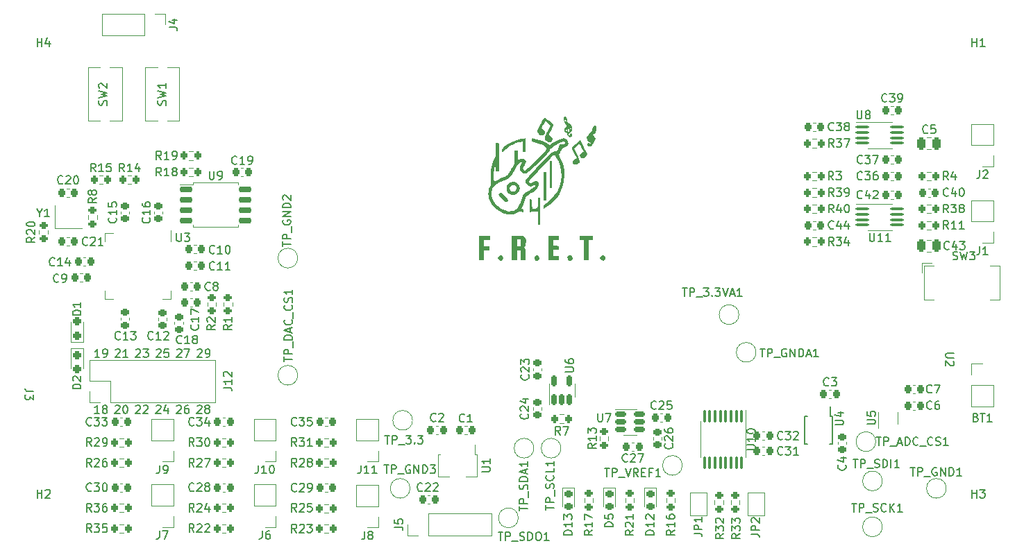
<source format=gto>
G04 #@! TF.GenerationSoftware,KiCad,Pcbnew,(6.0.5)*
G04 #@! TF.CreationDate,2023-10-06T10:58:17-04:00*
G04 #@! TF.ProjectId,v1,76312e6b-6963-4616-945f-706362585858,rev?*
G04 #@! TF.SameCoordinates,Original*
G04 #@! TF.FileFunction,Legend,Top*
G04 #@! TF.FilePolarity,Positive*
%FSLAX46Y46*%
G04 Gerber Fmt 4.6, Leading zero omitted, Abs format (unit mm)*
G04 Created by KiCad (PCBNEW (6.0.5)) date 2023-10-06 10:58:17*
%MOMM*%
%LPD*%
G01*
G04 APERTURE LIST*
G04 Aperture macros list*
%AMRoundRect*
0 Rectangle with rounded corners*
0 $1 Rounding radius*
0 $2 $3 $4 $5 $6 $7 $8 $9 X,Y pos of 4 corners*
0 Add a 4 corners polygon primitive as box body*
4,1,4,$2,$3,$4,$5,$6,$7,$8,$9,$2,$3,0*
0 Add four circle primitives for the rounded corners*
1,1,$1+$1,$2,$3*
1,1,$1+$1,$4,$5*
1,1,$1+$1,$6,$7*
1,1,$1+$1,$8,$9*
0 Add four rect primitives between the rounded corners*
20,1,$1+$1,$2,$3,$4,$5,0*
20,1,$1+$1,$4,$5,$6,$7,0*
20,1,$1+$1,$6,$7,$8,$9,0*
20,1,$1+$1,$8,$9,$2,$3,0*%
%AMFreePoly0*
4,1,6,1.000000,0.000000,0.500000,-0.750000,-0.500000,-0.750000,-0.500000,0.750000,0.500000,0.750000,1.000000,0.000000,1.000000,0.000000,$1*%
%AMFreePoly1*
4,1,6,0.500000,-0.750000,-0.650000,-0.750000,-0.150000,0.000000,-0.650000,0.750000,0.500000,0.750000,0.500000,-0.750000,0.500000,-0.750000,$1*%
%AMFreePoly2*
4,1,9,3.862500,-0.866500,0.737500,-0.866500,0.737500,-0.450000,-0.737500,-0.450000,-0.737500,0.450000,0.737500,0.450000,0.737500,0.866500,3.862500,0.866500,3.862500,-0.866500,3.862500,-0.866500,$1*%
G04 Aperture macros list end*
%ADD10C,0.150000*%
%ADD11C,0.120000*%
%ADD12RoundRect,0.250000X0.250000X0.475000X-0.250000X0.475000X-0.250000X-0.475000X0.250000X-0.475000X0*%
%ADD13RoundRect,0.250000X-0.250000X-0.475000X0.250000X-0.475000X0.250000X0.475000X-0.250000X0.475000X0*%
%ADD14RoundRect,0.200000X-0.200000X-0.275000X0.200000X-0.275000X0.200000X0.275000X-0.200000X0.275000X0*%
%ADD15RoundRect,0.225000X0.225000X0.250000X-0.225000X0.250000X-0.225000X-0.250000X0.225000X-0.250000X0*%
%ADD16RoundRect,0.200000X0.200000X0.275000X-0.200000X0.275000X-0.200000X-0.275000X0.200000X-0.275000X0*%
%ADD17C,2.000000*%
%ADD18R,1.700000X1.700000*%
%ADD19O,1.700000X1.700000*%
%ADD20RoundRect,0.225000X0.250000X-0.225000X0.250000X0.225000X-0.250000X0.225000X-0.250000X-0.225000X0*%
%ADD21RoundRect,0.225000X-0.225000X-0.250000X0.225000X-0.250000X0.225000X0.250000X-0.225000X0.250000X0*%
%ADD22RoundRect,0.200000X0.275000X-0.200000X0.275000X0.200000X-0.275000X0.200000X-0.275000X-0.200000X0*%
%ADD23C,4.400000*%
%ADD24RoundRect,0.218750X-0.256250X0.218750X-0.256250X-0.218750X0.256250X-0.218750X0.256250X0.218750X0*%
%ADD25RoundRect,0.200000X-0.275000X0.200000X-0.275000X-0.200000X0.275000X-0.200000X0.275000X0.200000X0*%
%ADD26RoundRect,0.225000X-0.250000X0.225000X-0.250000X-0.225000X0.250000X-0.225000X0.250000X0.225000X0*%
%ADD27O,0.200000X0.875000*%
%ADD28O,0.875000X0.200000*%
%ADD29R,3.200000X3.200000*%
%ADD30R,0.558800X2.108200*%
%ADD31RoundRect,0.100000X-0.100000X0.637500X-0.100000X-0.637500X0.100000X-0.637500X0.100000X0.637500X0*%
%ADD32RoundRect,0.150000X0.150000X-0.512500X0.150000X0.512500X-0.150000X0.512500X-0.150000X-0.512500X0*%
%ADD33R,1.400000X1.400000*%
%ADD34C,1.400000*%
%ADD35RoundRect,0.100000X-0.712500X-0.100000X0.712500X-0.100000X0.712500X0.100000X-0.712500X0.100000X0*%
%ADD36RoundRect,0.150000X-0.650000X-0.150000X0.650000X-0.150000X0.650000X0.150000X-0.650000X0.150000X0*%
%ADD37R,1.150000X1.000000*%
%ADD38R,0.400000X0.900000*%
%ADD39RoundRect,0.150000X-0.512500X-0.150000X0.512500X-0.150000X0.512500X0.150000X-0.512500X0.150000X0*%
%ADD40FreePoly0,270.000000*%
%ADD41FreePoly1,270.000000*%
%ADD42RoundRect,0.237500X-0.237500X0.287500X-0.237500X-0.287500X0.237500X-0.287500X0.237500X0.287500X0*%
%ADD43R,0.300000X1.400000*%
%ADD44R,1.360000X0.400000*%
%ADD45O,1.700000X1.000000*%
%ADD46R,1.900000X1.950000*%
%ADD47R,1.600000X2.100000*%
%ADD48R,0.900000X1.300000*%
%ADD49FreePoly2,270.000000*%
%ADD50RoundRect,0.237500X0.237500X-0.287500X0.237500X0.287500X-0.237500X0.287500X-0.237500X-0.287500X0*%
%ADD51C,2.600000*%
%ADD52C,3.600000*%
G04 APERTURE END LIST*
D10*
X97309523Y-116452380D02*
X96738095Y-116452380D01*
X97023809Y-116452380D02*
X97023809Y-115452380D01*
X96928571Y-115595238D01*
X96833333Y-115690476D01*
X96738095Y-115738095D01*
X97880952Y-115880952D02*
X97785714Y-115833333D01*
X97738095Y-115785714D01*
X97690476Y-115690476D01*
X97690476Y-115642857D01*
X97738095Y-115547619D01*
X97785714Y-115500000D01*
X97880952Y-115452380D01*
X98071428Y-115452380D01*
X98166666Y-115500000D01*
X98214285Y-115547619D01*
X98261904Y-115642857D01*
X98261904Y-115690476D01*
X98214285Y-115785714D01*
X98166666Y-115833333D01*
X98071428Y-115880952D01*
X97880952Y-115880952D01*
X97785714Y-115928571D01*
X97738095Y-115976190D01*
X97690476Y-116071428D01*
X97690476Y-116261904D01*
X97738095Y-116357142D01*
X97785714Y-116404761D01*
X97880952Y-116452380D01*
X98071428Y-116452380D01*
X98166666Y-116404761D01*
X98214285Y-116357142D01*
X98261904Y-116261904D01*
X98261904Y-116071428D01*
X98214285Y-115976190D01*
X98166666Y-115928571D01*
X98071428Y-115880952D01*
X106738095Y-115547619D02*
X106785714Y-115500000D01*
X106880952Y-115452380D01*
X107119047Y-115452380D01*
X107214285Y-115500000D01*
X107261904Y-115547619D01*
X107309523Y-115642857D01*
X107309523Y-115738095D01*
X107261904Y-115880952D01*
X106690476Y-116452380D01*
X107309523Y-116452380D01*
X108166666Y-115452380D02*
X107976190Y-115452380D01*
X107880952Y-115500000D01*
X107833333Y-115547619D01*
X107738095Y-115690476D01*
X107690476Y-115880952D01*
X107690476Y-116261904D01*
X107738095Y-116357142D01*
X107785714Y-116404761D01*
X107880952Y-116452380D01*
X108071428Y-116452380D01*
X108166666Y-116404761D01*
X108214285Y-116357142D01*
X108261904Y-116261904D01*
X108261904Y-116023809D01*
X108214285Y-115928571D01*
X108166666Y-115880952D01*
X108071428Y-115833333D01*
X107880952Y-115833333D01*
X107785714Y-115880952D01*
X107738095Y-115928571D01*
X107690476Y-116023809D01*
X101768549Y-108698424D02*
X101816168Y-108650805D01*
X101911406Y-108603185D01*
X102149501Y-108603185D01*
X102244739Y-108650805D01*
X102292358Y-108698424D01*
X102339977Y-108793662D01*
X102339977Y-108888900D01*
X102292358Y-109031757D01*
X101720930Y-109603185D01*
X102339977Y-109603185D01*
X102673311Y-108603185D02*
X103292358Y-108603185D01*
X102959025Y-108984138D01*
X103101882Y-108984138D01*
X103197120Y-109031757D01*
X103244739Y-109079376D01*
X103292358Y-109174614D01*
X103292358Y-109412709D01*
X103244739Y-109507947D01*
X103197120Y-109555566D01*
X103101882Y-109603185D01*
X102816168Y-109603185D01*
X102720930Y-109555566D01*
X102673311Y-109507947D01*
X104238095Y-115547619D02*
X104285714Y-115500000D01*
X104380952Y-115452380D01*
X104619047Y-115452380D01*
X104714285Y-115500000D01*
X104761904Y-115547619D01*
X104809523Y-115642857D01*
X104809523Y-115738095D01*
X104761904Y-115880952D01*
X104190476Y-116452380D01*
X104809523Y-116452380D01*
X105666666Y-115785714D02*
X105666666Y-116452380D01*
X105428571Y-115404761D02*
X105190476Y-116119047D01*
X105809523Y-116119047D01*
X109268549Y-108698424D02*
X109316168Y-108650805D01*
X109411406Y-108603185D01*
X109649501Y-108603185D01*
X109744739Y-108650805D01*
X109792358Y-108698424D01*
X109839977Y-108793662D01*
X109839977Y-108888900D01*
X109792358Y-109031757D01*
X109220930Y-109603185D01*
X109839977Y-109603185D01*
X110316168Y-109603185D02*
X110506644Y-109603185D01*
X110601882Y-109555566D01*
X110649501Y-109507947D01*
X110744739Y-109365090D01*
X110792358Y-109174614D01*
X110792358Y-108793662D01*
X110744739Y-108698424D01*
X110697120Y-108650805D01*
X110601882Y-108603185D01*
X110411406Y-108603185D01*
X110316168Y-108650805D01*
X110268549Y-108698424D01*
X110220930Y-108793662D01*
X110220930Y-109031757D01*
X110268549Y-109126995D01*
X110316168Y-109174614D01*
X110411406Y-109222233D01*
X110601882Y-109222233D01*
X110697120Y-109174614D01*
X110744739Y-109126995D01*
X110792358Y-109031757D01*
X109238095Y-115547619D02*
X109285714Y-115500000D01*
X109380952Y-115452380D01*
X109619047Y-115452380D01*
X109714285Y-115500000D01*
X109761904Y-115547619D01*
X109809523Y-115642857D01*
X109809523Y-115738095D01*
X109761904Y-115880952D01*
X109190476Y-116452380D01*
X109809523Y-116452380D01*
X110380952Y-115880952D02*
X110285714Y-115833333D01*
X110238095Y-115785714D01*
X110190476Y-115690476D01*
X110190476Y-115642857D01*
X110238095Y-115547619D01*
X110285714Y-115500000D01*
X110380952Y-115452380D01*
X110571428Y-115452380D01*
X110666666Y-115500000D01*
X110714285Y-115547619D01*
X110761904Y-115642857D01*
X110761904Y-115690476D01*
X110714285Y-115785714D01*
X110666666Y-115833333D01*
X110571428Y-115880952D01*
X110380952Y-115880952D01*
X110285714Y-115928571D01*
X110238095Y-115976190D01*
X110190476Y-116071428D01*
X110190476Y-116261904D01*
X110238095Y-116357142D01*
X110285714Y-116404761D01*
X110380952Y-116452380D01*
X110571428Y-116452380D01*
X110666666Y-116404761D01*
X110714285Y-116357142D01*
X110761904Y-116261904D01*
X110761904Y-116071428D01*
X110714285Y-115976190D01*
X110666666Y-115928571D01*
X110571428Y-115880952D01*
X101738095Y-115547619D02*
X101785714Y-115500000D01*
X101880952Y-115452380D01*
X102119047Y-115452380D01*
X102214285Y-115500000D01*
X102261904Y-115547619D01*
X102309523Y-115642857D01*
X102309523Y-115738095D01*
X102261904Y-115880952D01*
X101690476Y-116452380D01*
X102309523Y-116452380D01*
X102690476Y-115547619D02*
X102738095Y-115500000D01*
X102833333Y-115452380D01*
X103071428Y-115452380D01*
X103166666Y-115500000D01*
X103214285Y-115547619D01*
X103261904Y-115642857D01*
X103261904Y-115738095D01*
X103214285Y-115880952D01*
X102642857Y-116452380D01*
X103261904Y-116452380D01*
X97339977Y-109603185D02*
X96768549Y-109603185D01*
X97054263Y-109603185D02*
X97054263Y-108603185D01*
X96959025Y-108746043D01*
X96863787Y-108841281D01*
X96768549Y-108888900D01*
X97816168Y-109603185D02*
X98006644Y-109603185D01*
X98101882Y-109555566D01*
X98149501Y-109507947D01*
X98244739Y-109365090D01*
X98292358Y-109174614D01*
X98292358Y-108793662D01*
X98244739Y-108698424D01*
X98197120Y-108650805D01*
X98101882Y-108603185D01*
X97911406Y-108603185D01*
X97816168Y-108650805D01*
X97768549Y-108698424D01*
X97720930Y-108793662D01*
X97720930Y-109031757D01*
X97768549Y-109126995D01*
X97816168Y-109174614D01*
X97911406Y-109222233D01*
X98101882Y-109222233D01*
X98197120Y-109174614D01*
X98244739Y-109126995D01*
X98292358Y-109031757D01*
X99268549Y-108698424D02*
X99316168Y-108650805D01*
X99411406Y-108603185D01*
X99649501Y-108603185D01*
X99744739Y-108650805D01*
X99792358Y-108698424D01*
X99839977Y-108793662D01*
X99839977Y-108888900D01*
X99792358Y-109031757D01*
X99220930Y-109603185D01*
X99839977Y-109603185D01*
X100792358Y-109603185D02*
X100220930Y-109603185D01*
X100506644Y-109603185D02*
X100506644Y-108603185D01*
X100411406Y-108746043D01*
X100316168Y-108841281D01*
X100220930Y-108888900D01*
X99238095Y-115547619D02*
X99285714Y-115500000D01*
X99380952Y-115452380D01*
X99619047Y-115452380D01*
X99714285Y-115500000D01*
X99761904Y-115547619D01*
X99809523Y-115642857D01*
X99809523Y-115738095D01*
X99761904Y-115880952D01*
X99190476Y-116452380D01*
X99809523Y-116452380D01*
X100428571Y-115452380D02*
X100523809Y-115452380D01*
X100619047Y-115500000D01*
X100666666Y-115547619D01*
X100714285Y-115642857D01*
X100761904Y-115833333D01*
X100761904Y-116071428D01*
X100714285Y-116261904D01*
X100666666Y-116357142D01*
X100619047Y-116404761D01*
X100523809Y-116452380D01*
X100428571Y-116452380D01*
X100333333Y-116404761D01*
X100285714Y-116357142D01*
X100238095Y-116261904D01*
X100190476Y-116071428D01*
X100190476Y-115833333D01*
X100238095Y-115642857D01*
X100285714Y-115547619D01*
X100333333Y-115500000D01*
X100428571Y-115452380D01*
X106768549Y-108698424D02*
X106816168Y-108650805D01*
X106911406Y-108603185D01*
X107149501Y-108603185D01*
X107244739Y-108650805D01*
X107292358Y-108698424D01*
X107339977Y-108793662D01*
X107339977Y-108888900D01*
X107292358Y-109031757D01*
X106720930Y-109603185D01*
X107339977Y-109603185D01*
X107673311Y-108603185D02*
X108339977Y-108603185D01*
X107911406Y-109603185D01*
X104268549Y-108698424D02*
X104316168Y-108650805D01*
X104411406Y-108603185D01*
X104649501Y-108603185D01*
X104744739Y-108650805D01*
X104792358Y-108698424D01*
X104839977Y-108793662D01*
X104839977Y-108888900D01*
X104792358Y-109031757D01*
X104220930Y-109603185D01*
X104839977Y-109603185D01*
X105744739Y-108603185D02*
X105268549Y-108603185D01*
X105220930Y-109079376D01*
X105268549Y-109031757D01*
X105363787Y-108984138D01*
X105601882Y-108984138D01*
X105697120Y-109031757D01*
X105744739Y-109079376D01*
X105792358Y-109174614D01*
X105792358Y-109412709D01*
X105744739Y-109507947D01*
X105697120Y-109555566D01*
X105601882Y-109603185D01*
X105363787Y-109603185D01*
X105268549Y-109555566D01*
X105220930Y-109507947D01*
X200957142Y-96357142D02*
X200909523Y-96404761D01*
X200766666Y-96452380D01*
X200671428Y-96452380D01*
X200528571Y-96404761D01*
X200433333Y-96309523D01*
X200385714Y-96214285D01*
X200338095Y-96023809D01*
X200338095Y-95880952D01*
X200385714Y-95690476D01*
X200433333Y-95595238D01*
X200528571Y-95500000D01*
X200671428Y-95452380D01*
X200766666Y-95452380D01*
X200909523Y-95500000D01*
X200957142Y-95547619D01*
X201814285Y-95785714D02*
X201814285Y-96452380D01*
X201576190Y-95404761D02*
X201338095Y-96119047D01*
X201957142Y-96119047D01*
X202242857Y-95452380D02*
X202861904Y-95452380D01*
X202528571Y-95833333D01*
X202671428Y-95833333D01*
X202766666Y-95880952D01*
X202814285Y-95928571D01*
X202861904Y-96023809D01*
X202861904Y-96261904D01*
X202814285Y-96357142D01*
X202766666Y-96404761D01*
X202671428Y-96452380D01*
X202385714Y-96452380D01*
X202290476Y-96404761D01*
X202242857Y-96357142D01*
X198333333Y-82177142D02*
X198285714Y-82224761D01*
X198142857Y-82272380D01*
X198047619Y-82272380D01*
X197904761Y-82224761D01*
X197809523Y-82129523D01*
X197761904Y-82034285D01*
X197714285Y-81843809D01*
X197714285Y-81700952D01*
X197761904Y-81510476D01*
X197809523Y-81415238D01*
X197904761Y-81320000D01*
X198047619Y-81272380D01*
X198142857Y-81272380D01*
X198285714Y-81320000D01*
X198333333Y-81367619D01*
X199238095Y-81272380D02*
X198761904Y-81272380D01*
X198714285Y-81748571D01*
X198761904Y-81700952D01*
X198857142Y-81653333D01*
X199095238Y-81653333D01*
X199190476Y-81700952D01*
X199238095Y-81748571D01*
X199285714Y-81843809D01*
X199285714Y-82081904D01*
X199238095Y-82177142D01*
X199190476Y-82224761D01*
X199095238Y-82272380D01*
X198857142Y-82272380D01*
X198761904Y-82224761D01*
X198714285Y-82177142D01*
X121357142Y-120452380D02*
X121023809Y-119976190D01*
X120785714Y-120452380D02*
X120785714Y-119452380D01*
X121166666Y-119452380D01*
X121261904Y-119500000D01*
X121309523Y-119547619D01*
X121357142Y-119642857D01*
X121357142Y-119785714D01*
X121309523Y-119880952D01*
X121261904Y-119928571D01*
X121166666Y-119976190D01*
X120785714Y-119976190D01*
X121690476Y-119452380D02*
X122309523Y-119452380D01*
X121976190Y-119833333D01*
X122119047Y-119833333D01*
X122214285Y-119880952D01*
X122261904Y-119928571D01*
X122309523Y-120023809D01*
X122309523Y-120261904D01*
X122261904Y-120357142D01*
X122214285Y-120404761D01*
X122119047Y-120452380D01*
X121833333Y-120452380D01*
X121738095Y-120404761D01*
X121690476Y-120357142D01*
X123261904Y-120452380D02*
X122690476Y-120452380D01*
X122976190Y-120452380D02*
X122976190Y-119452380D01*
X122880952Y-119595238D01*
X122785714Y-119690476D01*
X122690476Y-119738095D01*
X114082142Y-85957142D02*
X114034523Y-86004761D01*
X113891666Y-86052380D01*
X113796428Y-86052380D01*
X113653571Y-86004761D01*
X113558333Y-85909523D01*
X113510714Y-85814285D01*
X113463095Y-85623809D01*
X113463095Y-85480952D01*
X113510714Y-85290476D01*
X113558333Y-85195238D01*
X113653571Y-85100000D01*
X113796428Y-85052380D01*
X113891666Y-85052380D01*
X114034523Y-85100000D01*
X114082142Y-85147619D01*
X115034523Y-86052380D02*
X114463095Y-86052380D01*
X114748809Y-86052380D02*
X114748809Y-85052380D01*
X114653571Y-85195238D01*
X114558333Y-85290476D01*
X114463095Y-85338095D01*
X115510714Y-86052380D02*
X115701190Y-86052380D01*
X115796428Y-86004761D01*
X115844047Y-85957142D01*
X115939285Y-85814285D01*
X115986904Y-85623809D01*
X115986904Y-85242857D01*
X115939285Y-85147619D01*
X115891666Y-85100000D01*
X115796428Y-85052380D01*
X115605952Y-85052380D01*
X115510714Y-85100000D01*
X115463095Y-85147619D01*
X115415476Y-85242857D01*
X115415476Y-85480952D01*
X115463095Y-85576190D01*
X115510714Y-85623809D01*
X115605952Y-85671428D01*
X115796428Y-85671428D01*
X115891666Y-85623809D01*
X115939285Y-85576190D01*
X115986904Y-85480952D01*
X186857142Y-91952380D02*
X186523809Y-91476190D01*
X186285714Y-91952380D02*
X186285714Y-90952380D01*
X186666666Y-90952380D01*
X186761904Y-91000000D01*
X186809523Y-91047619D01*
X186857142Y-91142857D01*
X186857142Y-91285714D01*
X186809523Y-91380952D01*
X186761904Y-91428571D01*
X186666666Y-91476190D01*
X186285714Y-91476190D01*
X187714285Y-91285714D02*
X187714285Y-91952380D01*
X187476190Y-90904761D02*
X187238095Y-91619047D01*
X187857142Y-91619047D01*
X188428571Y-90952380D02*
X188523809Y-90952380D01*
X188619047Y-91000000D01*
X188666666Y-91047619D01*
X188714285Y-91142857D01*
X188761904Y-91333333D01*
X188761904Y-91571428D01*
X188714285Y-91761904D01*
X188666666Y-91857142D01*
X188619047Y-91904761D01*
X188523809Y-91952380D01*
X188428571Y-91952380D01*
X188333333Y-91904761D01*
X188285714Y-91857142D01*
X188238095Y-91761904D01*
X188190476Y-91571428D01*
X188190476Y-91333333D01*
X188238095Y-91142857D01*
X188285714Y-91047619D01*
X188333333Y-91000000D01*
X188428571Y-90952380D01*
X196233333Y-123054380D02*
X196804761Y-123054380D01*
X196519047Y-124054380D02*
X196519047Y-123054380D01*
X197138095Y-124054380D02*
X197138095Y-123054380D01*
X197519047Y-123054380D01*
X197614285Y-123102000D01*
X197661904Y-123149619D01*
X197709523Y-123244857D01*
X197709523Y-123387714D01*
X197661904Y-123482952D01*
X197614285Y-123530571D01*
X197519047Y-123578190D01*
X197138095Y-123578190D01*
X197900000Y-124149619D02*
X198661904Y-124149619D01*
X199423809Y-123102000D02*
X199328571Y-123054380D01*
X199185714Y-123054380D01*
X199042857Y-123102000D01*
X198947619Y-123197238D01*
X198900000Y-123292476D01*
X198852380Y-123482952D01*
X198852380Y-123625809D01*
X198900000Y-123816285D01*
X198947619Y-123911523D01*
X199042857Y-124006761D01*
X199185714Y-124054380D01*
X199280952Y-124054380D01*
X199423809Y-124006761D01*
X199471428Y-123959142D01*
X199471428Y-123625809D01*
X199280952Y-123625809D01*
X199900000Y-124054380D02*
X199900000Y-123054380D01*
X200471428Y-124054380D01*
X200471428Y-123054380D01*
X200947619Y-124054380D02*
X200947619Y-123054380D01*
X201185714Y-123054380D01*
X201328571Y-123102000D01*
X201423809Y-123197238D01*
X201471428Y-123292476D01*
X201519047Y-123482952D01*
X201519047Y-123625809D01*
X201471428Y-123816285D01*
X201423809Y-123911523D01*
X201328571Y-124006761D01*
X201185714Y-124054380D01*
X200947619Y-124054380D01*
X202471428Y-124054380D02*
X201900000Y-124054380D01*
X202185714Y-124054380D02*
X202185714Y-123054380D01*
X202090476Y-123197238D01*
X201995238Y-123292476D01*
X201900000Y-123340095D01*
X117166666Y-130782380D02*
X117166666Y-131496666D01*
X117119047Y-131639523D01*
X117023809Y-131734761D01*
X116880952Y-131782380D01*
X116785714Y-131782380D01*
X118071428Y-130782380D02*
X117880952Y-130782380D01*
X117785714Y-130830000D01*
X117738095Y-130877619D01*
X117642857Y-131020476D01*
X117595238Y-131210952D01*
X117595238Y-131591904D01*
X117642857Y-131687142D01*
X117690476Y-131734761D01*
X117785714Y-131782380D01*
X117976190Y-131782380D01*
X118071428Y-131734761D01*
X118119047Y-131687142D01*
X118166666Y-131591904D01*
X118166666Y-131353809D01*
X118119047Y-131258571D01*
X118071428Y-131210952D01*
X117976190Y-131163333D01*
X117785714Y-131163333D01*
X117690476Y-131210952D01*
X117642857Y-131258571D01*
X117595238Y-131353809D01*
X105822380Y-69333333D02*
X106536666Y-69333333D01*
X106679523Y-69380952D01*
X106774761Y-69476190D01*
X106822380Y-69619047D01*
X106822380Y-69714285D01*
X106155714Y-68428571D02*
X106822380Y-68428571D01*
X105774761Y-68666666D02*
X106489047Y-68904761D01*
X106489047Y-68285714D01*
X204666666Y-96101130D02*
X204666666Y-96815416D01*
X204619047Y-96958273D01*
X204523809Y-97053511D01*
X204380952Y-97101130D01*
X204285714Y-97101130D01*
X205666666Y-97101130D02*
X205095238Y-97101130D01*
X205380952Y-97101130D02*
X205380952Y-96101130D01*
X205285714Y-96243988D01*
X205190476Y-96339226D01*
X205095238Y-96386845D01*
X99327142Y-92580357D02*
X99374761Y-92627976D01*
X99422380Y-92770833D01*
X99422380Y-92866071D01*
X99374761Y-93008928D01*
X99279523Y-93104166D01*
X99184285Y-93151785D01*
X98993809Y-93199404D01*
X98850952Y-93199404D01*
X98660476Y-93151785D01*
X98565238Y-93104166D01*
X98470000Y-93008928D01*
X98422380Y-92866071D01*
X98422380Y-92770833D01*
X98470000Y-92627976D01*
X98517619Y-92580357D01*
X99422380Y-91627976D02*
X99422380Y-92199404D01*
X99422380Y-91913690D02*
X98422380Y-91913690D01*
X98565238Y-92008928D01*
X98660476Y-92104166D01*
X98708095Y-92199404D01*
X98422380Y-90723214D02*
X98422380Y-91199404D01*
X98898571Y-91247023D01*
X98850952Y-91199404D01*
X98803333Y-91104166D01*
X98803333Y-90866071D01*
X98850952Y-90770833D01*
X98898571Y-90723214D01*
X98993809Y-90675595D01*
X99231904Y-90675595D01*
X99327142Y-90723214D01*
X99374761Y-90770833D01*
X99422380Y-90866071D01*
X99422380Y-91104166D01*
X99374761Y-91199404D01*
X99327142Y-91247023D01*
X96357142Y-120452380D02*
X96023809Y-119976190D01*
X95785714Y-120452380D02*
X95785714Y-119452380D01*
X96166666Y-119452380D01*
X96261904Y-119500000D01*
X96309523Y-119547619D01*
X96357142Y-119642857D01*
X96357142Y-119785714D01*
X96309523Y-119880952D01*
X96261904Y-119928571D01*
X96166666Y-119976190D01*
X95785714Y-119976190D01*
X96738095Y-119547619D02*
X96785714Y-119500000D01*
X96880952Y-119452380D01*
X97119047Y-119452380D01*
X97214285Y-119500000D01*
X97261904Y-119547619D01*
X97309523Y-119642857D01*
X97309523Y-119738095D01*
X97261904Y-119880952D01*
X96690476Y-120452380D01*
X97309523Y-120452380D01*
X97785714Y-120452380D02*
X97976190Y-120452380D01*
X98071428Y-120404761D01*
X98119047Y-120357142D01*
X98214285Y-120214285D01*
X98261904Y-120023809D01*
X98261904Y-119642857D01*
X98214285Y-119547619D01*
X98166666Y-119500000D01*
X98071428Y-119452380D01*
X97880952Y-119452380D01*
X97785714Y-119500000D01*
X97738095Y-119547619D01*
X97690476Y-119642857D01*
X97690476Y-119880952D01*
X97738095Y-119976190D01*
X97785714Y-120023809D01*
X97880952Y-120071428D01*
X98071428Y-120071428D01*
X98166666Y-120023809D01*
X98214285Y-119976190D01*
X98261904Y-119880952D01*
X198833333Y-113857142D02*
X198785714Y-113904761D01*
X198642857Y-113952380D01*
X198547619Y-113952380D01*
X198404761Y-113904761D01*
X198309523Y-113809523D01*
X198261904Y-113714285D01*
X198214285Y-113523809D01*
X198214285Y-113380952D01*
X198261904Y-113190476D01*
X198309523Y-113095238D01*
X198404761Y-113000000D01*
X198547619Y-112952380D01*
X198642857Y-112952380D01*
X198785714Y-113000000D01*
X198833333Y-113047619D01*
X199166666Y-112952380D02*
X199833333Y-112952380D01*
X199404761Y-113952380D01*
X157884880Y-120142857D02*
X157408690Y-120476190D01*
X157884880Y-120714285D02*
X156884880Y-120714285D01*
X156884880Y-120333333D01*
X156932500Y-120238095D01*
X156980119Y-120190476D01*
X157075357Y-120142857D01*
X157218214Y-120142857D01*
X157313452Y-120190476D01*
X157361071Y-120238095D01*
X157408690Y-120333333D01*
X157408690Y-120714285D01*
X157884880Y-119190476D02*
X157884880Y-119761904D01*
X157884880Y-119476190D02*
X156884880Y-119476190D01*
X157027738Y-119571428D01*
X157122976Y-119666666D01*
X157170595Y-119761904D01*
X156884880Y-118857142D02*
X156884880Y-118238095D01*
X157265833Y-118571428D01*
X157265833Y-118428571D01*
X157313452Y-118333333D01*
X157361071Y-118285714D01*
X157456309Y-118238095D01*
X157694404Y-118238095D01*
X157789642Y-118285714D01*
X157837261Y-118333333D01*
X157884880Y-118428571D01*
X157884880Y-118714285D01*
X157837261Y-118809523D01*
X157789642Y-118857142D01*
X108857142Y-122952380D02*
X108523809Y-122476190D01*
X108285714Y-122952380D02*
X108285714Y-121952380D01*
X108666666Y-121952380D01*
X108761904Y-122000000D01*
X108809523Y-122047619D01*
X108857142Y-122142857D01*
X108857142Y-122285714D01*
X108809523Y-122380952D01*
X108761904Y-122428571D01*
X108666666Y-122476190D01*
X108285714Y-122476190D01*
X109238095Y-122047619D02*
X109285714Y-122000000D01*
X109380952Y-121952380D01*
X109619047Y-121952380D01*
X109714285Y-122000000D01*
X109761904Y-122047619D01*
X109809523Y-122142857D01*
X109809523Y-122238095D01*
X109761904Y-122380952D01*
X109190476Y-122952380D01*
X109809523Y-122952380D01*
X110142857Y-121952380D02*
X110809523Y-121952380D01*
X110380952Y-122952380D01*
X186857142Y-93857142D02*
X186809523Y-93904761D01*
X186666666Y-93952380D01*
X186571428Y-93952380D01*
X186428571Y-93904761D01*
X186333333Y-93809523D01*
X186285714Y-93714285D01*
X186238095Y-93523809D01*
X186238095Y-93380952D01*
X186285714Y-93190476D01*
X186333333Y-93095238D01*
X186428571Y-93000000D01*
X186571428Y-92952380D01*
X186666666Y-92952380D01*
X186809523Y-93000000D01*
X186857142Y-93047619D01*
X187714285Y-93285714D02*
X187714285Y-93952380D01*
X187476190Y-92904761D02*
X187238095Y-93619047D01*
X187857142Y-93619047D01*
X188666666Y-93285714D02*
X188666666Y-93952380D01*
X188428571Y-92904761D02*
X188190476Y-93619047D01*
X188809523Y-93619047D01*
X89738095Y-71652380D02*
X89738095Y-70652380D01*
X89738095Y-71128571D02*
X90309523Y-71128571D01*
X90309523Y-71652380D02*
X90309523Y-70652380D01*
X91214285Y-70985714D02*
X91214285Y-71652380D01*
X90976190Y-70604761D02*
X90738095Y-71319047D01*
X91357142Y-71319047D01*
X159952380Y-130278095D02*
X158952380Y-130278095D01*
X158952380Y-130040000D01*
X159000000Y-129897142D01*
X159095238Y-129801904D01*
X159190476Y-129754285D01*
X159380952Y-129706666D01*
X159523809Y-129706666D01*
X159714285Y-129754285D01*
X159809523Y-129801904D01*
X159904761Y-129897142D01*
X159952380Y-130040000D01*
X159952380Y-130278095D01*
X158952380Y-128801904D02*
X158952380Y-129278095D01*
X159428571Y-129325714D01*
X159380952Y-129278095D01*
X159333333Y-129182857D01*
X159333333Y-128944761D01*
X159380952Y-128849523D01*
X159428571Y-128801904D01*
X159523809Y-128754285D01*
X159761904Y-128754285D01*
X159857142Y-128801904D01*
X159904761Y-128849523D01*
X159952380Y-128944761D01*
X159952380Y-129182857D01*
X159904761Y-129278095D01*
X159857142Y-129325714D01*
X173452380Y-131142857D02*
X172976190Y-131476190D01*
X173452380Y-131714285D02*
X172452380Y-131714285D01*
X172452380Y-131333333D01*
X172500000Y-131238095D01*
X172547619Y-131190476D01*
X172642857Y-131142857D01*
X172785714Y-131142857D01*
X172880952Y-131190476D01*
X172928571Y-131238095D01*
X172976190Y-131333333D01*
X172976190Y-131714285D01*
X172452380Y-130809523D02*
X172452380Y-130190476D01*
X172833333Y-130523809D01*
X172833333Y-130380952D01*
X172880952Y-130285714D01*
X172928571Y-130238095D01*
X173023809Y-130190476D01*
X173261904Y-130190476D01*
X173357142Y-130238095D01*
X173404761Y-130285714D01*
X173452380Y-130380952D01*
X173452380Y-130666666D01*
X173404761Y-130761904D01*
X173357142Y-130809523D01*
X172547619Y-129809523D02*
X172500000Y-129761904D01*
X172452380Y-129666666D01*
X172452380Y-129428571D01*
X172500000Y-129333333D01*
X172547619Y-129285714D01*
X172642857Y-129238095D01*
X172738095Y-129238095D01*
X172880952Y-129285714D01*
X173452380Y-129857142D01*
X173452380Y-129238095D01*
X192071428Y-119352380D02*
X192642857Y-119352380D01*
X192357142Y-120352380D02*
X192357142Y-119352380D01*
X192976190Y-120352380D02*
X192976190Y-119352380D01*
X193357142Y-119352380D01*
X193452380Y-119400000D01*
X193500000Y-119447619D01*
X193547619Y-119542857D01*
X193547619Y-119685714D01*
X193500000Y-119780952D01*
X193452380Y-119828571D01*
X193357142Y-119876190D01*
X192976190Y-119876190D01*
X193738095Y-120447619D02*
X194500000Y-120447619D01*
X194690476Y-120066666D02*
X195166666Y-120066666D01*
X194595238Y-120352380D02*
X194928571Y-119352380D01*
X195261904Y-120352380D01*
X195595238Y-120352380D02*
X195595238Y-119352380D01*
X195833333Y-119352380D01*
X195976190Y-119400000D01*
X196071428Y-119495238D01*
X196119047Y-119590476D01*
X196166666Y-119780952D01*
X196166666Y-119923809D01*
X196119047Y-120114285D01*
X196071428Y-120209523D01*
X195976190Y-120304761D01*
X195833333Y-120352380D01*
X195595238Y-120352380D01*
X197166666Y-120257142D02*
X197119047Y-120304761D01*
X196976190Y-120352380D01*
X196880952Y-120352380D01*
X196738095Y-120304761D01*
X196642857Y-120209523D01*
X196595238Y-120114285D01*
X196547619Y-119923809D01*
X196547619Y-119780952D01*
X196595238Y-119590476D01*
X196642857Y-119495238D01*
X196738095Y-119400000D01*
X196880952Y-119352380D01*
X196976190Y-119352380D01*
X197119047Y-119400000D01*
X197166666Y-119447619D01*
X197357142Y-120447619D02*
X198119047Y-120447619D01*
X198928571Y-120257142D02*
X198880952Y-120304761D01*
X198738095Y-120352380D01*
X198642857Y-120352380D01*
X198500000Y-120304761D01*
X198404761Y-120209523D01*
X198357142Y-120114285D01*
X198309523Y-119923809D01*
X198309523Y-119780952D01*
X198357142Y-119590476D01*
X198404761Y-119495238D01*
X198500000Y-119400000D01*
X198642857Y-119352380D01*
X198738095Y-119352380D01*
X198880952Y-119400000D01*
X198928571Y-119447619D01*
X199309523Y-120304761D02*
X199452380Y-120352380D01*
X199690476Y-120352380D01*
X199785714Y-120304761D01*
X199833333Y-120257142D01*
X199880952Y-120161904D01*
X199880952Y-120066666D01*
X199833333Y-119971428D01*
X199785714Y-119923809D01*
X199690476Y-119876190D01*
X199500000Y-119828571D01*
X199404761Y-119780952D01*
X199357142Y-119733333D01*
X199309523Y-119638095D01*
X199309523Y-119542857D01*
X199357142Y-119447619D01*
X199404761Y-119400000D01*
X199500000Y-119352380D01*
X199738095Y-119352380D01*
X199880952Y-119400000D01*
X200833333Y-120352380D02*
X200261904Y-120352380D01*
X200547619Y-120352380D02*
X200547619Y-119352380D01*
X200452380Y-119495238D01*
X200357142Y-119590476D01*
X200261904Y-119638095D01*
X198833333Y-115857142D02*
X198785714Y-115904761D01*
X198642857Y-115952380D01*
X198547619Y-115952380D01*
X198404761Y-115904761D01*
X198309523Y-115809523D01*
X198261904Y-115714285D01*
X198214285Y-115523809D01*
X198214285Y-115380952D01*
X198261904Y-115190476D01*
X198309523Y-115095238D01*
X198404761Y-115000000D01*
X198547619Y-114952380D01*
X198642857Y-114952380D01*
X198785714Y-115000000D01*
X198833333Y-115047619D01*
X199690476Y-114952380D02*
X199500000Y-114952380D01*
X199404761Y-115000000D01*
X199357142Y-115047619D01*
X199261904Y-115190476D01*
X199214285Y-115380952D01*
X199214285Y-115761904D01*
X199261904Y-115857142D01*
X199309523Y-115904761D01*
X199404761Y-115952380D01*
X199595238Y-115952380D01*
X199690476Y-115904761D01*
X199738095Y-115857142D01*
X199785714Y-115761904D01*
X199785714Y-115523809D01*
X199738095Y-115428571D01*
X199690476Y-115380952D01*
X199595238Y-115333333D01*
X199404761Y-115333333D01*
X199309523Y-115380952D01*
X199261904Y-115428571D01*
X199214285Y-115523809D01*
X96357142Y-128452380D02*
X96023809Y-127976190D01*
X95785714Y-128452380D02*
X95785714Y-127452380D01*
X96166666Y-127452380D01*
X96261904Y-127500000D01*
X96309523Y-127547619D01*
X96357142Y-127642857D01*
X96357142Y-127785714D01*
X96309523Y-127880952D01*
X96261904Y-127928571D01*
X96166666Y-127976190D01*
X95785714Y-127976190D01*
X96690476Y-127452380D02*
X97309523Y-127452380D01*
X96976190Y-127833333D01*
X97119047Y-127833333D01*
X97214285Y-127880952D01*
X97261904Y-127928571D01*
X97309523Y-128023809D01*
X97309523Y-128261904D01*
X97261904Y-128357142D01*
X97214285Y-128404761D01*
X97119047Y-128452380D01*
X96833333Y-128452380D01*
X96738095Y-128404761D01*
X96690476Y-128357142D01*
X98166666Y-127452380D02*
X97976190Y-127452380D01*
X97880952Y-127500000D01*
X97833333Y-127547619D01*
X97738095Y-127690476D01*
X97690476Y-127880952D01*
X97690476Y-128261904D01*
X97738095Y-128357142D01*
X97785714Y-128404761D01*
X97880952Y-128452380D01*
X98071428Y-128452380D01*
X98166666Y-128404761D01*
X98214285Y-128357142D01*
X98261904Y-128261904D01*
X98261904Y-128023809D01*
X98214285Y-127928571D01*
X98166666Y-127880952D01*
X98071428Y-127833333D01*
X97880952Y-127833333D01*
X97785714Y-127880952D01*
X97738095Y-127928571D01*
X97690476Y-128023809D01*
X129190476Y-122782380D02*
X129190476Y-123496666D01*
X129142857Y-123639523D01*
X129047619Y-123734761D01*
X128904761Y-123782380D01*
X128809523Y-123782380D01*
X130190476Y-123782380D02*
X129619047Y-123782380D01*
X129904761Y-123782380D02*
X129904761Y-122782380D01*
X129809523Y-122925238D01*
X129714285Y-123020476D01*
X129619047Y-123068095D01*
X131142857Y-123782380D02*
X130571428Y-123782380D01*
X130857142Y-123782380D02*
X130857142Y-122782380D01*
X130761904Y-122925238D01*
X130666666Y-123020476D01*
X130571428Y-123068095D01*
X136716562Y-125857142D02*
X136668943Y-125904761D01*
X136526086Y-125952380D01*
X136430848Y-125952380D01*
X136287991Y-125904761D01*
X136192753Y-125809523D01*
X136145134Y-125714285D01*
X136097515Y-125523809D01*
X136097515Y-125380952D01*
X136145134Y-125190476D01*
X136192753Y-125095238D01*
X136287991Y-125000000D01*
X136430848Y-124952380D01*
X136526086Y-124952380D01*
X136668943Y-125000000D01*
X136716562Y-125047619D01*
X137097515Y-125047619D02*
X137145134Y-125000000D01*
X137240372Y-124952380D01*
X137478467Y-124952380D01*
X137573705Y-125000000D01*
X137621324Y-125047619D01*
X137668943Y-125142857D01*
X137668943Y-125238095D01*
X137621324Y-125380952D01*
X137049896Y-125952380D01*
X137668943Y-125952380D01*
X138049896Y-125047619D02*
X138097515Y-125000000D01*
X138192753Y-124952380D01*
X138430848Y-124952380D01*
X138526086Y-125000000D01*
X138573705Y-125047619D01*
X138621324Y-125142857D01*
X138621324Y-125238095D01*
X138573705Y-125380952D01*
X138002277Y-125952380D01*
X138621324Y-125952380D01*
X107357142Y-107857142D02*
X107309523Y-107904761D01*
X107166666Y-107952380D01*
X107071428Y-107952380D01*
X106928571Y-107904761D01*
X106833333Y-107809523D01*
X106785714Y-107714285D01*
X106738095Y-107523809D01*
X106738095Y-107380952D01*
X106785714Y-107190476D01*
X106833333Y-107095238D01*
X106928571Y-107000000D01*
X107071428Y-106952380D01*
X107166666Y-106952380D01*
X107309523Y-107000000D01*
X107357142Y-107047619D01*
X108309523Y-107952380D02*
X107738095Y-107952380D01*
X108023809Y-107952380D02*
X108023809Y-106952380D01*
X107928571Y-107095238D01*
X107833333Y-107190476D01*
X107738095Y-107238095D01*
X108880952Y-107380952D02*
X108785714Y-107333333D01*
X108738095Y-107285714D01*
X108690476Y-107190476D01*
X108690476Y-107142857D01*
X108738095Y-107047619D01*
X108785714Y-107000000D01*
X108880952Y-106952380D01*
X109071428Y-106952380D01*
X109166666Y-107000000D01*
X109214285Y-107047619D01*
X109261904Y-107142857D01*
X109261904Y-107190476D01*
X109214285Y-107285714D01*
X109166666Y-107333333D01*
X109071428Y-107380952D01*
X108880952Y-107380952D01*
X108785714Y-107428571D01*
X108738095Y-107476190D01*
X108690476Y-107571428D01*
X108690476Y-107761904D01*
X108738095Y-107857142D01*
X108785714Y-107904761D01*
X108880952Y-107952380D01*
X109071428Y-107952380D01*
X109166666Y-107904761D01*
X109214285Y-107857142D01*
X109261904Y-107761904D01*
X109261904Y-107571428D01*
X109214285Y-107476190D01*
X109166666Y-107428571D01*
X109071428Y-107380952D01*
X113452380Y-105666666D02*
X112976190Y-106000000D01*
X113452380Y-106238095D02*
X112452380Y-106238095D01*
X112452380Y-105857142D01*
X112500000Y-105761904D01*
X112547619Y-105714285D01*
X112642857Y-105666666D01*
X112785714Y-105666666D01*
X112880952Y-105714285D01*
X112928571Y-105761904D01*
X112976190Y-105857142D01*
X112976190Y-106238095D01*
X113452380Y-104714285D02*
X113452380Y-105285714D01*
X113452380Y-105000000D02*
X112452380Y-105000000D01*
X112595238Y-105095238D01*
X112690476Y-105190476D01*
X112738095Y-105285714D01*
X190357142Y-87857142D02*
X190309523Y-87904761D01*
X190166666Y-87952380D01*
X190071428Y-87952380D01*
X189928571Y-87904761D01*
X189833333Y-87809523D01*
X189785714Y-87714285D01*
X189738095Y-87523809D01*
X189738095Y-87380952D01*
X189785714Y-87190476D01*
X189833333Y-87095238D01*
X189928571Y-87000000D01*
X190071428Y-86952380D01*
X190166666Y-86952380D01*
X190309523Y-87000000D01*
X190357142Y-87047619D01*
X190690476Y-86952380D02*
X191309523Y-86952380D01*
X190976190Y-87333333D01*
X191119047Y-87333333D01*
X191214285Y-87380952D01*
X191261904Y-87428571D01*
X191309523Y-87523809D01*
X191309523Y-87761904D01*
X191261904Y-87857142D01*
X191214285Y-87904761D01*
X191119047Y-87952380D01*
X190833333Y-87952380D01*
X190738095Y-87904761D01*
X190690476Y-87857142D01*
X192166666Y-86952380D02*
X191976190Y-86952380D01*
X191880952Y-87000000D01*
X191833333Y-87047619D01*
X191738095Y-87190476D01*
X191690476Y-87380952D01*
X191690476Y-87761904D01*
X191738095Y-87857142D01*
X191785714Y-87904761D01*
X191880952Y-87952380D01*
X192071428Y-87952380D01*
X192166666Y-87904761D01*
X192214285Y-87857142D01*
X192261904Y-87761904D01*
X192261904Y-87523809D01*
X192214285Y-87428571D01*
X192166666Y-87380952D01*
X192071428Y-87333333D01*
X191880952Y-87333333D01*
X191785714Y-87380952D01*
X191738095Y-87428571D01*
X191690476Y-87523809D01*
X157452380Y-130682857D02*
X156976190Y-131016190D01*
X157452380Y-131254285D02*
X156452380Y-131254285D01*
X156452380Y-130873333D01*
X156500000Y-130778095D01*
X156547619Y-130730476D01*
X156642857Y-130682857D01*
X156785714Y-130682857D01*
X156880952Y-130730476D01*
X156928571Y-130778095D01*
X156976190Y-130873333D01*
X156976190Y-131254285D01*
X157452380Y-129730476D02*
X157452380Y-130301904D01*
X157452380Y-130016190D02*
X156452380Y-130016190D01*
X156595238Y-130111428D01*
X156690476Y-130206666D01*
X156738095Y-130301904D01*
X156452380Y-129397142D02*
X156452380Y-128730476D01*
X157452380Y-129159047D01*
X116690476Y-122782380D02*
X116690476Y-123496666D01*
X116642857Y-123639523D01*
X116547619Y-123734761D01*
X116404761Y-123782380D01*
X116309523Y-123782380D01*
X117690476Y-123782380D02*
X117119047Y-123782380D01*
X117404761Y-123782380D02*
X117404761Y-122782380D01*
X117309523Y-122925238D01*
X117214285Y-123020476D01*
X117119047Y-123068095D01*
X118309523Y-122782380D02*
X118404761Y-122782380D01*
X118500000Y-122830000D01*
X118547619Y-122877619D01*
X118595238Y-122972857D01*
X118642857Y-123163333D01*
X118642857Y-123401428D01*
X118595238Y-123591904D01*
X118547619Y-123687142D01*
X118500000Y-123734761D01*
X118404761Y-123782380D01*
X118309523Y-123782380D01*
X118214285Y-123734761D01*
X118166666Y-123687142D01*
X118119047Y-123591904D01*
X118071428Y-123401428D01*
X118071428Y-123163333D01*
X118119047Y-122972857D01*
X118166666Y-122877619D01*
X118214285Y-122830000D01*
X118309523Y-122782380D01*
X119852380Y-110128571D02*
X119852380Y-109557142D01*
X120852380Y-109842857D02*
X119852380Y-109842857D01*
X120852380Y-109223809D02*
X119852380Y-109223809D01*
X119852380Y-108842857D01*
X119900000Y-108747619D01*
X119947619Y-108700000D01*
X120042857Y-108652380D01*
X120185714Y-108652380D01*
X120280952Y-108700000D01*
X120328571Y-108747619D01*
X120376190Y-108842857D01*
X120376190Y-109223809D01*
X120947619Y-108461904D02*
X120947619Y-107700000D01*
X120852380Y-107461904D02*
X119852380Y-107461904D01*
X119852380Y-107223809D01*
X119900000Y-107080952D01*
X119995238Y-106985714D01*
X120090476Y-106938095D01*
X120280952Y-106890476D01*
X120423809Y-106890476D01*
X120614285Y-106938095D01*
X120709523Y-106985714D01*
X120804761Y-107080952D01*
X120852380Y-107223809D01*
X120852380Y-107461904D01*
X120566666Y-106509523D02*
X120566666Y-106033333D01*
X120852380Y-106604761D02*
X119852380Y-106271428D01*
X120852380Y-105938095D01*
X120757142Y-105033333D02*
X120804761Y-105080952D01*
X120852380Y-105223809D01*
X120852380Y-105319047D01*
X120804761Y-105461904D01*
X120709523Y-105557142D01*
X120614285Y-105604761D01*
X120423809Y-105652380D01*
X120280952Y-105652380D01*
X120090476Y-105604761D01*
X119995238Y-105557142D01*
X119900000Y-105461904D01*
X119852380Y-105319047D01*
X119852380Y-105223809D01*
X119900000Y-105080952D01*
X119947619Y-105033333D01*
X120947619Y-104842857D02*
X120947619Y-104080952D01*
X120757142Y-103271428D02*
X120804761Y-103319047D01*
X120852380Y-103461904D01*
X120852380Y-103557142D01*
X120804761Y-103700000D01*
X120709523Y-103795238D01*
X120614285Y-103842857D01*
X120423809Y-103890476D01*
X120280952Y-103890476D01*
X120090476Y-103842857D01*
X119995238Y-103795238D01*
X119900000Y-103700000D01*
X119852380Y-103557142D01*
X119852380Y-103461904D01*
X119900000Y-103319047D01*
X119947619Y-103271428D01*
X120804761Y-102890476D02*
X120852380Y-102747619D01*
X120852380Y-102509523D01*
X120804761Y-102414285D01*
X120757142Y-102366666D01*
X120661904Y-102319047D01*
X120566666Y-102319047D01*
X120471428Y-102366666D01*
X120423809Y-102414285D01*
X120376190Y-102509523D01*
X120328571Y-102700000D01*
X120280952Y-102795238D01*
X120233333Y-102842857D01*
X120138095Y-102890476D01*
X120042857Y-102890476D01*
X119947619Y-102842857D01*
X119900000Y-102795238D01*
X119852380Y-102700000D01*
X119852380Y-102461904D01*
X119900000Y-102319047D01*
X120852380Y-101366666D02*
X120852380Y-101938095D01*
X120852380Y-101652380D02*
X119852380Y-101652380D01*
X119995238Y-101747619D01*
X120090476Y-101842857D01*
X120138095Y-101938095D01*
X201547619Y-109088095D02*
X200738095Y-109088095D01*
X200642857Y-109135714D01*
X200595238Y-109183333D01*
X200547619Y-109278571D01*
X200547619Y-109469047D01*
X200595238Y-109564285D01*
X200642857Y-109611904D01*
X200738095Y-109659523D01*
X201547619Y-109659523D01*
X201452380Y-110088095D02*
X201500000Y-110135714D01*
X201547619Y-110230952D01*
X201547619Y-110469047D01*
X201500000Y-110564285D01*
X201452380Y-110611904D01*
X201357142Y-110659523D01*
X201261904Y-110659523D01*
X201119047Y-110611904D01*
X200547619Y-110040476D01*
X200547619Y-110659523D01*
X106738095Y-94452380D02*
X106738095Y-95261904D01*
X106785714Y-95357142D01*
X106833333Y-95404761D01*
X106928571Y-95452380D01*
X107119047Y-95452380D01*
X107214285Y-95404761D01*
X107261904Y-95357142D01*
X107309523Y-95261904D01*
X107309523Y-94452380D01*
X107690476Y-94452380D02*
X108309523Y-94452380D01*
X107976190Y-94833333D01*
X108119047Y-94833333D01*
X108214285Y-94880952D01*
X108261904Y-94928571D01*
X108309523Y-95023809D01*
X108309523Y-95261904D01*
X108261904Y-95357142D01*
X108214285Y-95404761D01*
X108119047Y-95452380D01*
X107833333Y-95452380D01*
X107738095Y-95404761D01*
X107690476Y-95357142D01*
X105404761Y-78833333D02*
X105452380Y-78690476D01*
X105452380Y-78452380D01*
X105404761Y-78357142D01*
X105357142Y-78309523D01*
X105261904Y-78261904D01*
X105166666Y-78261904D01*
X105071428Y-78309523D01*
X105023809Y-78357142D01*
X104976190Y-78452380D01*
X104928571Y-78642857D01*
X104880952Y-78738095D01*
X104833333Y-78785714D01*
X104738095Y-78833333D01*
X104642857Y-78833333D01*
X104547619Y-78785714D01*
X104500000Y-78738095D01*
X104452380Y-78642857D01*
X104452380Y-78404761D01*
X104500000Y-78261904D01*
X104452380Y-77928571D02*
X105452380Y-77690476D01*
X104738095Y-77500000D01*
X105452380Y-77309523D01*
X104452380Y-77071428D01*
X105452380Y-76166666D02*
X105452380Y-76738095D01*
X105452380Y-76452380D02*
X104452380Y-76452380D01*
X104595238Y-76547619D01*
X104690476Y-76642857D01*
X104738095Y-76738095D01*
X133322380Y-130333333D02*
X134036666Y-130333333D01*
X134179523Y-130380952D01*
X134274761Y-130476190D01*
X134322380Y-130619047D01*
X134322380Y-130714285D01*
X133322380Y-129380952D02*
X133322380Y-129857142D01*
X133798571Y-129904761D01*
X133750952Y-129857142D01*
X133703333Y-129761904D01*
X133703333Y-129523809D01*
X133750952Y-129428571D01*
X133798571Y-129380952D01*
X133893809Y-129333333D01*
X134131904Y-129333333D01*
X134227142Y-129380952D01*
X134274761Y-129428571D01*
X134322380Y-129523809D01*
X134322380Y-129761904D01*
X134274761Y-129857142D01*
X134227142Y-129904761D01*
X176277380Y-120875595D02*
X177086904Y-120875595D01*
X177182142Y-120827976D01*
X177229761Y-120780357D01*
X177277380Y-120685119D01*
X177277380Y-120494642D01*
X177229761Y-120399404D01*
X177182142Y-120351785D01*
X177086904Y-120304166D01*
X176277380Y-120304166D01*
X177277380Y-119304166D02*
X177277380Y-119875595D01*
X177277380Y-119589880D02*
X176277380Y-119589880D01*
X176420238Y-119685119D01*
X176515476Y-119780357D01*
X176563095Y-119875595D01*
X176277380Y-118685119D02*
X176277380Y-118589880D01*
X176325000Y-118494642D01*
X176372619Y-118447023D01*
X176467857Y-118399404D01*
X176658333Y-118351785D01*
X176896428Y-118351785D01*
X177086904Y-118399404D01*
X177182142Y-118447023D01*
X177229761Y-118494642D01*
X177277380Y-118589880D01*
X177277380Y-118685119D01*
X177229761Y-118780357D01*
X177182142Y-118827976D01*
X177086904Y-118875595D01*
X176896428Y-118923214D01*
X176658333Y-118923214D01*
X176467857Y-118875595D01*
X176372619Y-118827976D01*
X176325000Y-118780357D01*
X176277380Y-118685119D01*
X200833333Y-87952380D02*
X200500000Y-87476190D01*
X200261904Y-87952380D02*
X200261904Y-86952380D01*
X200642857Y-86952380D01*
X200738095Y-87000000D01*
X200785714Y-87047619D01*
X200833333Y-87142857D01*
X200833333Y-87285714D01*
X200785714Y-87380952D01*
X200738095Y-87428571D01*
X200642857Y-87476190D01*
X200261904Y-87476190D01*
X201690476Y-87285714D02*
X201690476Y-87952380D01*
X201452380Y-86904761D02*
X201214285Y-87619047D01*
X201833333Y-87619047D01*
X168409523Y-101152380D02*
X168980952Y-101152380D01*
X168695238Y-102152380D02*
X168695238Y-101152380D01*
X169314285Y-102152380D02*
X169314285Y-101152380D01*
X169695238Y-101152380D01*
X169790476Y-101200000D01*
X169838095Y-101247619D01*
X169885714Y-101342857D01*
X169885714Y-101485714D01*
X169838095Y-101580952D01*
X169790476Y-101628571D01*
X169695238Y-101676190D01*
X169314285Y-101676190D01*
X170076190Y-102247619D02*
X170838095Y-102247619D01*
X170980952Y-101152380D02*
X171600000Y-101152380D01*
X171266666Y-101533333D01*
X171409523Y-101533333D01*
X171504761Y-101580952D01*
X171552380Y-101628571D01*
X171600000Y-101723809D01*
X171600000Y-101961904D01*
X171552380Y-102057142D01*
X171504761Y-102104761D01*
X171409523Y-102152380D01*
X171123809Y-102152380D01*
X171028571Y-102104761D01*
X170980952Y-102057142D01*
X172028571Y-102057142D02*
X172076190Y-102104761D01*
X172028571Y-102152380D01*
X171980952Y-102104761D01*
X172028571Y-102057142D01*
X172028571Y-102152380D01*
X172409523Y-101152380D02*
X173028571Y-101152380D01*
X172695238Y-101533333D01*
X172838095Y-101533333D01*
X172933333Y-101580952D01*
X172980952Y-101628571D01*
X173028571Y-101723809D01*
X173028571Y-101961904D01*
X172980952Y-102057142D01*
X172933333Y-102104761D01*
X172838095Y-102152380D01*
X172552380Y-102152380D01*
X172457142Y-102104761D01*
X172409523Y-102057142D01*
X173314285Y-101152380D02*
X173647619Y-102152380D01*
X173980952Y-101152380D01*
X174266666Y-101866666D02*
X174742857Y-101866666D01*
X174171428Y-102152380D02*
X174504761Y-101152380D01*
X174838095Y-102152380D01*
X175695238Y-102152380D02*
X175123809Y-102152380D01*
X175409523Y-102152380D02*
X175409523Y-101152380D01*
X175314285Y-101295238D01*
X175219047Y-101390476D01*
X175123809Y-101438095D01*
X186857142Y-83952380D02*
X186523809Y-83476190D01*
X186285714Y-83952380D02*
X186285714Y-82952380D01*
X186666666Y-82952380D01*
X186761904Y-83000000D01*
X186809523Y-83047619D01*
X186857142Y-83142857D01*
X186857142Y-83285714D01*
X186809523Y-83380952D01*
X186761904Y-83428571D01*
X186666666Y-83476190D01*
X186285714Y-83476190D01*
X187190476Y-82952380D02*
X187809523Y-82952380D01*
X187476190Y-83333333D01*
X187619047Y-83333333D01*
X187714285Y-83380952D01*
X187761904Y-83428571D01*
X187809523Y-83523809D01*
X187809523Y-83761904D01*
X187761904Y-83857142D01*
X187714285Y-83904761D01*
X187619047Y-83952380D01*
X187333333Y-83952380D01*
X187238095Y-83904761D01*
X187190476Y-83857142D01*
X188142857Y-82952380D02*
X188809523Y-82952380D01*
X188380952Y-83952380D01*
X108857142Y-120452380D02*
X108523809Y-119976190D01*
X108285714Y-120452380D02*
X108285714Y-119452380D01*
X108666666Y-119452380D01*
X108761904Y-119500000D01*
X108809523Y-119547619D01*
X108857142Y-119642857D01*
X108857142Y-119785714D01*
X108809523Y-119880952D01*
X108761904Y-119928571D01*
X108666666Y-119976190D01*
X108285714Y-119976190D01*
X109190476Y-119452380D02*
X109809523Y-119452380D01*
X109476190Y-119833333D01*
X109619047Y-119833333D01*
X109714285Y-119880952D01*
X109761904Y-119928571D01*
X109809523Y-120023809D01*
X109809523Y-120261904D01*
X109761904Y-120357142D01*
X109714285Y-120404761D01*
X109619047Y-120452380D01*
X109333333Y-120452380D01*
X109238095Y-120404761D01*
X109190476Y-120357142D01*
X110428571Y-119452380D02*
X110523809Y-119452380D01*
X110619047Y-119500000D01*
X110666666Y-119547619D01*
X110714285Y-119642857D01*
X110761904Y-119833333D01*
X110761904Y-120071428D01*
X110714285Y-120261904D01*
X110666666Y-120357142D01*
X110619047Y-120404761D01*
X110523809Y-120452380D01*
X110428571Y-120452380D01*
X110333333Y-120404761D01*
X110285714Y-120357142D01*
X110238095Y-120261904D01*
X110190476Y-120071428D01*
X110190476Y-119833333D01*
X110238095Y-119642857D01*
X110285714Y-119547619D01*
X110333333Y-119500000D01*
X110428571Y-119452380D01*
X112452380Y-113309523D02*
X113166666Y-113309523D01*
X113309523Y-113357142D01*
X113404761Y-113452380D01*
X113452380Y-113595238D01*
X113452380Y-113690476D01*
X113452380Y-112309523D02*
X113452380Y-112880952D01*
X113452380Y-112595238D02*
X112452380Y-112595238D01*
X112595238Y-112690476D01*
X112690476Y-112785714D01*
X112738095Y-112880952D01*
X112547619Y-111928571D02*
X112500000Y-111880952D01*
X112452380Y-111785714D01*
X112452380Y-111547619D01*
X112500000Y-111452380D01*
X112547619Y-111404761D01*
X112642857Y-111357142D01*
X112738095Y-111357142D01*
X112880952Y-111404761D01*
X113452380Y-111976190D01*
X113452380Y-111357142D01*
X204666666Y-86782380D02*
X204666666Y-87496666D01*
X204619047Y-87639523D01*
X204523809Y-87734761D01*
X204380952Y-87782380D01*
X204285714Y-87782380D01*
X205095238Y-86877619D02*
X205142857Y-86830000D01*
X205238095Y-86782380D01*
X205476190Y-86782380D01*
X205571428Y-86830000D01*
X205619047Y-86877619D01*
X205666666Y-86972857D01*
X205666666Y-87068095D01*
X205619047Y-87210952D01*
X205047619Y-87782380D01*
X205666666Y-87782380D01*
X153533333Y-119052380D02*
X153200000Y-118576190D01*
X152961904Y-119052380D02*
X152961904Y-118052380D01*
X153342857Y-118052380D01*
X153438095Y-118100000D01*
X153485714Y-118147619D01*
X153533333Y-118242857D01*
X153533333Y-118385714D01*
X153485714Y-118480952D01*
X153438095Y-118528571D01*
X153342857Y-118576190D01*
X152961904Y-118576190D01*
X153866666Y-118052380D02*
X154533333Y-118052380D01*
X154104761Y-119052380D01*
X129666666Y-130822380D02*
X129666666Y-131536666D01*
X129619047Y-131679523D01*
X129523809Y-131774761D01*
X129380952Y-131822380D01*
X129285714Y-131822380D01*
X130285714Y-131250952D02*
X130190476Y-131203333D01*
X130142857Y-131155714D01*
X130095238Y-131060476D01*
X130095238Y-131012857D01*
X130142857Y-130917619D01*
X130190476Y-130870000D01*
X130285714Y-130822380D01*
X130476190Y-130822380D01*
X130571428Y-130870000D01*
X130619047Y-130917619D01*
X130666666Y-131012857D01*
X130666666Y-131060476D01*
X130619047Y-131155714D01*
X130571428Y-131203333D01*
X130476190Y-131250952D01*
X130285714Y-131250952D01*
X130190476Y-131298571D01*
X130142857Y-131346190D01*
X130095238Y-131441428D01*
X130095238Y-131631904D01*
X130142857Y-131727142D01*
X130190476Y-131774761D01*
X130285714Y-131822380D01*
X130476190Y-131822380D01*
X130571428Y-131774761D01*
X130619047Y-131727142D01*
X130666666Y-131631904D01*
X130666666Y-131441428D01*
X130619047Y-131346190D01*
X130571428Y-131298571D01*
X130476190Y-131250952D01*
X132142857Y-119152380D02*
X132714285Y-119152380D01*
X132428571Y-120152380D02*
X132428571Y-119152380D01*
X133047619Y-120152380D02*
X133047619Y-119152380D01*
X133428571Y-119152380D01*
X133523809Y-119200000D01*
X133571428Y-119247619D01*
X133619047Y-119342857D01*
X133619047Y-119485714D01*
X133571428Y-119580952D01*
X133523809Y-119628571D01*
X133428571Y-119676190D01*
X133047619Y-119676190D01*
X133809523Y-120247619D02*
X134571428Y-120247619D01*
X134714285Y-119152380D02*
X135333333Y-119152380D01*
X135000000Y-119533333D01*
X135142857Y-119533333D01*
X135238095Y-119580952D01*
X135285714Y-119628571D01*
X135333333Y-119723809D01*
X135333333Y-119961904D01*
X135285714Y-120057142D01*
X135238095Y-120104761D01*
X135142857Y-120152380D01*
X134857142Y-120152380D01*
X134761904Y-120104761D01*
X134714285Y-120057142D01*
X135761904Y-120057142D02*
X135809523Y-120104761D01*
X135761904Y-120152380D01*
X135714285Y-120104761D01*
X135761904Y-120057142D01*
X135761904Y-120152380D01*
X136142857Y-119152380D02*
X136761904Y-119152380D01*
X136428571Y-119533333D01*
X136571428Y-119533333D01*
X136666666Y-119580952D01*
X136714285Y-119628571D01*
X136761904Y-119723809D01*
X136761904Y-119961904D01*
X136714285Y-120057142D01*
X136666666Y-120104761D01*
X136571428Y-120152380D01*
X136285714Y-120152380D01*
X136190476Y-120104761D01*
X136142857Y-120057142D01*
X91857142Y-98357142D02*
X91809523Y-98404761D01*
X91666666Y-98452380D01*
X91571428Y-98452380D01*
X91428571Y-98404761D01*
X91333333Y-98309523D01*
X91285714Y-98214285D01*
X91238095Y-98023809D01*
X91238095Y-97880952D01*
X91285714Y-97690476D01*
X91333333Y-97595238D01*
X91428571Y-97500000D01*
X91571428Y-97452380D01*
X91666666Y-97452380D01*
X91809523Y-97500000D01*
X91857142Y-97547619D01*
X92809523Y-98452380D02*
X92238095Y-98452380D01*
X92523809Y-98452380D02*
X92523809Y-97452380D01*
X92428571Y-97595238D01*
X92333333Y-97690476D01*
X92238095Y-97738095D01*
X93666666Y-97785714D02*
X93666666Y-98452380D01*
X93428571Y-97404761D02*
X93190476Y-98119047D01*
X93809523Y-98119047D01*
X154152380Y-111361904D02*
X154961904Y-111361904D01*
X155057142Y-111314285D01*
X155104761Y-111266666D01*
X155152380Y-111171428D01*
X155152380Y-110980952D01*
X155104761Y-110885714D01*
X155057142Y-110838095D01*
X154961904Y-110790476D01*
X154152380Y-110790476D01*
X154152380Y-109885714D02*
X154152380Y-110076190D01*
X154200000Y-110171428D01*
X154247619Y-110219047D01*
X154390476Y-110314285D01*
X154580952Y-110361904D01*
X154961904Y-110361904D01*
X155057142Y-110314285D01*
X155104761Y-110266666D01*
X155152380Y-110171428D01*
X155152380Y-109980952D01*
X155104761Y-109885714D01*
X155057142Y-109838095D01*
X154961904Y-109790476D01*
X154723809Y-109790476D01*
X154628571Y-109838095D01*
X154580952Y-109885714D01*
X154533333Y-109980952D01*
X154533333Y-110171428D01*
X154580952Y-110266666D01*
X154628571Y-110314285D01*
X154723809Y-110361904D01*
X201416666Y-97654761D02*
X201559523Y-97702380D01*
X201797619Y-97702380D01*
X201892857Y-97654761D01*
X201940476Y-97607142D01*
X201988095Y-97511904D01*
X201988095Y-97416666D01*
X201940476Y-97321428D01*
X201892857Y-97273809D01*
X201797619Y-97226190D01*
X201607142Y-97178571D01*
X201511904Y-97130952D01*
X201464285Y-97083333D01*
X201416666Y-96988095D01*
X201416666Y-96892857D01*
X201464285Y-96797619D01*
X201511904Y-96750000D01*
X201607142Y-96702380D01*
X201845238Y-96702380D01*
X201988095Y-96750000D01*
X202321428Y-96702380D02*
X202559523Y-97702380D01*
X202750000Y-96988095D01*
X202940476Y-97702380D01*
X203178571Y-96702380D01*
X203464285Y-96702380D02*
X204083333Y-96702380D01*
X203750000Y-97083333D01*
X203892857Y-97083333D01*
X203988095Y-97130952D01*
X204035714Y-97178571D01*
X204083333Y-97273809D01*
X204083333Y-97511904D01*
X204035714Y-97607142D01*
X203988095Y-97654761D01*
X203892857Y-97702380D01*
X203607142Y-97702380D01*
X203511904Y-97654761D01*
X203464285Y-97607142D01*
X186857142Y-95952380D02*
X186523809Y-95476190D01*
X186285714Y-95952380D02*
X186285714Y-94952380D01*
X186666666Y-94952380D01*
X186761904Y-95000000D01*
X186809523Y-95047619D01*
X186857142Y-95142857D01*
X186857142Y-95285714D01*
X186809523Y-95380952D01*
X186761904Y-95428571D01*
X186666666Y-95476190D01*
X186285714Y-95476190D01*
X187190476Y-94952380D02*
X187809523Y-94952380D01*
X187476190Y-95333333D01*
X187619047Y-95333333D01*
X187714285Y-95380952D01*
X187761904Y-95428571D01*
X187809523Y-95523809D01*
X187809523Y-95761904D01*
X187761904Y-95857142D01*
X187714285Y-95904761D01*
X187619047Y-95952380D01*
X187333333Y-95952380D01*
X187238095Y-95904761D01*
X187190476Y-95857142D01*
X188666666Y-95285714D02*
X188666666Y-95952380D01*
X188428571Y-94904761D02*
X188190476Y-95619047D01*
X188809523Y-95619047D01*
X96952380Y-90166666D02*
X96476190Y-90500000D01*
X96952380Y-90738095D02*
X95952380Y-90738095D01*
X95952380Y-90357142D01*
X96000000Y-90261904D01*
X96047619Y-90214285D01*
X96142857Y-90166666D01*
X96285714Y-90166666D01*
X96380952Y-90214285D01*
X96428571Y-90261904D01*
X96476190Y-90357142D01*
X96476190Y-90738095D01*
X96380952Y-89595238D02*
X96333333Y-89690476D01*
X96285714Y-89738095D01*
X96190476Y-89785714D01*
X96142857Y-89785714D01*
X96047619Y-89738095D01*
X96000000Y-89690476D01*
X95952380Y-89595238D01*
X95952380Y-89404761D01*
X96000000Y-89309523D01*
X96047619Y-89261904D01*
X96142857Y-89214285D01*
X96190476Y-89214285D01*
X96285714Y-89261904D01*
X96333333Y-89309523D01*
X96380952Y-89404761D01*
X96380952Y-89595238D01*
X96428571Y-89690476D01*
X96476190Y-89738095D01*
X96571428Y-89785714D01*
X96761904Y-89785714D01*
X96857142Y-89738095D01*
X96904761Y-89690476D01*
X96952380Y-89595238D01*
X96952380Y-89404761D01*
X96904761Y-89309523D01*
X96857142Y-89261904D01*
X96761904Y-89214285D01*
X96571428Y-89214285D01*
X96476190Y-89261904D01*
X96428571Y-89309523D01*
X96380952Y-89404761D01*
X92857142Y-88357142D02*
X92809523Y-88404761D01*
X92666666Y-88452380D01*
X92571428Y-88452380D01*
X92428571Y-88404761D01*
X92333333Y-88309523D01*
X92285714Y-88214285D01*
X92238095Y-88023809D01*
X92238095Y-87880952D01*
X92285714Y-87690476D01*
X92333333Y-87595238D01*
X92428571Y-87500000D01*
X92571428Y-87452380D01*
X92666666Y-87452380D01*
X92809523Y-87500000D01*
X92857142Y-87547619D01*
X93238095Y-87547619D02*
X93285714Y-87500000D01*
X93380952Y-87452380D01*
X93619047Y-87452380D01*
X93714285Y-87500000D01*
X93761904Y-87547619D01*
X93809523Y-87642857D01*
X93809523Y-87738095D01*
X93761904Y-87880952D01*
X93190476Y-88452380D01*
X93809523Y-88452380D01*
X94428571Y-87452380D02*
X94523809Y-87452380D01*
X94619047Y-87500000D01*
X94666666Y-87547619D01*
X94714285Y-87642857D01*
X94761904Y-87833333D01*
X94761904Y-88071428D01*
X94714285Y-88261904D01*
X94666666Y-88357142D01*
X94619047Y-88404761D01*
X94523809Y-88452380D01*
X94428571Y-88452380D01*
X94333333Y-88404761D01*
X94285714Y-88357142D01*
X94238095Y-88261904D01*
X94190476Y-88071428D01*
X94190476Y-87833333D01*
X94238095Y-87642857D01*
X94285714Y-87547619D01*
X94333333Y-87500000D01*
X94428571Y-87452380D01*
X191261904Y-94452380D02*
X191261904Y-95261904D01*
X191309523Y-95357142D01*
X191357142Y-95404761D01*
X191452380Y-95452380D01*
X191642857Y-95452380D01*
X191738095Y-95404761D01*
X191785714Y-95357142D01*
X191833333Y-95261904D01*
X191833333Y-94452380D01*
X192833333Y-95452380D02*
X192261904Y-95452380D01*
X192547619Y-95452380D02*
X192547619Y-94452380D01*
X192452380Y-94595238D01*
X192357142Y-94690476D01*
X192261904Y-94738095D01*
X193785714Y-95452380D02*
X193214285Y-95452380D01*
X193500000Y-95452380D02*
X193500000Y-94452380D01*
X193404761Y-94595238D01*
X193309523Y-94690476D01*
X193214285Y-94738095D01*
X200857142Y-91952380D02*
X200523809Y-91476190D01*
X200285714Y-91952380D02*
X200285714Y-90952380D01*
X200666666Y-90952380D01*
X200761904Y-91000000D01*
X200809523Y-91047619D01*
X200857142Y-91142857D01*
X200857142Y-91285714D01*
X200809523Y-91380952D01*
X200761904Y-91428571D01*
X200666666Y-91476190D01*
X200285714Y-91476190D01*
X201190476Y-90952380D02*
X201809523Y-90952380D01*
X201476190Y-91333333D01*
X201619047Y-91333333D01*
X201714285Y-91380952D01*
X201761904Y-91428571D01*
X201809523Y-91523809D01*
X201809523Y-91761904D01*
X201761904Y-91857142D01*
X201714285Y-91904761D01*
X201619047Y-91952380D01*
X201333333Y-91952380D01*
X201238095Y-91904761D01*
X201190476Y-91857142D01*
X202380952Y-91380952D02*
X202285714Y-91333333D01*
X202238095Y-91285714D01*
X202190476Y-91190476D01*
X202190476Y-91142857D01*
X202238095Y-91047619D01*
X202285714Y-91000000D01*
X202380952Y-90952380D01*
X202571428Y-90952380D01*
X202666666Y-91000000D01*
X202714285Y-91047619D01*
X202761904Y-91142857D01*
X202761904Y-91190476D01*
X202714285Y-91285714D01*
X202666666Y-91333333D01*
X202571428Y-91380952D01*
X202380952Y-91380952D01*
X202285714Y-91428571D01*
X202238095Y-91476190D01*
X202190476Y-91571428D01*
X202190476Y-91761904D01*
X202238095Y-91857142D01*
X202285714Y-91904761D01*
X202380952Y-91952380D01*
X202571428Y-91952380D01*
X202666666Y-91904761D01*
X202714285Y-91857142D01*
X202761904Y-91761904D01*
X202761904Y-91571428D01*
X202714285Y-91476190D01*
X202666666Y-91428571D01*
X202571428Y-91380952D01*
X204214285Y-116928571D02*
X204357142Y-116976190D01*
X204404761Y-117023809D01*
X204452380Y-117119047D01*
X204452380Y-117261904D01*
X204404761Y-117357142D01*
X204357142Y-117404761D01*
X204261904Y-117452380D01*
X203880952Y-117452380D01*
X203880952Y-116452380D01*
X204214285Y-116452380D01*
X204309523Y-116500000D01*
X204357142Y-116547619D01*
X204404761Y-116642857D01*
X204404761Y-116738095D01*
X204357142Y-116833333D01*
X204309523Y-116880952D01*
X204214285Y-116928571D01*
X203880952Y-116928571D01*
X204738095Y-116452380D02*
X205309523Y-116452380D01*
X205023809Y-117452380D02*
X205023809Y-116452380D01*
X206166666Y-117452380D02*
X205595238Y-117452380D01*
X205880952Y-117452380D02*
X205880952Y-116452380D01*
X205785714Y-116595238D01*
X205690476Y-116690476D01*
X205595238Y-116738095D01*
X145957142Y-130952380D02*
X146528571Y-130952380D01*
X146242857Y-131952380D02*
X146242857Y-130952380D01*
X146861904Y-131952380D02*
X146861904Y-130952380D01*
X147242857Y-130952380D01*
X147338095Y-131000000D01*
X147385714Y-131047619D01*
X147433333Y-131142857D01*
X147433333Y-131285714D01*
X147385714Y-131380952D01*
X147338095Y-131428571D01*
X147242857Y-131476190D01*
X146861904Y-131476190D01*
X147623809Y-132047619D02*
X148385714Y-132047619D01*
X148576190Y-131904761D02*
X148719047Y-131952380D01*
X148957142Y-131952380D01*
X149052380Y-131904761D01*
X149100000Y-131857142D01*
X149147619Y-131761904D01*
X149147619Y-131666666D01*
X149100000Y-131571428D01*
X149052380Y-131523809D01*
X148957142Y-131476190D01*
X148766666Y-131428571D01*
X148671428Y-131380952D01*
X148623809Y-131333333D01*
X148576190Y-131238095D01*
X148576190Y-131142857D01*
X148623809Y-131047619D01*
X148671428Y-131000000D01*
X148766666Y-130952380D01*
X149004761Y-130952380D01*
X149147619Y-131000000D01*
X149576190Y-131952380D02*
X149576190Y-130952380D01*
X149814285Y-130952380D01*
X149957142Y-131000000D01*
X150052380Y-131095238D01*
X150100000Y-131190476D01*
X150147619Y-131380952D01*
X150147619Y-131523809D01*
X150100000Y-131714285D01*
X150052380Y-131809523D01*
X149957142Y-131904761D01*
X149814285Y-131952380D01*
X149576190Y-131952380D01*
X150766666Y-130952380D02*
X150957142Y-130952380D01*
X151052380Y-131000000D01*
X151147619Y-131095238D01*
X151195238Y-131285714D01*
X151195238Y-131619047D01*
X151147619Y-131809523D01*
X151052380Y-131904761D01*
X150957142Y-131952380D01*
X150766666Y-131952380D01*
X150671428Y-131904761D01*
X150576190Y-131809523D01*
X150528571Y-131619047D01*
X150528571Y-131285714D01*
X150576190Y-131095238D01*
X150671428Y-131000000D01*
X150766666Y-130952380D01*
X152147619Y-131952380D02*
X151576190Y-131952380D01*
X151861904Y-131952380D02*
X151861904Y-130952380D01*
X151766666Y-131095238D01*
X151671428Y-131190476D01*
X151576190Y-131238095D01*
X110738095Y-86892380D02*
X110738095Y-87701904D01*
X110785714Y-87797142D01*
X110833333Y-87844761D01*
X110928571Y-87892380D01*
X111119047Y-87892380D01*
X111214285Y-87844761D01*
X111261904Y-87797142D01*
X111309523Y-87701904D01*
X111309523Y-86892380D01*
X111833333Y-87892380D02*
X112023809Y-87892380D01*
X112119047Y-87844761D01*
X112166666Y-87797142D01*
X112261904Y-87654285D01*
X112309523Y-87463809D01*
X112309523Y-87082857D01*
X112261904Y-86987619D01*
X112214285Y-86940000D01*
X112119047Y-86892380D01*
X111928571Y-86892380D01*
X111833333Y-86940000D01*
X111785714Y-86987619D01*
X111738095Y-87082857D01*
X111738095Y-87320952D01*
X111785714Y-87416190D01*
X111833333Y-87463809D01*
X111928571Y-87511428D01*
X112119047Y-87511428D01*
X112214285Y-87463809D01*
X112261904Y-87416190D01*
X112309523Y-87320952D01*
X90023809Y-91976190D02*
X90023809Y-92452380D01*
X89690476Y-91452380D02*
X90023809Y-91976190D01*
X90357142Y-91452380D01*
X91214285Y-92452380D02*
X90642857Y-92452380D01*
X90928571Y-92452380D02*
X90928571Y-91452380D01*
X90833333Y-91595238D01*
X90738095Y-91690476D01*
X90642857Y-91738095D01*
X186833333Y-87952380D02*
X186500000Y-87476190D01*
X186261904Y-87952380D02*
X186261904Y-86952380D01*
X186642857Y-86952380D01*
X186738095Y-87000000D01*
X186785714Y-87047619D01*
X186833333Y-87142857D01*
X186833333Y-87285714D01*
X186785714Y-87380952D01*
X186738095Y-87428571D01*
X186642857Y-87476190D01*
X186261904Y-87476190D01*
X187166666Y-86952380D02*
X187785714Y-86952380D01*
X187452380Y-87333333D01*
X187595238Y-87333333D01*
X187690476Y-87380952D01*
X187738095Y-87428571D01*
X187785714Y-87523809D01*
X187785714Y-87761904D01*
X187738095Y-87857142D01*
X187690476Y-87904761D01*
X187595238Y-87952380D01*
X187309523Y-87952380D01*
X187214285Y-87904761D01*
X187166666Y-87857142D01*
X200857142Y-93952380D02*
X200523809Y-93476190D01*
X200285714Y-93952380D02*
X200285714Y-92952380D01*
X200666666Y-92952380D01*
X200761904Y-93000000D01*
X200809523Y-93047619D01*
X200857142Y-93142857D01*
X200857142Y-93285714D01*
X200809523Y-93380952D01*
X200761904Y-93428571D01*
X200666666Y-93476190D01*
X200285714Y-93476190D01*
X201809523Y-93952380D02*
X201238095Y-93952380D01*
X201523809Y-93952380D02*
X201523809Y-92952380D01*
X201428571Y-93095238D01*
X201333333Y-93190476D01*
X201238095Y-93238095D01*
X202761904Y-93952380D02*
X202190476Y-93952380D01*
X202476190Y-93952380D02*
X202476190Y-92952380D01*
X202380952Y-93095238D01*
X202285714Y-93190476D01*
X202190476Y-93238095D01*
X149557142Y-116517857D02*
X149604761Y-116565476D01*
X149652380Y-116708333D01*
X149652380Y-116803571D01*
X149604761Y-116946428D01*
X149509523Y-117041666D01*
X149414285Y-117089285D01*
X149223809Y-117136904D01*
X149080952Y-117136904D01*
X148890476Y-117089285D01*
X148795238Y-117041666D01*
X148700000Y-116946428D01*
X148652380Y-116803571D01*
X148652380Y-116708333D01*
X148700000Y-116565476D01*
X148747619Y-116517857D01*
X148747619Y-116136904D02*
X148700000Y-116089285D01*
X148652380Y-115994047D01*
X148652380Y-115755952D01*
X148700000Y-115660714D01*
X148747619Y-115613095D01*
X148842857Y-115565476D01*
X148938095Y-115565476D01*
X149080952Y-115613095D01*
X149652380Y-116184523D01*
X149652380Y-115565476D01*
X148985714Y-114708333D02*
X149652380Y-114708333D01*
X148604761Y-114946428D02*
X149319047Y-115184523D01*
X149319047Y-114565476D01*
X190952380Y-117761904D02*
X191761904Y-117761904D01*
X191857142Y-117714285D01*
X191904761Y-117666666D01*
X191952380Y-117571428D01*
X191952380Y-117380952D01*
X191904761Y-117285714D01*
X191857142Y-117238095D01*
X191761904Y-117190476D01*
X190952380Y-117190476D01*
X190952380Y-116238095D02*
X190952380Y-116714285D01*
X191428571Y-116761904D01*
X191380952Y-116714285D01*
X191333333Y-116619047D01*
X191333333Y-116380952D01*
X191380952Y-116285714D01*
X191428571Y-116238095D01*
X191523809Y-116190476D01*
X191761904Y-116190476D01*
X191857142Y-116238095D01*
X191904761Y-116285714D01*
X191952380Y-116380952D01*
X191952380Y-116619047D01*
X191904761Y-116714285D01*
X191857142Y-116761904D01*
X158947619Y-123152380D02*
X159519047Y-123152380D01*
X159233333Y-124152380D02*
X159233333Y-123152380D01*
X159852380Y-124152380D02*
X159852380Y-123152380D01*
X160233333Y-123152380D01*
X160328571Y-123200000D01*
X160376190Y-123247619D01*
X160423809Y-123342857D01*
X160423809Y-123485714D01*
X160376190Y-123580952D01*
X160328571Y-123628571D01*
X160233333Y-123676190D01*
X159852380Y-123676190D01*
X160614285Y-124247619D02*
X161376190Y-124247619D01*
X161471428Y-123152380D02*
X161804761Y-124152380D01*
X162138095Y-123152380D01*
X163042857Y-124152380D02*
X162709523Y-123676190D01*
X162471428Y-124152380D02*
X162471428Y-123152380D01*
X162852380Y-123152380D01*
X162947619Y-123200000D01*
X162995238Y-123247619D01*
X163042857Y-123342857D01*
X163042857Y-123485714D01*
X162995238Y-123580952D01*
X162947619Y-123628571D01*
X162852380Y-123676190D01*
X162471428Y-123676190D01*
X163471428Y-123628571D02*
X163804761Y-123628571D01*
X163947619Y-124152380D02*
X163471428Y-124152380D01*
X163471428Y-123152380D01*
X163947619Y-123152380D01*
X164709523Y-123628571D02*
X164376190Y-123628571D01*
X164376190Y-124152380D02*
X164376190Y-123152380D01*
X164852380Y-123152380D01*
X165757142Y-124152380D02*
X165185714Y-124152380D01*
X165471428Y-124152380D02*
X165471428Y-123152380D01*
X165376190Y-123295238D01*
X165280952Y-123390476D01*
X165185714Y-123438095D01*
X111452380Y-105666666D02*
X110976190Y-106000000D01*
X111452380Y-106238095D02*
X110452380Y-106238095D01*
X110452380Y-105857142D01*
X110500000Y-105761904D01*
X110547619Y-105714285D01*
X110642857Y-105666666D01*
X110785714Y-105666666D01*
X110880952Y-105714285D01*
X110928571Y-105761904D01*
X110976190Y-105857142D01*
X110976190Y-106238095D01*
X110547619Y-105285714D02*
X110500000Y-105238095D01*
X110452380Y-105142857D01*
X110452380Y-104904761D01*
X110500000Y-104809523D01*
X110547619Y-104761904D01*
X110642857Y-104714285D01*
X110738095Y-104714285D01*
X110880952Y-104761904D01*
X111452380Y-105333333D01*
X111452380Y-104714285D01*
X189080952Y-127452380D02*
X189652380Y-127452380D01*
X189366666Y-128452380D02*
X189366666Y-127452380D01*
X189985714Y-128452380D02*
X189985714Y-127452380D01*
X190366666Y-127452380D01*
X190461904Y-127500000D01*
X190509523Y-127547619D01*
X190557142Y-127642857D01*
X190557142Y-127785714D01*
X190509523Y-127880952D01*
X190461904Y-127928571D01*
X190366666Y-127976190D01*
X189985714Y-127976190D01*
X190747619Y-128547619D02*
X191509523Y-128547619D01*
X191700000Y-128404761D02*
X191842857Y-128452380D01*
X192080952Y-128452380D01*
X192176190Y-128404761D01*
X192223809Y-128357142D01*
X192271428Y-128261904D01*
X192271428Y-128166666D01*
X192223809Y-128071428D01*
X192176190Y-128023809D01*
X192080952Y-127976190D01*
X191890476Y-127928571D01*
X191795238Y-127880952D01*
X191747619Y-127833333D01*
X191700000Y-127738095D01*
X191700000Y-127642857D01*
X191747619Y-127547619D01*
X191795238Y-127500000D01*
X191890476Y-127452380D01*
X192128571Y-127452380D01*
X192271428Y-127500000D01*
X193271428Y-128357142D02*
X193223809Y-128404761D01*
X193080952Y-128452380D01*
X192985714Y-128452380D01*
X192842857Y-128404761D01*
X192747619Y-128309523D01*
X192700000Y-128214285D01*
X192652380Y-128023809D01*
X192652380Y-127880952D01*
X192700000Y-127690476D01*
X192747619Y-127595238D01*
X192842857Y-127500000D01*
X192985714Y-127452380D01*
X193080952Y-127452380D01*
X193223809Y-127500000D01*
X193271428Y-127547619D01*
X193700000Y-128452380D02*
X193700000Y-127452380D01*
X194271428Y-128452380D02*
X193842857Y-127880952D01*
X194271428Y-127452380D02*
X193700000Y-128023809D01*
X195223809Y-128452380D02*
X194652380Y-128452380D01*
X194938095Y-128452380D02*
X194938095Y-127452380D01*
X194842857Y-127595238D01*
X194747619Y-127690476D01*
X194652380Y-127738095D01*
X103857142Y-107357142D02*
X103809523Y-107404761D01*
X103666666Y-107452380D01*
X103571428Y-107452380D01*
X103428571Y-107404761D01*
X103333333Y-107309523D01*
X103285714Y-107214285D01*
X103238095Y-107023809D01*
X103238095Y-106880952D01*
X103285714Y-106690476D01*
X103333333Y-106595238D01*
X103428571Y-106500000D01*
X103571428Y-106452380D01*
X103666666Y-106452380D01*
X103809523Y-106500000D01*
X103857142Y-106547619D01*
X104809523Y-107452380D02*
X104238095Y-107452380D01*
X104523809Y-107452380D02*
X104523809Y-106452380D01*
X104428571Y-106595238D01*
X104333333Y-106690476D01*
X104238095Y-106738095D01*
X105190476Y-106547619D02*
X105238095Y-106500000D01*
X105333333Y-106452380D01*
X105571428Y-106452380D01*
X105666666Y-106500000D01*
X105714285Y-106547619D01*
X105761904Y-106642857D01*
X105761904Y-106738095D01*
X105714285Y-106880952D01*
X105142857Y-107452380D01*
X105761904Y-107452380D01*
X108857142Y-117857142D02*
X108809523Y-117904761D01*
X108666666Y-117952380D01*
X108571428Y-117952380D01*
X108428571Y-117904761D01*
X108333333Y-117809523D01*
X108285714Y-117714285D01*
X108238095Y-117523809D01*
X108238095Y-117380952D01*
X108285714Y-117190476D01*
X108333333Y-117095238D01*
X108428571Y-117000000D01*
X108571428Y-116952380D01*
X108666666Y-116952380D01*
X108809523Y-117000000D01*
X108857142Y-117047619D01*
X109190476Y-116952380D02*
X109809523Y-116952380D01*
X109476190Y-117333333D01*
X109619047Y-117333333D01*
X109714285Y-117380952D01*
X109761904Y-117428571D01*
X109809523Y-117523809D01*
X109809523Y-117761904D01*
X109761904Y-117857142D01*
X109714285Y-117904761D01*
X109619047Y-117952380D01*
X109333333Y-117952380D01*
X109238095Y-117904761D01*
X109190476Y-117857142D01*
X110666666Y-117285714D02*
X110666666Y-117952380D01*
X110428571Y-116904761D02*
X110190476Y-117619047D01*
X110809523Y-117619047D01*
X111357142Y-96857142D02*
X111309523Y-96904761D01*
X111166666Y-96952380D01*
X111071428Y-96952380D01*
X110928571Y-96904761D01*
X110833333Y-96809523D01*
X110785714Y-96714285D01*
X110738095Y-96523809D01*
X110738095Y-96380952D01*
X110785714Y-96190476D01*
X110833333Y-96095238D01*
X110928571Y-96000000D01*
X111071428Y-95952380D01*
X111166666Y-95952380D01*
X111309523Y-96000000D01*
X111357142Y-96047619D01*
X112309523Y-96952380D02*
X111738095Y-96952380D01*
X112023809Y-96952380D02*
X112023809Y-95952380D01*
X111928571Y-96095238D01*
X111833333Y-96190476D01*
X111738095Y-96238095D01*
X112928571Y-95952380D02*
X113023809Y-95952380D01*
X113119047Y-96000000D01*
X113166666Y-96047619D01*
X113214285Y-96142857D01*
X113261904Y-96333333D01*
X113261904Y-96571428D01*
X113214285Y-96761904D01*
X113166666Y-96857142D01*
X113119047Y-96904761D01*
X113023809Y-96952380D01*
X112928571Y-96952380D01*
X112833333Y-96904761D01*
X112785714Y-96857142D01*
X112738095Y-96761904D01*
X112690476Y-96571428D01*
X112690476Y-96333333D01*
X112738095Y-96142857D01*
X112785714Y-96047619D01*
X112833333Y-96000000D01*
X112928571Y-95952380D01*
X96357142Y-125857142D02*
X96309523Y-125904761D01*
X96166666Y-125952380D01*
X96071428Y-125952380D01*
X95928571Y-125904761D01*
X95833333Y-125809523D01*
X95785714Y-125714285D01*
X95738095Y-125523809D01*
X95738095Y-125380952D01*
X95785714Y-125190476D01*
X95833333Y-125095238D01*
X95928571Y-125000000D01*
X96071428Y-124952380D01*
X96166666Y-124952380D01*
X96309523Y-125000000D01*
X96357142Y-125047619D01*
X96690476Y-124952380D02*
X97309523Y-124952380D01*
X96976190Y-125333333D01*
X97119047Y-125333333D01*
X97214285Y-125380952D01*
X97261904Y-125428571D01*
X97309523Y-125523809D01*
X97309523Y-125761904D01*
X97261904Y-125857142D01*
X97214285Y-125904761D01*
X97119047Y-125952380D01*
X96833333Y-125952380D01*
X96738095Y-125904761D01*
X96690476Y-125857142D01*
X97928571Y-124952380D02*
X98023809Y-124952380D01*
X98119047Y-125000000D01*
X98166666Y-125047619D01*
X98214285Y-125142857D01*
X98261904Y-125333333D01*
X98261904Y-125571428D01*
X98214285Y-125761904D01*
X98166666Y-125857142D01*
X98119047Y-125904761D01*
X98023809Y-125952380D01*
X97928571Y-125952380D01*
X97833333Y-125904761D01*
X97785714Y-125857142D01*
X97738095Y-125761904D01*
X97690476Y-125571428D01*
X97690476Y-125333333D01*
X97738095Y-125142857D01*
X97785714Y-125047619D01*
X97833333Y-125000000D01*
X97928571Y-124952380D01*
X104857142Y-87452380D02*
X104523809Y-86976190D01*
X104285714Y-87452380D02*
X104285714Y-86452380D01*
X104666666Y-86452380D01*
X104761904Y-86500000D01*
X104809523Y-86547619D01*
X104857142Y-86642857D01*
X104857142Y-86785714D01*
X104809523Y-86880952D01*
X104761904Y-86928571D01*
X104666666Y-86976190D01*
X104285714Y-86976190D01*
X105809523Y-87452380D02*
X105238095Y-87452380D01*
X105523809Y-87452380D02*
X105523809Y-86452380D01*
X105428571Y-86595238D01*
X105333333Y-86690476D01*
X105238095Y-86738095D01*
X106380952Y-86880952D02*
X106285714Y-86833333D01*
X106238095Y-86785714D01*
X106190476Y-86690476D01*
X106190476Y-86642857D01*
X106238095Y-86547619D01*
X106285714Y-86500000D01*
X106380952Y-86452380D01*
X106571428Y-86452380D01*
X106666666Y-86500000D01*
X106714285Y-86547619D01*
X106761904Y-86642857D01*
X106761904Y-86690476D01*
X106714285Y-86785714D01*
X106666666Y-86833333D01*
X106571428Y-86880952D01*
X106380952Y-86880952D01*
X106285714Y-86928571D01*
X106238095Y-86976190D01*
X106190476Y-87071428D01*
X106190476Y-87261904D01*
X106238095Y-87357142D01*
X106285714Y-87404761D01*
X106380952Y-87452380D01*
X106571428Y-87452380D01*
X106666666Y-87404761D01*
X106714285Y-87357142D01*
X106761904Y-87261904D01*
X106761904Y-87071428D01*
X106714285Y-86976190D01*
X106666666Y-86928571D01*
X106571428Y-86880952D01*
X149627142Y-111742857D02*
X149674761Y-111790476D01*
X149722380Y-111933333D01*
X149722380Y-112028571D01*
X149674761Y-112171428D01*
X149579523Y-112266666D01*
X149484285Y-112314285D01*
X149293809Y-112361904D01*
X149150952Y-112361904D01*
X148960476Y-112314285D01*
X148865238Y-112266666D01*
X148770000Y-112171428D01*
X148722380Y-112028571D01*
X148722380Y-111933333D01*
X148770000Y-111790476D01*
X148817619Y-111742857D01*
X148817619Y-111361904D02*
X148770000Y-111314285D01*
X148722380Y-111219047D01*
X148722380Y-110980952D01*
X148770000Y-110885714D01*
X148817619Y-110838095D01*
X148912857Y-110790476D01*
X149008095Y-110790476D01*
X149150952Y-110838095D01*
X149722380Y-111409523D01*
X149722380Y-110790476D01*
X148722380Y-110457142D02*
X148722380Y-109838095D01*
X149103333Y-110171428D01*
X149103333Y-110028571D01*
X149150952Y-109933333D01*
X149198571Y-109885714D01*
X149293809Y-109838095D01*
X149531904Y-109838095D01*
X149627142Y-109885714D01*
X149674761Y-109933333D01*
X149722380Y-110028571D01*
X149722380Y-110314285D01*
X149674761Y-110409523D01*
X149627142Y-110457142D01*
X108857142Y-125857142D02*
X108809523Y-125904761D01*
X108666666Y-125952380D01*
X108571428Y-125952380D01*
X108428571Y-125904761D01*
X108333333Y-125809523D01*
X108285714Y-125714285D01*
X108238095Y-125523809D01*
X108238095Y-125380952D01*
X108285714Y-125190476D01*
X108333333Y-125095238D01*
X108428571Y-125000000D01*
X108571428Y-124952380D01*
X108666666Y-124952380D01*
X108809523Y-125000000D01*
X108857142Y-125047619D01*
X109238095Y-125047619D02*
X109285714Y-125000000D01*
X109380952Y-124952380D01*
X109619047Y-124952380D01*
X109714285Y-125000000D01*
X109761904Y-125047619D01*
X109809523Y-125142857D01*
X109809523Y-125238095D01*
X109761904Y-125380952D01*
X109190476Y-125952380D01*
X109809523Y-125952380D01*
X110380952Y-125380952D02*
X110285714Y-125333333D01*
X110238095Y-125285714D01*
X110190476Y-125190476D01*
X110190476Y-125142857D01*
X110238095Y-125047619D01*
X110285714Y-125000000D01*
X110380952Y-124952380D01*
X110571428Y-124952380D01*
X110666666Y-125000000D01*
X110714285Y-125047619D01*
X110761904Y-125142857D01*
X110761904Y-125190476D01*
X110714285Y-125285714D01*
X110666666Y-125333333D01*
X110571428Y-125380952D01*
X110380952Y-125380952D01*
X110285714Y-125428571D01*
X110238095Y-125476190D01*
X110190476Y-125571428D01*
X110190476Y-125761904D01*
X110238095Y-125857142D01*
X110285714Y-125904761D01*
X110380952Y-125952380D01*
X110571428Y-125952380D01*
X110666666Y-125904761D01*
X110714285Y-125857142D01*
X110761904Y-125761904D01*
X110761904Y-125571428D01*
X110714285Y-125476190D01*
X110666666Y-125428571D01*
X110571428Y-125380952D01*
X200857142Y-89857142D02*
X200809523Y-89904761D01*
X200666666Y-89952380D01*
X200571428Y-89952380D01*
X200428571Y-89904761D01*
X200333333Y-89809523D01*
X200285714Y-89714285D01*
X200238095Y-89523809D01*
X200238095Y-89380952D01*
X200285714Y-89190476D01*
X200333333Y-89095238D01*
X200428571Y-89000000D01*
X200571428Y-88952380D01*
X200666666Y-88952380D01*
X200809523Y-89000000D01*
X200857142Y-89047619D01*
X201714285Y-89285714D02*
X201714285Y-89952380D01*
X201476190Y-88904761D02*
X201238095Y-89619047D01*
X201857142Y-89619047D01*
X202428571Y-88952380D02*
X202523809Y-88952380D01*
X202619047Y-89000000D01*
X202666666Y-89047619D01*
X202714285Y-89142857D01*
X202761904Y-89333333D01*
X202761904Y-89571428D01*
X202714285Y-89761904D01*
X202666666Y-89857142D01*
X202619047Y-89904761D01*
X202523809Y-89952380D01*
X202428571Y-89952380D01*
X202333333Y-89904761D01*
X202285714Y-89857142D01*
X202238095Y-89761904D01*
X202190476Y-89571428D01*
X202190476Y-89333333D01*
X202238095Y-89142857D01*
X202285714Y-89047619D01*
X202333333Y-89000000D01*
X202428571Y-88952380D01*
X190357142Y-90157142D02*
X190309523Y-90204761D01*
X190166666Y-90252380D01*
X190071428Y-90252380D01*
X189928571Y-90204761D01*
X189833333Y-90109523D01*
X189785714Y-90014285D01*
X189738095Y-89823809D01*
X189738095Y-89680952D01*
X189785714Y-89490476D01*
X189833333Y-89395238D01*
X189928571Y-89300000D01*
X190071428Y-89252380D01*
X190166666Y-89252380D01*
X190309523Y-89300000D01*
X190357142Y-89347619D01*
X191214285Y-89585714D02*
X191214285Y-90252380D01*
X190976190Y-89204761D02*
X190738095Y-89919047D01*
X191357142Y-89919047D01*
X191690476Y-89347619D02*
X191738095Y-89300000D01*
X191833333Y-89252380D01*
X192071428Y-89252380D01*
X192166666Y-89300000D01*
X192214285Y-89347619D01*
X192261904Y-89442857D01*
X192261904Y-89538095D01*
X192214285Y-89680952D01*
X191642857Y-90252380D01*
X192261904Y-90252380D01*
X148552380Y-128347619D02*
X148552380Y-127776190D01*
X149552380Y-128061904D02*
X148552380Y-128061904D01*
X149552380Y-127442857D02*
X148552380Y-127442857D01*
X148552380Y-127061904D01*
X148600000Y-126966666D01*
X148647619Y-126919047D01*
X148742857Y-126871428D01*
X148885714Y-126871428D01*
X148980952Y-126919047D01*
X149028571Y-126966666D01*
X149076190Y-127061904D01*
X149076190Y-127442857D01*
X149647619Y-126680952D02*
X149647619Y-125919047D01*
X149504761Y-125728571D02*
X149552380Y-125585714D01*
X149552380Y-125347619D01*
X149504761Y-125252380D01*
X149457142Y-125204761D01*
X149361904Y-125157142D01*
X149266666Y-125157142D01*
X149171428Y-125204761D01*
X149123809Y-125252380D01*
X149076190Y-125347619D01*
X149028571Y-125538095D01*
X148980952Y-125633333D01*
X148933333Y-125680952D01*
X148838095Y-125728571D01*
X148742857Y-125728571D01*
X148647619Y-125680952D01*
X148600000Y-125633333D01*
X148552380Y-125538095D01*
X148552380Y-125300000D01*
X148600000Y-125157142D01*
X149552380Y-124728571D02*
X148552380Y-124728571D01*
X148552380Y-124490476D01*
X148600000Y-124347619D01*
X148695238Y-124252380D01*
X148790476Y-124204761D01*
X148980952Y-124157142D01*
X149123809Y-124157142D01*
X149314285Y-124204761D01*
X149409523Y-124252380D01*
X149504761Y-124347619D01*
X149552380Y-124490476D01*
X149552380Y-124728571D01*
X149266666Y-123776190D02*
X149266666Y-123300000D01*
X149552380Y-123871428D02*
X148552380Y-123538095D01*
X149552380Y-123204761D01*
X149552380Y-122347619D02*
X149552380Y-122919047D01*
X149552380Y-122633333D02*
X148552380Y-122633333D01*
X148695238Y-122728571D01*
X148790476Y-122823809D01*
X148838095Y-122919047D01*
X154952380Y-131254285D02*
X153952380Y-131254285D01*
X153952380Y-131016190D01*
X154000000Y-130873333D01*
X154095238Y-130778095D01*
X154190476Y-130730476D01*
X154380952Y-130682857D01*
X154523809Y-130682857D01*
X154714285Y-130730476D01*
X154809523Y-130778095D01*
X154904761Y-130873333D01*
X154952380Y-131016190D01*
X154952380Y-131254285D01*
X154952380Y-129730476D02*
X154952380Y-130301904D01*
X154952380Y-130016190D02*
X153952380Y-130016190D01*
X154095238Y-130111428D01*
X154190476Y-130206666D01*
X154238095Y-130301904D01*
X153952380Y-129397142D02*
X153952380Y-128778095D01*
X154333333Y-129111428D01*
X154333333Y-128968571D01*
X154380952Y-128873333D01*
X154428571Y-128825714D01*
X154523809Y-128778095D01*
X154761904Y-128778095D01*
X154857142Y-128825714D01*
X154904761Y-128873333D01*
X154952380Y-128968571D01*
X154952380Y-129254285D01*
X154904761Y-129349523D01*
X154857142Y-129397142D01*
X189738095Y-79502380D02*
X189738095Y-80311904D01*
X189785714Y-80407142D01*
X189833333Y-80454761D01*
X189928571Y-80502380D01*
X190119047Y-80502380D01*
X190214285Y-80454761D01*
X190261904Y-80407142D01*
X190309523Y-80311904D01*
X190309523Y-79502380D01*
X190928571Y-79930952D02*
X190833333Y-79883333D01*
X190785714Y-79835714D01*
X190738095Y-79740476D01*
X190738095Y-79692857D01*
X190785714Y-79597619D01*
X190833333Y-79550000D01*
X190928571Y-79502380D01*
X191119047Y-79502380D01*
X191214285Y-79550000D01*
X191261904Y-79597619D01*
X191309523Y-79692857D01*
X191309523Y-79740476D01*
X191261904Y-79835714D01*
X191214285Y-79883333D01*
X191119047Y-79930952D01*
X190928571Y-79930952D01*
X190833333Y-79978571D01*
X190785714Y-80026190D01*
X190738095Y-80121428D01*
X190738095Y-80311904D01*
X190785714Y-80407142D01*
X190833333Y-80454761D01*
X190928571Y-80502380D01*
X191119047Y-80502380D01*
X191214285Y-80454761D01*
X191261904Y-80407142D01*
X191309523Y-80311904D01*
X191309523Y-80121428D01*
X191261904Y-80026190D01*
X191214285Y-79978571D01*
X191119047Y-79930952D01*
X162452380Y-130682857D02*
X161976190Y-131016190D01*
X162452380Y-131254285D02*
X161452380Y-131254285D01*
X161452380Y-130873333D01*
X161500000Y-130778095D01*
X161547619Y-130730476D01*
X161642857Y-130682857D01*
X161785714Y-130682857D01*
X161880952Y-130730476D01*
X161928571Y-130778095D01*
X161976190Y-130873333D01*
X161976190Y-131254285D01*
X161547619Y-130301904D02*
X161500000Y-130254285D01*
X161452380Y-130159047D01*
X161452380Y-129920952D01*
X161500000Y-129825714D01*
X161547619Y-129778095D01*
X161642857Y-129730476D01*
X161738095Y-129730476D01*
X161880952Y-129778095D01*
X162452380Y-130349523D01*
X162452380Y-129730476D01*
X162452380Y-128778095D02*
X162452380Y-129349523D01*
X162452380Y-129063809D02*
X161452380Y-129063809D01*
X161595238Y-129159047D01*
X161690476Y-129254285D01*
X161738095Y-129349523D01*
X158100595Y-116452380D02*
X158100595Y-117261904D01*
X158148214Y-117357142D01*
X158195833Y-117404761D01*
X158291071Y-117452380D01*
X158481547Y-117452380D01*
X158576785Y-117404761D01*
X158624404Y-117357142D01*
X158672023Y-117261904D01*
X158672023Y-116452380D01*
X159052976Y-116452380D02*
X159719642Y-116452380D01*
X159291071Y-117452380D01*
X121357142Y-122952380D02*
X121023809Y-122476190D01*
X120785714Y-122952380D02*
X120785714Y-121952380D01*
X121166666Y-121952380D01*
X121261904Y-122000000D01*
X121309523Y-122047619D01*
X121357142Y-122142857D01*
X121357142Y-122285714D01*
X121309523Y-122380952D01*
X121261904Y-122428571D01*
X121166666Y-122476190D01*
X120785714Y-122476190D01*
X121738095Y-122047619D02*
X121785714Y-122000000D01*
X121880952Y-121952380D01*
X122119047Y-121952380D01*
X122214285Y-122000000D01*
X122261904Y-122047619D01*
X122309523Y-122142857D01*
X122309523Y-122238095D01*
X122261904Y-122380952D01*
X121690476Y-122952380D01*
X122309523Y-122952380D01*
X122880952Y-122380952D02*
X122785714Y-122333333D01*
X122738095Y-122285714D01*
X122690476Y-122190476D01*
X122690476Y-122142857D01*
X122738095Y-122047619D01*
X122785714Y-122000000D01*
X122880952Y-121952380D01*
X123071428Y-121952380D01*
X123166666Y-122000000D01*
X123214285Y-122047619D01*
X123261904Y-122142857D01*
X123261904Y-122190476D01*
X123214285Y-122285714D01*
X123166666Y-122333333D01*
X123071428Y-122380952D01*
X122880952Y-122380952D01*
X122785714Y-122428571D01*
X122738095Y-122476190D01*
X122690476Y-122571428D01*
X122690476Y-122761904D01*
X122738095Y-122857142D01*
X122785714Y-122904761D01*
X122880952Y-122952380D01*
X123071428Y-122952380D01*
X123166666Y-122904761D01*
X123214285Y-122857142D01*
X123261904Y-122761904D01*
X123261904Y-122571428D01*
X123214285Y-122476190D01*
X123166666Y-122428571D01*
X123071428Y-122380952D01*
X96357142Y-130952380D02*
X96023809Y-130476190D01*
X95785714Y-130952380D02*
X95785714Y-129952380D01*
X96166666Y-129952380D01*
X96261904Y-130000000D01*
X96309523Y-130047619D01*
X96357142Y-130142857D01*
X96357142Y-130285714D01*
X96309523Y-130380952D01*
X96261904Y-130428571D01*
X96166666Y-130476190D01*
X95785714Y-130476190D01*
X96690476Y-129952380D02*
X97309523Y-129952380D01*
X96976190Y-130333333D01*
X97119047Y-130333333D01*
X97214285Y-130380952D01*
X97261904Y-130428571D01*
X97309523Y-130523809D01*
X97309523Y-130761904D01*
X97261904Y-130857142D01*
X97214285Y-130904761D01*
X97119047Y-130952380D01*
X96833333Y-130952380D01*
X96738095Y-130904761D01*
X96690476Y-130857142D01*
X98214285Y-129952380D02*
X97738095Y-129952380D01*
X97690476Y-130428571D01*
X97738095Y-130380952D01*
X97833333Y-130333333D01*
X98071428Y-130333333D01*
X98166666Y-130380952D01*
X98214285Y-130428571D01*
X98261904Y-130523809D01*
X98261904Y-130761904D01*
X98214285Y-130857142D01*
X98166666Y-130904761D01*
X98071428Y-130952380D01*
X97833333Y-130952380D01*
X97738095Y-130904761D01*
X97690476Y-130857142D01*
X109357142Y-105642857D02*
X109404761Y-105690476D01*
X109452380Y-105833333D01*
X109452380Y-105928571D01*
X109404761Y-106071428D01*
X109309523Y-106166666D01*
X109214285Y-106214285D01*
X109023809Y-106261904D01*
X108880952Y-106261904D01*
X108690476Y-106214285D01*
X108595238Y-106166666D01*
X108500000Y-106071428D01*
X108452380Y-105928571D01*
X108452380Y-105833333D01*
X108500000Y-105690476D01*
X108547619Y-105642857D01*
X109452380Y-104690476D02*
X109452380Y-105261904D01*
X109452380Y-104976190D02*
X108452380Y-104976190D01*
X108595238Y-105071428D01*
X108690476Y-105166666D01*
X108738095Y-105261904D01*
X108452380Y-104357142D02*
X108452380Y-103690476D01*
X109452380Y-104119047D01*
X176827380Y-131195833D02*
X177541666Y-131195833D01*
X177684523Y-131243452D01*
X177779761Y-131338690D01*
X177827380Y-131481547D01*
X177827380Y-131576785D01*
X177827380Y-130719642D02*
X176827380Y-130719642D01*
X176827380Y-130338690D01*
X176875000Y-130243452D01*
X176922619Y-130195833D01*
X177017857Y-130148214D01*
X177160714Y-130148214D01*
X177255952Y-130195833D01*
X177303571Y-130243452D01*
X177351190Y-130338690D01*
X177351190Y-130719642D01*
X176922619Y-129767261D02*
X176875000Y-129719642D01*
X176827380Y-129624404D01*
X176827380Y-129386309D01*
X176875000Y-129291071D01*
X176922619Y-129243452D01*
X177017857Y-129195833D01*
X177113095Y-129195833D01*
X177255952Y-129243452D01*
X177827380Y-129814880D01*
X177827380Y-129195833D01*
X169827380Y-131108333D02*
X170541666Y-131108333D01*
X170684523Y-131155952D01*
X170779761Y-131251190D01*
X170827380Y-131394047D01*
X170827380Y-131489285D01*
X170827380Y-130632142D02*
X169827380Y-130632142D01*
X169827380Y-130251190D01*
X169875000Y-130155952D01*
X169922619Y-130108333D01*
X170017857Y-130060714D01*
X170160714Y-130060714D01*
X170255952Y-130108333D01*
X170303571Y-130155952D01*
X170351190Y-130251190D01*
X170351190Y-130632142D01*
X170827380Y-129108333D02*
X170827380Y-129679761D01*
X170827380Y-129394047D02*
X169827380Y-129394047D01*
X169970238Y-129489285D01*
X170065476Y-129584523D01*
X170113095Y-129679761D01*
X138333333Y-117357142D02*
X138285714Y-117404761D01*
X138142857Y-117452380D01*
X138047619Y-117452380D01*
X137904761Y-117404761D01*
X137809523Y-117309523D01*
X137761904Y-117214285D01*
X137714285Y-117023809D01*
X137714285Y-116880952D01*
X137761904Y-116690476D01*
X137809523Y-116595238D01*
X137904761Y-116500000D01*
X138047619Y-116452380D01*
X138142857Y-116452380D01*
X138285714Y-116500000D01*
X138333333Y-116547619D01*
X138714285Y-116547619D02*
X138761904Y-116500000D01*
X138857142Y-116452380D01*
X139095238Y-116452380D01*
X139190476Y-116500000D01*
X139238095Y-116547619D01*
X139285714Y-116642857D01*
X139285714Y-116738095D01*
X139238095Y-116880952D01*
X138666666Y-117452380D01*
X139285714Y-117452380D01*
X104857142Y-85452380D02*
X104523809Y-84976190D01*
X104285714Y-85452380D02*
X104285714Y-84452380D01*
X104666666Y-84452380D01*
X104761904Y-84500000D01*
X104809523Y-84547619D01*
X104857142Y-84642857D01*
X104857142Y-84785714D01*
X104809523Y-84880952D01*
X104761904Y-84928571D01*
X104666666Y-84976190D01*
X104285714Y-84976190D01*
X105809523Y-85452380D02*
X105238095Y-85452380D01*
X105523809Y-85452380D02*
X105523809Y-84452380D01*
X105428571Y-84595238D01*
X105333333Y-84690476D01*
X105238095Y-84738095D01*
X106285714Y-85452380D02*
X106476190Y-85452380D01*
X106571428Y-85404761D01*
X106619047Y-85357142D01*
X106714285Y-85214285D01*
X106761904Y-85023809D01*
X106761904Y-84642857D01*
X106714285Y-84547619D01*
X106666666Y-84500000D01*
X106571428Y-84452380D01*
X106380952Y-84452380D01*
X106285714Y-84500000D01*
X106238095Y-84547619D01*
X106190476Y-84642857D01*
X106190476Y-84880952D01*
X106238095Y-84976190D01*
X106285714Y-85023809D01*
X106380952Y-85071428D01*
X106571428Y-85071428D01*
X106666666Y-85023809D01*
X106714285Y-84976190D01*
X106761904Y-84880952D01*
X119652380Y-96066666D02*
X119652380Y-95495238D01*
X120652380Y-95780952D02*
X119652380Y-95780952D01*
X120652380Y-95161904D02*
X119652380Y-95161904D01*
X119652380Y-94780952D01*
X119700000Y-94685714D01*
X119747619Y-94638095D01*
X119842857Y-94590476D01*
X119985714Y-94590476D01*
X120080952Y-94638095D01*
X120128571Y-94685714D01*
X120176190Y-94780952D01*
X120176190Y-95161904D01*
X120747619Y-94400000D02*
X120747619Y-93638095D01*
X119700000Y-92876190D02*
X119652380Y-92971428D01*
X119652380Y-93114285D01*
X119700000Y-93257142D01*
X119795238Y-93352380D01*
X119890476Y-93400000D01*
X120080952Y-93447619D01*
X120223809Y-93447619D01*
X120414285Y-93400000D01*
X120509523Y-93352380D01*
X120604761Y-93257142D01*
X120652380Y-93114285D01*
X120652380Y-93019047D01*
X120604761Y-92876190D01*
X120557142Y-92828571D01*
X120223809Y-92828571D01*
X120223809Y-93019047D01*
X120652380Y-92400000D02*
X119652380Y-92400000D01*
X120652380Y-91828571D01*
X119652380Y-91828571D01*
X120652380Y-91352380D02*
X119652380Y-91352380D01*
X119652380Y-91114285D01*
X119700000Y-90971428D01*
X119795238Y-90876190D01*
X119890476Y-90828571D01*
X120080952Y-90780952D01*
X120223809Y-90780952D01*
X120414285Y-90828571D01*
X120509523Y-90876190D01*
X120604761Y-90971428D01*
X120652380Y-91114285D01*
X120652380Y-91352380D01*
X119747619Y-90400000D02*
X119700000Y-90352380D01*
X119652380Y-90257142D01*
X119652380Y-90019047D01*
X119700000Y-89923809D01*
X119747619Y-89876190D01*
X119842857Y-89828571D01*
X119938095Y-89828571D01*
X120080952Y-89876190D01*
X120652380Y-90447619D01*
X120652380Y-89828571D01*
X167149642Y-120142857D02*
X167197261Y-120190476D01*
X167244880Y-120333333D01*
X167244880Y-120428571D01*
X167197261Y-120571428D01*
X167102023Y-120666666D01*
X167006785Y-120714285D01*
X166816309Y-120761904D01*
X166673452Y-120761904D01*
X166482976Y-120714285D01*
X166387738Y-120666666D01*
X166292500Y-120571428D01*
X166244880Y-120428571D01*
X166244880Y-120333333D01*
X166292500Y-120190476D01*
X166340119Y-120142857D01*
X166340119Y-119761904D02*
X166292500Y-119714285D01*
X166244880Y-119619047D01*
X166244880Y-119380952D01*
X166292500Y-119285714D01*
X166340119Y-119238095D01*
X166435357Y-119190476D01*
X166530595Y-119190476D01*
X166673452Y-119238095D01*
X167244880Y-119809523D01*
X167244880Y-119190476D01*
X166244880Y-118333333D02*
X166244880Y-118523809D01*
X166292500Y-118619047D01*
X166340119Y-118666666D01*
X166482976Y-118761904D01*
X166673452Y-118809523D01*
X167054404Y-118809523D01*
X167149642Y-118761904D01*
X167197261Y-118714285D01*
X167244880Y-118619047D01*
X167244880Y-118428571D01*
X167197261Y-118333333D01*
X167149642Y-118285714D01*
X167054404Y-118238095D01*
X166816309Y-118238095D01*
X166721071Y-118285714D01*
X166673452Y-118333333D01*
X166625833Y-118428571D01*
X166625833Y-118619047D01*
X166673452Y-118714285D01*
X166721071Y-118761904D01*
X166816309Y-118809523D01*
X180657142Y-119557142D02*
X180609523Y-119604761D01*
X180466666Y-119652380D01*
X180371428Y-119652380D01*
X180228571Y-119604761D01*
X180133333Y-119509523D01*
X180085714Y-119414285D01*
X180038095Y-119223809D01*
X180038095Y-119080952D01*
X180085714Y-118890476D01*
X180133333Y-118795238D01*
X180228571Y-118700000D01*
X180371428Y-118652380D01*
X180466666Y-118652380D01*
X180609523Y-118700000D01*
X180657142Y-118747619D01*
X180990476Y-118652380D02*
X181609523Y-118652380D01*
X181276190Y-119033333D01*
X181419047Y-119033333D01*
X181514285Y-119080952D01*
X181561904Y-119128571D01*
X181609523Y-119223809D01*
X181609523Y-119461904D01*
X181561904Y-119557142D01*
X181514285Y-119604761D01*
X181419047Y-119652380D01*
X181133333Y-119652380D01*
X181038095Y-119604761D01*
X180990476Y-119557142D01*
X181990476Y-118747619D02*
X182038095Y-118700000D01*
X182133333Y-118652380D01*
X182371428Y-118652380D01*
X182466666Y-118700000D01*
X182514285Y-118747619D01*
X182561904Y-118842857D01*
X182561904Y-118938095D01*
X182514285Y-119080952D01*
X181942857Y-119652380D01*
X182561904Y-119652380D01*
X92333333Y-100357142D02*
X92285714Y-100404761D01*
X92142857Y-100452380D01*
X92047619Y-100452380D01*
X91904761Y-100404761D01*
X91809523Y-100309523D01*
X91761904Y-100214285D01*
X91714285Y-100023809D01*
X91714285Y-99880952D01*
X91761904Y-99690476D01*
X91809523Y-99595238D01*
X91904761Y-99500000D01*
X92047619Y-99452380D01*
X92142857Y-99452380D01*
X92285714Y-99500000D01*
X92333333Y-99547619D01*
X92809523Y-100452380D02*
X93000000Y-100452380D01*
X93095238Y-100404761D01*
X93142857Y-100357142D01*
X93238095Y-100214285D01*
X93285714Y-100023809D01*
X93285714Y-99642857D01*
X93238095Y-99547619D01*
X93190476Y-99500000D01*
X93095238Y-99452380D01*
X92904761Y-99452380D01*
X92809523Y-99500000D01*
X92761904Y-99547619D01*
X92714285Y-99642857D01*
X92714285Y-99880952D01*
X92761904Y-99976190D01*
X92809523Y-100023809D01*
X92904761Y-100071428D01*
X93095238Y-100071428D01*
X93190476Y-100023809D01*
X93238095Y-99976190D01*
X93285714Y-99880952D01*
X121357142Y-117857142D02*
X121309523Y-117904761D01*
X121166666Y-117952380D01*
X121071428Y-117952380D01*
X120928571Y-117904761D01*
X120833333Y-117809523D01*
X120785714Y-117714285D01*
X120738095Y-117523809D01*
X120738095Y-117380952D01*
X120785714Y-117190476D01*
X120833333Y-117095238D01*
X120928571Y-117000000D01*
X121071428Y-116952380D01*
X121166666Y-116952380D01*
X121309523Y-117000000D01*
X121357142Y-117047619D01*
X121690476Y-116952380D02*
X122309523Y-116952380D01*
X121976190Y-117333333D01*
X122119047Y-117333333D01*
X122214285Y-117380952D01*
X122261904Y-117428571D01*
X122309523Y-117523809D01*
X122309523Y-117761904D01*
X122261904Y-117857142D01*
X122214285Y-117904761D01*
X122119047Y-117952380D01*
X121833333Y-117952380D01*
X121738095Y-117904761D01*
X121690476Y-117857142D01*
X123214285Y-116952380D02*
X122738095Y-116952380D01*
X122690476Y-117428571D01*
X122738095Y-117380952D01*
X122833333Y-117333333D01*
X123071428Y-117333333D01*
X123166666Y-117380952D01*
X123214285Y-117428571D01*
X123261904Y-117523809D01*
X123261904Y-117761904D01*
X123214285Y-117857142D01*
X123166666Y-117904761D01*
X123071428Y-117952380D01*
X122833333Y-117952380D01*
X122738095Y-117904761D01*
X122690476Y-117857142D01*
X180657142Y-121419642D02*
X180609523Y-121467261D01*
X180466666Y-121514880D01*
X180371428Y-121514880D01*
X180228571Y-121467261D01*
X180133333Y-121372023D01*
X180085714Y-121276785D01*
X180038095Y-121086309D01*
X180038095Y-120943452D01*
X180085714Y-120752976D01*
X180133333Y-120657738D01*
X180228571Y-120562500D01*
X180371428Y-120514880D01*
X180466666Y-120514880D01*
X180609523Y-120562500D01*
X180657142Y-120610119D01*
X180990476Y-120514880D02*
X181609523Y-120514880D01*
X181276190Y-120895833D01*
X181419047Y-120895833D01*
X181514285Y-120943452D01*
X181561904Y-120991071D01*
X181609523Y-121086309D01*
X181609523Y-121324404D01*
X181561904Y-121419642D01*
X181514285Y-121467261D01*
X181419047Y-121514880D01*
X181133333Y-121514880D01*
X181038095Y-121467261D01*
X180990476Y-121419642D01*
X182561904Y-121514880D02*
X181990476Y-121514880D01*
X182276190Y-121514880D02*
X182276190Y-120514880D01*
X182180952Y-120657738D01*
X182085714Y-120752976D01*
X181990476Y-120800595D01*
X104666666Y-122782380D02*
X104666666Y-123496666D01*
X104619047Y-123639523D01*
X104523809Y-123734761D01*
X104380952Y-123782380D01*
X104285714Y-123782380D01*
X105190476Y-123782380D02*
X105380952Y-123782380D01*
X105476190Y-123734761D01*
X105523809Y-123687142D01*
X105619047Y-123544285D01*
X105666666Y-123353809D01*
X105666666Y-122972857D01*
X105619047Y-122877619D01*
X105571428Y-122830000D01*
X105476190Y-122782380D01*
X105285714Y-122782380D01*
X105190476Y-122830000D01*
X105142857Y-122877619D01*
X105095238Y-122972857D01*
X105095238Y-123210952D01*
X105142857Y-123306190D01*
X105190476Y-123353809D01*
X105285714Y-123401428D01*
X105476190Y-123401428D01*
X105571428Y-123353809D01*
X105619047Y-123306190D01*
X105666666Y-123210952D01*
X95052380Y-113438095D02*
X94052380Y-113438095D01*
X94052380Y-113200000D01*
X94100000Y-113057142D01*
X94195238Y-112961904D01*
X94290476Y-112914285D01*
X94480952Y-112866666D01*
X94623809Y-112866666D01*
X94814285Y-112914285D01*
X94909523Y-112961904D01*
X95004761Y-113057142D01*
X95052380Y-113200000D01*
X95052380Y-113438095D01*
X94147619Y-112485714D02*
X94100000Y-112438095D01*
X94052380Y-112342857D01*
X94052380Y-112104761D01*
X94100000Y-112009523D01*
X94147619Y-111961904D01*
X94242857Y-111914285D01*
X94338095Y-111914285D01*
X94480952Y-111961904D01*
X95052380Y-112533333D01*
X95052380Y-111914285D01*
X164952380Y-131254285D02*
X163952380Y-131254285D01*
X163952380Y-131016190D01*
X164000000Y-130873333D01*
X164095238Y-130778095D01*
X164190476Y-130730476D01*
X164380952Y-130682857D01*
X164523809Y-130682857D01*
X164714285Y-130730476D01*
X164809523Y-130778095D01*
X164904761Y-130873333D01*
X164952380Y-131016190D01*
X164952380Y-131254285D01*
X164952380Y-129730476D02*
X164952380Y-130301904D01*
X164952380Y-130016190D02*
X163952380Y-130016190D01*
X164095238Y-130111428D01*
X164190476Y-130206666D01*
X164238095Y-130301904D01*
X164047619Y-129349523D02*
X164000000Y-129301904D01*
X163952380Y-129206666D01*
X163952380Y-128968571D01*
X164000000Y-128873333D01*
X164047619Y-128825714D01*
X164142857Y-128778095D01*
X164238095Y-128778095D01*
X164380952Y-128825714D01*
X164952380Y-129397142D01*
X164952380Y-128778095D01*
X111357142Y-98857142D02*
X111309523Y-98904761D01*
X111166666Y-98952380D01*
X111071428Y-98952380D01*
X110928571Y-98904761D01*
X110833333Y-98809523D01*
X110785714Y-98714285D01*
X110738095Y-98523809D01*
X110738095Y-98380952D01*
X110785714Y-98190476D01*
X110833333Y-98095238D01*
X110928571Y-98000000D01*
X111071428Y-97952380D01*
X111166666Y-97952380D01*
X111309523Y-98000000D01*
X111357142Y-98047619D01*
X112309523Y-98952380D02*
X111738095Y-98952380D01*
X112023809Y-98952380D02*
X112023809Y-97952380D01*
X111928571Y-98095238D01*
X111833333Y-98190476D01*
X111738095Y-98238095D01*
X113261904Y-98952380D02*
X112690476Y-98952380D01*
X112976190Y-98952380D02*
X112976190Y-97952380D01*
X112880952Y-98095238D01*
X112785714Y-98190476D01*
X112690476Y-98238095D01*
X98201740Y-78833333D02*
X98249359Y-78690476D01*
X98249359Y-78452380D01*
X98201740Y-78357142D01*
X98154121Y-78309523D01*
X98058883Y-78261904D01*
X97963645Y-78261904D01*
X97868407Y-78309523D01*
X97820788Y-78357142D01*
X97773169Y-78452380D01*
X97725550Y-78642857D01*
X97677931Y-78738095D01*
X97630312Y-78785714D01*
X97535074Y-78833333D01*
X97439836Y-78833333D01*
X97344598Y-78785714D01*
X97296979Y-78738095D01*
X97249359Y-78642857D01*
X97249359Y-78404761D01*
X97296979Y-78261904D01*
X97249359Y-77928571D02*
X98249359Y-77690476D01*
X97535074Y-77500000D01*
X98249359Y-77309523D01*
X97249359Y-77071428D01*
X97344598Y-76738095D02*
X97296979Y-76690476D01*
X97249359Y-76595238D01*
X97249359Y-76357142D01*
X97296979Y-76261904D01*
X97344598Y-76214285D01*
X97439836Y-76166666D01*
X97535074Y-76166666D01*
X97677931Y-76214285D01*
X98249359Y-76785714D01*
X98249359Y-76166666D01*
X121357142Y-125897142D02*
X121309523Y-125944761D01*
X121166666Y-125992380D01*
X121071428Y-125992380D01*
X120928571Y-125944761D01*
X120833333Y-125849523D01*
X120785714Y-125754285D01*
X120738095Y-125563809D01*
X120738095Y-125420952D01*
X120785714Y-125230476D01*
X120833333Y-125135238D01*
X120928571Y-125040000D01*
X121071428Y-124992380D01*
X121166666Y-124992380D01*
X121309523Y-125040000D01*
X121357142Y-125087619D01*
X121738095Y-125087619D02*
X121785714Y-125040000D01*
X121880952Y-124992380D01*
X122119047Y-124992380D01*
X122214285Y-125040000D01*
X122261904Y-125087619D01*
X122309523Y-125182857D01*
X122309523Y-125278095D01*
X122261904Y-125420952D01*
X121690476Y-125992380D01*
X122309523Y-125992380D01*
X122785714Y-125992380D02*
X122976190Y-125992380D01*
X123071428Y-125944761D01*
X123119047Y-125897142D01*
X123214285Y-125754285D01*
X123261904Y-125563809D01*
X123261904Y-125182857D01*
X123214285Y-125087619D01*
X123166666Y-125040000D01*
X123071428Y-124992380D01*
X122880952Y-124992380D01*
X122785714Y-125040000D01*
X122738095Y-125087619D01*
X122690476Y-125182857D01*
X122690476Y-125420952D01*
X122738095Y-125516190D01*
X122785714Y-125563809D01*
X122880952Y-125611428D01*
X123071428Y-125611428D01*
X123166666Y-125563809D01*
X123214285Y-125516190D01*
X123261904Y-125420952D01*
X187052380Y-117840904D02*
X187861904Y-117840904D01*
X187957142Y-117793285D01*
X188004761Y-117745666D01*
X188052380Y-117650428D01*
X188052380Y-117459952D01*
X188004761Y-117364714D01*
X187957142Y-117317095D01*
X187861904Y-117269476D01*
X187052380Y-117269476D01*
X187385714Y-116364714D02*
X188052380Y-116364714D01*
X187004761Y-116602809D02*
X187719047Y-116840904D01*
X187719047Y-116221857D01*
X104666666Y-130782380D02*
X104666666Y-131496666D01*
X104619047Y-131639523D01*
X104523809Y-131734761D01*
X104380952Y-131782380D01*
X104285714Y-131782380D01*
X105047619Y-130782380D02*
X105714285Y-130782380D01*
X105285714Y-131782380D01*
X89247619Y-113766666D02*
X88533333Y-113766666D01*
X88390476Y-113719047D01*
X88295238Y-113623809D01*
X88247619Y-113480952D01*
X88247619Y-113385714D01*
X89247619Y-114147619D02*
X89247619Y-114766666D01*
X88866666Y-114433333D01*
X88866666Y-114576190D01*
X88819047Y-114671428D01*
X88771428Y-114719047D01*
X88676190Y-114766666D01*
X88438095Y-114766666D01*
X88342857Y-114719047D01*
X88295238Y-114671428D01*
X88247619Y-114576190D01*
X88247619Y-114290476D01*
X88295238Y-114195238D01*
X88342857Y-114147619D01*
X186857142Y-81857142D02*
X186809523Y-81904761D01*
X186666666Y-81952380D01*
X186571428Y-81952380D01*
X186428571Y-81904761D01*
X186333333Y-81809523D01*
X186285714Y-81714285D01*
X186238095Y-81523809D01*
X186238095Y-81380952D01*
X186285714Y-81190476D01*
X186333333Y-81095238D01*
X186428571Y-81000000D01*
X186571428Y-80952380D01*
X186666666Y-80952380D01*
X186809523Y-81000000D01*
X186857142Y-81047619D01*
X187190476Y-80952380D02*
X187809523Y-80952380D01*
X187476190Y-81333333D01*
X187619047Y-81333333D01*
X187714285Y-81380952D01*
X187761904Y-81428571D01*
X187809523Y-81523809D01*
X187809523Y-81761904D01*
X187761904Y-81857142D01*
X187714285Y-81904761D01*
X187619047Y-81952380D01*
X187333333Y-81952380D01*
X187238095Y-81904761D01*
X187190476Y-81857142D01*
X188380952Y-81380952D02*
X188285714Y-81333333D01*
X188238095Y-81285714D01*
X188190476Y-81190476D01*
X188190476Y-81142857D01*
X188238095Y-81047619D01*
X188285714Y-81000000D01*
X188380952Y-80952380D01*
X188571428Y-80952380D01*
X188666666Y-81000000D01*
X188714285Y-81047619D01*
X188761904Y-81142857D01*
X188761904Y-81190476D01*
X188714285Y-81285714D01*
X188666666Y-81333333D01*
X188571428Y-81380952D01*
X188380952Y-81380952D01*
X188285714Y-81428571D01*
X188238095Y-81476190D01*
X188190476Y-81571428D01*
X188190476Y-81761904D01*
X188238095Y-81857142D01*
X188285714Y-81904761D01*
X188380952Y-81952380D01*
X188571428Y-81952380D01*
X188666666Y-81904761D01*
X188714285Y-81857142D01*
X188761904Y-81761904D01*
X188761904Y-81571428D01*
X188714285Y-81476190D01*
X188666666Y-81428571D01*
X188571428Y-81380952D01*
X167452380Y-130682857D02*
X166976190Y-131016190D01*
X167452380Y-131254285D02*
X166452380Y-131254285D01*
X166452380Y-130873333D01*
X166500000Y-130778095D01*
X166547619Y-130730476D01*
X166642857Y-130682857D01*
X166785714Y-130682857D01*
X166880952Y-130730476D01*
X166928571Y-130778095D01*
X166976190Y-130873333D01*
X166976190Y-131254285D01*
X167452380Y-129730476D02*
X167452380Y-130301904D01*
X167452380Y-130016190D02*
X166452380Y-130016190D01*
X166595238Y-130111428D01*
X166690476Y-130206666D01*
X166738095Y-130301904D01*
X166452380Y-128873333D02*
X166452380Y-129063809D01*
X166500000Y-129159047D01*
X166547619Y-129206666D01*
X166690476Y-129301904D01*
X166880952Y-129349523D01*
X167261904Y-129349523D01*
X167357142Y-129301904D01*
X167404761Y-129254285D01*
X167452380Y-129159047D01*
X167452380Y-128968571D01*
X167404761Y-128873333D01*
X167357142Y-128825714D01*
X167261904Y-128778095D01*
X167023809Y-128778095D01*
X166928571Y-128825714D01*
X166880952Y-128873333D01*
X166833333Y-128968571D01*
X166833333Y-129159047D01*
X166880952Y-129254285D01*
X166928571Y-129301904D01*
X167023809Y-129349523D01*
X89738095Y-126752380D02*
X89738095Y-125752380D01*
X89738095Y-126228571D02*
X90309523Y-126228571D01*
X90309523Y-126752380D02*
X90309523Y-125752380D01*
X90738095Y-125847619D02*
X90785714Y-125800000D01*
X90880952Y-125752380D01*
X91119047Y-125752380D01*
X91214285Y-125800000D01*
X91261904Y-125847619D01*
X91309523Y-125942857D01*
X91309523Y-126038095D01*
X91261904Y-126180952D01*
X90690476Y-126752380D01*
X91309523Y-126752380D01*
X177904761Y-108552380D02*
X178476190Y-108552380D01*
X178190476Y-109552380D02*
X178190476Y-108552380D01*
X178809523Y-109552380D02*
X178809523Y-108552380D01*
X179190476Y-108552380D01*
X179285714Y-108600000D01*
X179333333Y-108647619D01*
X179380952Y-108742857D01*
X179380952Y-108885714D01*
X179333333Y-108980952D01*
X179285714Y-109028571D01*
X179190476Y-109076190D01*
X178809523Y-109076190D01*
X179571428Y-109647619D02*
X180333333Y-109647619D01*
X181095238Y-108600000D02*
X181000000Y-108552380D01*
X180857142Y-108552380D01*
X180714285Y-108600000D01*
X180619047Y-108695238D01*
X180571428Y-108790476D01*
X180523809Y-108980952D01*
X180523809Y-109123809D01*
X180571428Y-109314285D01*
X180619047Y-109409523D01*
X180714285Y-109504761D01*
X180857142Y-109552380D01*
X180952380Y-109552380D01*
X181095238Y-109504761D01*
X181142857Y-109457142D01*
X181142857Y-109123809D01*
X180952380Y-109123809D01*
X181571428Y-109552380D02*
X181571428Y-108552380D01*
X182142857Y-109552380D01*
X182142857Y-108552380D01*
X182619047Y-109552380D02*
X182619047Y-108552380D01*
X182857142Y-108552380D01*
X183000000Y-108600000D01*
X183095238Y-108695238D01*
X183142857Y-108790476D01*
X183190476Y-108980952D01*
X183190476Y-109123809D01*
X183142857Y-109314285D01*
X183095238Y-109409523D01*
X183000000Y-109504761D01*
X182857142Y-109552380D01*
X182619047Y-109552380D01*
X183571428Y-109266666D02*
X184047619Y-109266666D01*
X183476190Y-109552380D02*
X183809523Y-108552380D01*
X184142857Y-109552380D01*
X185000000Y-109552380D02*
X184428571Y-109552380D01*
X184714285Y-109552380D02*
X184714285Y-108552380D01*
X184619047Y-108695238D01*
X184523809Y-108790476D01*
X184428571Y-108838095D01*
X203738095Y-71652380D02*
X203738095Y-70652380D01*
X203738095Y-71128571D02*
X204309523Y-71128571D01*
X204309523Y-71652380D02*
X204309523Y-70652380D01*
X205309523Y-71652380D02*
X204738095Y-71652380D01*
X205023809Y-71652380D02*
X205023809Y-70652380D01*
X204928571Y-70795238D01*
X204833333Y-70890476D01*
X204738095Y-70938095D01*
X186857142Y-89952380D02*
X186523809Y-89476190D01*
X186285714Y-89952380D02*
X186285714Y-88952380D01*
X186666666Y-88952380D01*
X186761904Y-89000000D01*
X186809523Y-89047619D01*
X186857142Y-89142857D01*
X186857142Y-89285714D01*
X186809523Y-89380952D01*
X186761904Y-89428571D01*
X186666666Y-89476190D01*
X186285714Y-89476190D01*
X187190476Y-88952380D02*
X187809523Y-88952380D01*
X187476190Y-89333333D01*
X187619047Y-89333333D01*
X187714285Y-89380952D01*
X187761904Y-89428571D01*
X187809523Y-89523809D01*
X187809523Y-89761904D01*
X187761904Y-89857142D01*
X187714285Y-89904761D01*
X187619047Y-89952380D01*
X187333333Y-89952380D01*
X187238095Y-89904761D01*
X187190476Y-89857142D01*
X188285714Y-89952380D02*
X188476190Y-89952380D01*
X188571428Y-89904761D01*
X188619047Y-89857142D01*
X188714285Y-89714285D01*
X188761904Y-89523809D01*
X188761904Y-89142857D01*
X188714285Y-89047619D01*
X188666666Y-89000000D01*
X188571428Y-88952380D01*
X188380952Y-88952380D01*
X188285714Y-89000000D01*
X188238095Y-89047619D01*
X188190476Y-89142857D01*
X188190476Y-89380952D01*
X188238095Y-89476190D01*
X188285714Y-89523809D01*
X188380952Y-89571428D01*
X188571428Y-89571428D01*
X188666666Y-89523809D01*
X188714285Y-89476190D01*
X188761904Y-89380952D01*
X161719642Y-122287142D02*
X161672023Y-122334761D01*
X161529166Y-122382380D01*
X161433928Y-122382380D01*
X161291071Y-122334761D01*
X161195833Y-122239523D01*
X161148214Y-122144285D01*
X161100595Y-121953809D01*
X161100595Y-121810952D01*
X161148214Y-121620476D01*
X161195833Y-121525238D01*
X161291071Y-121430000D01*
X161433928Y-121382380D01*
X161529166Y-121382380D01*
X161672023Y-121430000D01*
X161719642Y-121477619D01*
X162100595Y-121477619D02*
X162148214Y-121430000D01*
X162243452Y-121382380D01*
X162481547Y-121382380D01*
X162576785Y-121430000D01*
X162624404Y-121477619D01*
X162672023Y-121572857D01*
X162672023Y-121668095D01*
X162624404Y-121810952D01*
X162052976Y-122382380D01*
X162672023Y-122382380D01*
X163005357Y-121382380D02*
X163672023Y-121382380D01*
X163243452Y-122382380D01*
X108857142Y-128452380D02*
X108523809Y-127976190D01*
X108285714Y-128452380D02*
X108285714Y-127452380D01*
X108666666Y-127452380D01*
X108761904Y-127500000D01*
X108809523Y-127547619D01*
X108857142Y-127642857D01*
X108857142Y-127785714D01*
X108809523Y-127880952D01*
X108761904Y-127928571D01*
X108666666Y-127976190D01*
X108285714Y-127976190D01*
X109238095Y-127547619D02*
X109285714Y-127500000D01*
X109380952Y-127452380D01*
X109619047Y-127452380D01*
X109714285Y-127500000D01*
X109761904Y-127547619D01*
X109809523Y-127642857D01*
X109809523Y-127738095D01*
X109761904Y-127880952D01*
X109190476Y-128452380D01*
X109809523Y-128452380D01*
X110666666Y-127785714D02*
X110666666Y-128452380D01*
X110428571Y-127404761D02*
X110190476Y-128119047D01*
X110809523Y-128119047D01*
X108857142Y-130952380D02*
X108523809Y-130476190D01*
X108285714Y-130952380D02*
X108285714Y-129952380D01*
X108666666Y-129952380D01*
X108761904Y-130000000D01*
X108809523Y-130047619D01*
X108857142Y-130142857D01*
X108857142Y-130285714D01*
X108809523Y-130380952D01*
X108761904Y-130428571D01*
X108666666Y-130476190D01*
X108285714Y-130476190D01*
X109238095Y-130047619D02*
X109285714Y-130000000D01*
X109380952Y-129952380D01*
X109619047Y-129952380D01*
X109714285Y-130000000D01*
X109761904Y-130047619D01*
X109809523Y-130142857D01*
X109809523Y-130238095D01*
X109761904Y-130380952D01*
X109190476Y-130952380D01*
X109809523Y-130952380D01*
X110190476Y-130047619D02*
X110238095Y-130000000D01*
X110333333Y-129952380D01*
X110571428Y-129952380D01*
X110666666Y-130000000D01*
X110714285Y-130047619D01*
X110761904Y-130142857D01*
X110761904Y-130238095D01*
X110714285Y-130380952D01*
X110142857Y-130952380D01*
X110761904Y-130952380D01*
X96357142Y-122952380D02*
X96023809Y-122476190D01*
X95785714Y-122952380D02*
X95785714Y-121952380D01*
X96166666Y-121952380D01*
X96261904Y-122000000D01*
X96309523Y-122047619D01*
X96357142Y-122142857D01*
X96357142Y-122285714D01*
X96309523Y-122380952D01*
X96261904Y-122428571D01*
X96166666Y-122476190D01*
X95785714Y-122476190D01*
X96738095Y-122047619D02*
X96785714Y-122000000D01*
X96880952Y-121952380D01*
X97119047Y-121952380D01*
X97214285Y-122000000D01*
X97261904Y-122047619D01*
X97309523Y-122142857D01*
X97309523Y-122238095D01*
X97261904Y-122380952D01*
X96690476Y-122952380D01*
X97309523Y-122952380D01*
X98166666Y-121952380D02*
X97976190Y-121952380D01*
X97880952Y-122000000D01*
X97833333Y-122047619D01*
X97738095Y-122190476D01*
X97690476Y-122380952D01*
X97690476Y-122761904D01*
X97738095Y-122857142D01*
X97785714Y-122904761D01*
X97880952Y-122952380D01*
X98071428Y-122952380D01*
X98166666Y-122904761D01*
X98214285Y-122857142D01*
X98261904Y-122761904D01*
X98261904Y-122523809D01*
X98214285Y-122428571D01*
X98166666Y-122380952D01*
X98071428Y-122333333D01*
X97880952Y-122333333D01*
X97785714Y-122380952D01*
X97738095Y-122428571D01*
X97690476Y-122523809D01*
X110833333Y-101357142D02*
X110785714Y-101404761D01*
X110642857Y-101452380D01*
X110547619Y-101452380D01*
X110404761Y-101404761D01*
X110309523Y-101309523D01*
X110261904Y-101214285D01*
X110214285Y-101023809D01*
X110214285Y-100880952D01*
X110261904Y-100690476D01*
X110309523Y-100595238D01*
X110404761Y-100500000D01*
X110547619Y-100452380D01*
X110642857Y-100452380D01*
X110785714Y-100500000D01*
X110833333Y-100547619D01*
X111404761Y-100880952D02*
X111309523Y-100833333D01*
X111261904Y-100785714D01*
X111214285Y-100690476D01*
X111214285Y-100642857D01*
X111261904Y-100547619D01*
X111309523Y-100500000D01*
X111404761Y-100452380D01*
X111595238Y-100452380D01*
X111690476Y-100500000D01*
X111738095Y-100547619D01*
X111785714Y-100642857D01*
X111785714Y-100690476D01*
X111738095Y-100785714D01*
X111690476Y-100833333D01*
X111595238Y-100880952D01*
X111404761Y-100880952D01*
X111309523Y-100928571D01*
X111261904Y-100976190D01*
X111214285Y-101071428D01*
X111214285Y-101261904D01*
X111261904Y-101357142D01*
X111309523Y-101404761D01*
X111404761Y-101452380D01*
X111595238Y-101452380D01*
X111690476Y-101404761D01*
X111738095Y-101357142D01*
X111785714Y-101261904D01*
X111785714Y-101071428D01*
X111738095Y-100976190D01*
X111690476Y-100928571D01*
X111595238Y-100880952D01*
X103427142Y-92580357D02*
X103474761Y-92627976D01*
X103522380Y-92770833D01*
X103522380Y-92866071D01*
X103474761Y-93008928D01*
X103379523Y-93104166D01*
X103284285Y-93151785D01*
X103093809Y-93199404D01*
X102950952Y-93199404D01*
X102760476Y-93151785D01*
X102665238Y-93104166D01*
X102570000Y-93008928D01*
X102522380Y-92866071D01*
X102522380Y-92770833D01*
X102570000Y-92627976D01*
X102617619Y-92580357D01*
X103522380Y-91627976D02*
X103522380Y-92199404D01*
X103522380Y-91913690D02*
X102522380Y-91913690D01*
X102665238Y-92008928D01*
X102760476Y-92104166D01*
X102808095Y-92199404D01*
X102522380Y-90770833D02*
X102522380Y-90961309D01*
X102570000Y-91056547D01*
X102617619Y-91104166D01*
X102760476Y-91199404D01*
X102950952Y-91247023D01*
X103331904Y-91247023D01*
X103427142Y-91199404D01*
X103474761Y-91151785D01*
X103522380Y-91056547D01*
X103522380Y-90866071D01*
X103474761Y-90770833D01*
X103427142Y-90723214D01*
X103331904Y-90675595D01*
X103093809Y-90675595D01*
X102998571Y-90723214D01*
X102950952Y-90770833D01*
X102903333Y-90866071D01*
X102903333Y-91056547D01*
X102950952Y-91151785D01*
X102998571Y-91199404D01*
X103093809Y-91247023D01*
X175452380Y-131142857D02*
X174976190Y-131476190D01*
X175452380Y-131714285D02*
X174452380Y-131714285D01*
X174452380Y-131333333D01*
X174500000Y-131238095D01*
X174547619Y-131190476D01*
X174642857Y-131142857D01*
X174785714Y-131142857D01*
X174880952Y-131190476D01*
X174928571Y-131238095D01*
X174976190Y-131333333D01*
X174976190Y-131714285D01*
X174452380Y-130809523D02*
X174452380Y-130190476D01*
X174833333Y-130523809D01*
X174833333Y-130380952D01*
X174880952Y-130285714D01*
X174928571Y-130238095D01*
X175023809Y-130190476D01*
X175261904Y-130190476D01*
X175357142Y-130238095D01*
X175404761Y-130285714D01*
X175452380Y-130380952D01*
X175452380Y-130666666D01*
X175404761Y-130761904D01*
X175357142Y-130809523D01*
X174452380Y-129857142D02*
X174452380Y-129238095D01*
X174833333Y-129571428D01*
X174833333Y-129428571D01*
X174880952Y-129333333D01*
X174928571Y-129285714D01*
X175023809Y-129238095D01*
X175261904Y-129238095D01*
X175357142Y-129285714D01*
X175404761Y-129333333D01*
X175452380Y-129428571D01*
X175452380Y-129714285D01*
X175404761Y-129809523D01*
X175357142Y-129857142D01*
X132033333Y-122752380D02*
X132604761Y-122752380D01*
X132319047Y-123752380D02*
X132319047Y-122752380D01*
X132938095Y-123752380D02*
X132938095Y-122752380D01*
X133319047Y-122752380D01*
X133414285Y-122800000D01*
X133461904Y-122847619D01*
X133509523Y-122942857D01*
X133509523Y-123085714D01*
X133461904Y-123180952D01*
X133414285Y-123228571D01*
X133319047Y-123276190D01*
X132938095Y-123276190D01*
X133700000Y-123847619D02*
X134461904Y-123847619D01*
X135223809Y-122800000D02*
X135128571Y-122752380D01*
X134985714Y-122752380D01*
X134842857Y-122800000D01*
X134747619Y-122895238D01*
X134700000Y-122990476D01*
X134652380Y-123180952D01*
X134652380Y-123323809D01*
X134700000Y-123514285D01*
X134747619Y-123609523D01*
X134842857Y-123704761D01*
X134985714Y-123752380D01*
X135080952Y-123752380D01*
X135223809Y-123704761D01*
X135271428Y-123657142D01*
X135271428Y-123323809D01*
X135080952Y-123323809D01*
X135700000Y-123752380D02*
X135700000Y-122752380D01*
X136271428Y-123752380D01*
X136271428Y-122752380D01*
X136747619Y-123752380D02*
X136747619Y-122752380D01*
X136985714Y-122752380D01*
X137128571Y-122800000D01*
X137223809Y-122895238D01*
X137271428Y-122990476D01*
X137319047Y-123180952D01*
X137319047Y-123323809D01*
X137271428Y-123514285D01*
X137223809Y-123609523D01*
X137128571Y-123704761D01*
X136985714Y-123752380D01*
X136747619Y-123752380D01*
X137652380Y-122752380D02*
X138271428Y-122752380D01*
X137938095Y-123133333D01*
X138080952Y-123133333D01*
X138176190Y-123180952D01*
X138223809Y-123228571D01*
X138271428Y-123323809D01*
X138271428Y-123561904D01*
X138223809Y-123657142D01*
X138176190Y-123704761D01*
X138080952Y-123752380D01*
X137795238Y-123752380D01*
X137700000Y-123704761D01*
X137652380Y-123657142D01*
X189242857Y-122052380D02*
X189814285Y-122052380D01*
X189528571Y-123052380D02*
X189528571Y-122052380D01*
X190147619Y-123052380D02*
X190147619Y-122052380D01*
X190528571Y-122052380D01*
X190623809Y-122100000D01*
X190671428Y-122147619D01*
X190719047Y-122242857D01*
X190719047Y-122385714D01*
X190671428Y-122480952D01*
X190623809Y-122528571D01*
X190528571Y-122576190D01*
X190147619Y-122576190D01*
X190909523Y-123147619D02*
X191671428Y-123147619D01*
X191861904Y-123004761D02*
X192004761Y-123052380D01*
X192242857Y-123052380D01*
X192338095Y-123004761D01*
X192385714Y-122957142D01*
X192433333Y-122861904D01*
X192433333Y-122766666D01*
X192385714Y-122671428D01*
X192338095Y-122623809D01*
X192242857Y-122576190D01*
X192052380Y-122528571D01*
X191957142Y-122480952D01*
X191909523Y-122433333D01*
X191861904Y-122338095D01*
X191861904Y-122242857D01*
X191909523Y-122147619D01*
X191957142Y-122100000D01*
X192052380Y-122052380D01*
X192290476Y-122052380D01*
X192433333Y-122100000D01*
X192861904Y-123052380D02*
X192861904Y-122052380D01*
X193100000Y-122052380D01*
X193242857Y-122100000D01*
X193338095Y-122195238D01*
X193385714Y-122290476D01*
X193433333Y-122480952D01*
X193433333Y-122623809D01*
X193385714Y-122814285D01*
X193338095Y-122909523D01*
X193242857Y-123004761D01*
X193100000Y-123052380D01*
X192861904Y-123052380D01*
X193861904Y-123052380D02*
X193861904Y-122052380D01*
X194861904Y-123052380D02*
X194290476Y-123052380D01*
X194576190Y-123052380D02*
X194576190Y-122052380D01*
X194480952Y-122195238D01*
X194385714Y-122290476D01*
X194290476Y-122338095D01*
X96357142Y-117857142D02*
X96309523Y-117904761D01*
X96166666Y-117952380D01*
X96071428Y-117952380D01*
X95928571Y-117904761D01*
X95833333Y-117809523D01*
X95785714Y-117714285D01*
X95738095Y-117523809D01*
X95738095Y-117380952D01*
X95785714Y-117190476D01*
X95833333Y-117095238D01*
X95928571Y-117000000D01*
X96071428Y-116952380D01*
X96166666Y-116952380D01*
X96309523Y-117000000D01*
X96357142Y-117047619D01*
X96690476Y-116952380D02*
X97309523Y-116952380D01*
X96976190Y-117333333D01*
X97119047Y-117333333D01*
X97214285Y-117380952D01*
X97261904Y-117428571D01*
X97309523Y-117523809D01*
X97309523Y-117761904D01*
X97261904Y-117857142D01*
X97214285Y-117904761D01*
X97119047Y-117952380D01*
X96833333Y-117952380D01*
X96738095Y-117904761D01*
X96690476Y-117857142D01*
X97642857Y-116952380D02*
X98261904Y-116952380D01*
X97928571Y-117333333D01*
X98071428Y-117333333D01*
X98166666Y-117380952D01*
X98214285Y-117428571D01*
X98261904Y-117523809D01*
X98261904Y-117761904D01*
X98214285Y-117857142D01*
X98166666Y-117904761D01*
X98071428Y-117952380D01*
X97785714Y-117952380D01*
X97690476Y-117904761D01*
X97642857Y-117857142D01*
X89452380Y-94967857D02*
X88976190Y-95301190D01*
X89452380Y-95539285D02*
X88452380Y-95539285D01*
X88452380Y-95158333D01*
X88500000Y-95063095D01*
X88547619Y-95015476D01*
X88642857Y-94967857D01*
X88785714Y-94967857D01*
X88880952Y-95015476D01*
X88928571Y-95063095D01*
X88976190Y-95158333D01*
X88976190Y-95539285D01*
X88547619Y-94586904D02*
X88500000Y-94539285D01*
X88452380Y-94444047D01*
X88452380Y-94205952D01*
X88500000Y-94110714D01*
X88547619Y-94063095D01*
X88642857Y-94015476D01*
X88738095Y-94015476D01*
X88880952Y-94063095D01*
X89452380Y-94634523D01*
X89452380Y-94015476D01*
X88452380Y-93396428D02*
X88452380Y-93301190D01*
X88500000Y-93205952D01*
X88547619Y-93158333D01*
X88642857Y-93110714D01*
X88833333Y-93063095D01*
X89071428Y-93063095D01*
X89261904Y-93110714D01*
X89357142Y-93158333D01*
X89404761Y-93205952D01*
X89452380Y-93301190D01*
X89452380Y-93396428D01*
X89404761Y-93491666D01*
X89357142Y-93539285D01*
X89261904Y-93586904D01*
X89071428Y-93634523D01*
X88833333Y-93634523D01*
X88642857Y-93586904D01*
X88547619Y-93539285D01*
X88500000Y-93491666D01*
X88452380Y-93396428D01*
X186262333Y-113006142D02*
X186214714Y-113053761D01*
X186071857Y-113101380D01*
X185976619Y-113101380D01*
X185833761Y-113053761D01*
X185738523Y-112958523D01*
X185690904Y-112863285D01*
X185643285Y-112672809D01*
X185643285Y-112529952D01*
X185690904Y-112339476D01*
X185738523Y-112244238D01*
X185833761Y-112149000D01*
X185976619Y-112101380D01*
X186071857Y-112101380D01*
X186214714Y-112149000D01*
X186262333Y-112196619D01*
X186595666Y-112101380D02*
X187214714Y-112101380D01*
X186881380Y-112482333D01*
X187024238Y-112482333D01*
X187119476Y-112529952D01*
X187167095Y-112577571D01*
X187214714Y-112672809D01*
X187214714Y-112910904D01*
X187167095Y-113006142D01*
X187119476Y-113053761D01*
X187024238Y-113101380D01*
X186738523Y-113101380D01*
X186643285Y-113053761D01*
X186595666Y-113006142D01*
X95857142Y-95857142D02*
X95809523Y-95904761D01*
X95666666Y-95952380D01*
X95571428Y-95952380D01*
X95428571Y-95904761D01*
X95333333Y-95809523D01*
X95285714Y-95714285D01*
X95238095Y-95523809D01*
X95238095Y-95380952D01*
X95285714Y-95190476D01*
X95333333Y-95095238D01*
X95428571Y-95000000D01*
X95571428Y-94952380D01*
X95666666Y-94952380D01*
X95809523Y-95000000D01*
X95857142Y-95047619D01*
X96238095Y-95047619D02*
X96285714Y-95000000D01*
X96380952Y-94952380D01*
X96619047Y-94952380D01*
X96714285Y-95000000D01*
X96761904Y-95047619D01*
X96809523Y-95142857D01*
X96809523Y-95238095D01*
X96761904Y-95380952D01*
X96190476Y-95952380D01*
X96809523Y-95952380D01*
X97761904Y-95952380D02*
X97190476Y-95952380D01*
X97476190Y-95952380D02*
X97476190Y-94952380D01*
X97380952Y-95095238D01*
X97285714Y-95190476D01*
X97190476Y-95238095D01*
X190357142Y-85857142D02*
X190309523Y-85904761D01*
X190166666Y-85952380D01*
X190071428Y-85952380D01*
X189928571Y-85904761D01*
X189833333Y-85809523D01*
X189785714Y-85714285D01*
X189738095Y-85523809D01*
X189738095Y-85380952D01*
X189785714Y-85190476D01*
X189833333Y-85095238D01*
X189928571Y-85000000D01*
X190071428Y-84952380D01*
X190166666Y-84952380D01*
X190309523Y-85000000D01*
X190357142Y-85047619D01*
X190690476Y-84952380D02*
X191309523Y-84952380D01*
X190976190Y-85333333D01*
X191119047Y-85333333D01*
X191214285Y-85380952D01*
X191261904Y-85428571D01*
X191309523Y-85523809D01*
X191309523Y-85761904D01*
X191261904Y-85857142D01*
X191214285Y-85904761D01*
X191119047Y-85952380D01*
X190833333Y-85952380D01*
X190738095Y-85904761D01*
X190690476Y-85857142D01*
X191642857Y-84952380D02*
X192309523Y-84952380D01*
X191880952Y-85952380D01*
X143952380Y-123561904D02*
X144761904Y-123561904D01*
X144857142Y-123514285D01*
X144904761Y-123466666D01*
X144952380Y-123371428D01*
X144952380Y-123180952D01*
X144904761Y-123085714D01*
X144857142Y-123038095D01*
X144761904Y-122990476D01*
X143952380Y-122990476D01*
X144952380Y-121990476D02*
X144952380Y-122561904D01*
X144952380Y-122276190D02*
X143952380Y-122276190D01*
X144095238Y-122371428D01*
X144190476Y-122466666D01*
X144238095Y-122561904D01*
X188286142Y-122745666D02*
X188333761Y-122793285D01*
X188381380Y-122936142D01*
X188381380Y-123031380D01*
X188333761Y-123174238D01*
X188238523Y-123269476D01*
X188143285Y-123317095D01*
X187952809Y-123364714D01*
X187809952Y-123364714D01*
X187619476Y-123317095D01*
X187524238Y-123269476D01*
X187429000Y-123174238D01*
X187381380Y-123031380D01*
X187381380Y-122936142D01*
X187429000Y-122793285D01*
X187476619Y-122745666D01*
X187714714Y-121888523D02*
X188381380Y-121888523D01*
X187333761Y-122126619D02*
X188048047Y-122364714D01*
X188048047Y-121745666D01*
X165219642Y-115857142D02*
X165172023Y-115904761D01*
X165029166Y-115952380D01*
X164933928Y-115952380D01*
X164791071Y-115904761D01*
X164695833Y-115809523D01*
X164648214Y-115714285D01*
X164600595Y-115523809D01*
X164600595Y-115380952D01*
X164648214Y-115190476D01*
X164695833Y-115095238D01*
X164791071Y-115000000D01*
X164933928Y-114952380D01*
X165029166Y-114952380D01*
X165172023Y-115000000D01*
X165219642Y-115047619D01*
X165600595Y-115047619D02*
X165648214Y-115000000D01*
X165743452Y-114952380D01*
X165981547Y-114952380D01*
X166076785Y-115000000D01*
X166124404Y-115047619D01*
X166172023Y-115142857D01*
X166172023Y-115238095D01*
X166124404Y-115380952D01*
X165552976Y-115952380D01*
X166172023Y-115952380D01*
X167076785Y-114952380D02*
X166600595Y-114952380D01*
X166552976Y-115428571D01*
X166600595Y-115380952D01*
X166695833Y-115333333D01*
X166933928Y-115333333D01*
X167029166Y-115380952D01*
X167076785Y-115428571D01*
X167124404Y-115523809D01*
X167124404Y-115761904D01*
X167076785Y-115857142D01*
X167029166Y-115904761D01*
X166933928Y-115952380D01*
X166695833Y-115952380D01*
X166600595Y-115904761D01*
X166552976Y-115857142D01*
X99857142Y-107357142D02*
X99809523Y-107404761D01*
X99666666Y-107452380D01*
X99571428Y-107452380D01*
X99428571Y-107404761D01*
X99333333Y-107309523D01*
X99285714Y-107214285D01*
X99238095Y-107023809D01*
X99238095Y-106880952D01*
X99285714Y-106690476D01*
X99333333Y-106595238D01*
X99428571Y-106500000D01*
X99571428Y-106452380D01*
X99666666Y-106452380D01*
X99809523Y-106500000D01*
X99857142Y-106547619D01*
X100809523Y-107452380D02*
X100238095Y-107452380D01*
X100523809Y-107452380D02*
X100523809Y-106452380D01*
X100428571Y-106595238D01*
X100333333Y-106690476D01*
X100238095Y-106738095D01*
X101142857Y-106452380D02*
X101761904Y-106452380D01*
X101428571Y-106833333D01*
X101571428Y-106833333D01*
X101666666Y-106880952D01*
X101714285Y-106928571D01*
X101761904Y-107023809D01*
X101761904Y-107261904D01*
X101714285Y-107357142D01*
X101666666Y-107404761D01*
X101571428Y-107452380D01*
X101285714Y-107452380D01*
X101190476Y-107404761D01*
X101142857Y-107357142D01*
X141833333Y-117427142D02*
X141785714Y-117474761D01*
X141642857Y-117522380D01*
X141547619Y-117522380D01*
X141404761Y-117474761D01*
X141309523Y-117379523D01*
X141261904Y-117284285D01*
X141214285Y-117093809D01*
X141214285Y-116950952D01*
X141261904Y-116760476D01*
X141309523Y-116665238D01*
X141404761Y-116570000D01*
X141547619Y-116522380D01*
X141642857Y-116522380D01*
X141785714Y-116570000D01*
X141833333Y-116617619D01*
X142785714Y-117522380D02*
X142214285Y-117522380D01*
X142500000Y-117522380D02*
X142500000Y-116522380D01*
X142404761Y-116665238D01*
X142309523Y-116760476D01*
X142214285Y-116808095D01*
X95052380Y-104438095D02*
X94052380Y-104438095D01*
X94052380Y-104200000D01*
X94100000Y-104057142D01*
X94195238Y-103961904D01*
X94290476Y-103914285D01*
X94480952Y-103866666D01*
X94623809Y-103866666D01*
X94814285Y-103914285D01*
X94909523Y-103961904D01*
X95004761Y-104057142D01*
X95052380Y-104200000D01*
X95052380Y-104438095D01*
X95052380Y-102914285D02*
X95052380Y-103485714D01*
X95052380Y-103200000D02*
X94052380Y-103200000D01*
X94195238Y-103295238D01*
X94290476Y-103390476D01*
X94338095Y-103485714D01*
X121357142Y-130992380D02*
X121023809Y-130516190D01*
X120785714Y-130992380D02*
X120785714Y-129992380D01*
X121166666Y-129992380D01*
X121261904Y-130040000D01*
X121309523Y-130087619D01*
X121357142Y-130182857D01*
X121357142Y-130325714D01*
X121309523Y-130420952D01*
X121261904Y-130468571D01*
X121166666Y-130516190D01*
X120785714Y-130516190D01*
X121738095Y-130087619D02*
X121785714Y-130040000D01*
X121880952Y-129992380D01*
X122119047Y-129992380D01*
X122214285Y-130040000D01*
X122261904Y-130087619D01*
X122309523Y-130182857D01*
X122309523Y-130278095D01*
X122261904Y-130420952D01*
X121690476Y-130992380D01*
X122309523Y-130992380D01*
X122642857Y-129992380D02*
X123261904Y-129992380D01*
X122928571Y-130373333D01*
X123071428Y-130373333D01*
X123166666Y-130420952D01*
X123214285Y-130468571D01*
X123261904Y-130563809D01*
X123261904Y-130801904D01*
X123214285Y-130897142D01*
X123166666Y-130944761D01*
X123071428Y-130992380D01*
X122785714Y-130992380D01*
X122690476Y-130944761D01*
X122642857Y-130897142D01*
X121357142Y-128452380D02*
X121023809Y-127976190D01*
X120785714Y-128452380D02*
X120785714Y-127452380D01*
X121166666Y-127452380D01*
X121261904Y-127500000D01*
X121309523Y-127547619D01*
X121357142Y-127642857D01*
X121357142Y-127785714D01*
X121309523Y-127880952D01*
X121261904Y-127928571D01*
X121166666Y-127976190D01*
X120785714Y-127976190D01*
X121738095Y-127547619D02*
X121785714Y-127500000D01*
X121880952Y-127452380D01*
X122119047Y-127452380D01*
X122214285Y-127500000D01*
X122261904Y-127547619D01*
X122309523Y-127642857D01*
X122309523Y-127738095D01*
X122261904Y-127880952D01*
X121690476Y-128452380D01*
X122309523Y-128452380D01*
X123214285Y-127452380D02*
X122738095Y-127452380D01*
X122690476Y-127928571D01*
X122738095Y-127880952D01*
X122833333Y-127833333D01*
X123071428Y-127833333D01*
X123166666Y-127880952D01*
X123214285Y-127928571D01*
X123261904Y-128023809D01*
X123261904Y-128261904D01*
X123214285Y-128357142D01*
X123166666Y-128404761D01*
X123071428Y-128452380D01*
X122833333Y-128452380D01*
X122738095Y-128404761D01*
X122690476Y-128357142D01*
X100357142Y-86952380D02*
X100023809Y-86476190D01*
X99785714Y-86952380D02*
X99785714Y-85952380D01*
X100166666Y-85952380D01*
X100261904Y-86000000D01*
X100309523Y-86047619D01*
X100357142Y-86142857D01*
X100357142Y-86285714D01*
X100309523Y-86380952D01*
X100261904Y-86428571D01*
X100166666Y-86476190D01*
X99785714Y-86476190D01*
X101309523Y-86952380D02*
X100738095Y-86952380D01*
X101023809Y-86952380D02*
X101023809Y-85952380D01*
X100928571Y-86095238D01*
X100833333Y-86190476D01*
X100738095Y-86238095D01*
X102166666Y-86285714D02*
X102166666Y-86952380D01*
X101928571Y-85904761D02*
X101690476Y-86619047D01*
X102309523Y-86619047D01*
X193357142Y-78357142D02*
X193309523Y-78404761D01*
X193166666Y-78452380D01*
X193071428Y-78452380D01*
X192928571Y-78404761D01*
X192833333Y-78309523D01*
X192785714Y-78214285D01*
X192738095Y-78023809D01*
X192738095Y-77880952D01*
X192785714Y-77690476D01*
X192833333Y-77595238D01*
X192928571Y-77500000D01*
X193071428Y-77452380D01*
X193166666Y-77452380D01*
X193309523Y-77500000D01*
X193357142Y-77547619D01*
X193690476Y-77452380D02*
X194309523Y-77452380D01*
X193976190Y-77833333D01*
X194119047Y-77833333D01*
X194214285Y-77880952D01*
X194261904Y-77928571D01*
X194309523Y-78023809D01*
X194309523Y-78261904D01*
X194261904Y-78357142D01*
X194214285Y-78404761D01*
X194119047Y-78452380D01*
X193833333Y-78452380D01*
X193738095Y-78404761D01*
X193690476Y-78357142D01*
X194785714Y-78452380D02*
X194976190Y-78452380D01*
X195071428Y-78404761D01*
X195119047Y-78357142D01*
X195214285Y-78214285D01*
X195261904Y-78023809D01*
X195261904Y-77642857D01*
X195214285Y-77547619D01*
X195166666Y-77500000D01*
X195071428Y-77452380D01*
X194880952Y-77452380D01*
X194785714Y-77500000D01*
X194738095Y-77547619D01*
X194690476Y-77642857D01*
X194690476Y-77880952D01*
X194738095Y-77976190D01*
X194785714Y-78023809D01*
X194880952Y-78071428D01*
X195071428Y-78071428D01*
X195166666Y-78023809D01*
X195214285Y-77976190D01*
X195261904Y-77880952D01*
X96857142Y-86952380D02*
X96523809Y-86476190D01*
X96285714Y-86952380D02*
X96285714Y-85952380D01*
X96666666Y-85952380D01*
X96761904Y-86000000D01*
X96809523Y-86047619D01*
X96857142Y-86142857D01*
X96857142Y-86285714D01*
X96809523Y-86380952D01*
X96761904Y-86428571D01*
X96666666Y-86476190D01*
X96285714Y-86476190D01*
X97809523Y-86952380D02*
X97238095Y-86952380D01*
X97523809Y-86952380D02*
X97523809Y-85952380D01*
X97428571Y-86095238D01*
X97333333Y-86190476D01*
X97238095Y-86238095D01*
X98714285Y-85952380D02*
X98238095Y-85952380D01*
X98190476Y-86428571D01*
X98238095Y-86380952D01*
X98333333Y-86333333D01*
X98571428Y-86333333D01*
X98666666Y-86380952D01*
X98714285Y-86428571D01*
X98761904Y-86523809D01*
X98761904Y-86761904D01*
X98714285Y-86857142D01*
X98666666Y-86904761D01*
X98571428Y-86952380D01*
X98333333Y-86952380D01*
X98238095Y-86904761D01*
X98190476Y-86857142D01*
X203738095Y-126752380D02*
X203738095Y-125752380D01*
X203738095Y-126228571D02*
X204309523Y-126228571D01*
X204309523Y-126752380D02*
X204309523Y-125752380D01*
X204690476Y-125752380D02*
X205309523Y-125752380D01*
X204976190Y-126133333D01*
X205119047Y-126133333D01*
X205214285Y-126180952D01*
X205261904Y-126228571D01*
X205309523Y-126323809D01*
X205309523Y-126561904D01*
X205261904Y-126657142D01*
X205214285Y-126704761D01*
X205119047Y-126752380D01*
X204833333Y-126752380D01*
X204738095Y-126704761D01*
X204690476Y-126657142D01*
X151752380Y-128223809D02*
X151752380Y-127652380D01*
X152752380Y-127938095D02*
X151752380Y-127938095D01*
X152752380Y-127319047D02*
X151752380Y-127319047D01*
X151752380Y-126938095D01*
X151800000Y-126842857D01*
X151847619Y-126795238D01*
X151942857Y-126747619D01*
X152085714Y-126747619D01*
X152180952Y-126795238D01*
X152228571Y-126842857D01*
X152276190Y-126938095D01*
X152276190Y-127319047D01*
X152847619Y-126557142D02*
X152847619Y-125795238D01*
X152704761Y-125604761D02*
X152752380Y-125461904D01*
X152752380Y-125223809D01*
X152704761Y-125128571D01*
X152657142Y-125080952D01*
X152561904Y-125033333D01*
X152466666Y-125033333D01*
X152371428Y-125080952D01*
X152323809Y-125128571D01*
X152276190Y-125223809D01*
X152228571Y-125414285D01*
X152180952Y-125509523D01*
X152133333Y-125557142D01*
X152038095Y-125604761D01*
X151942857Y-125604761D01*
X151847619Y-125557142D01*
X151800000Y-125509523D01*
X151752380Y-125414285D01*
X151752380Y-125176190D01*
X151800000Y-125033333D01*
X152657142Y-124033333D02*
X152704761Y-124080952D01*
X152752380Y-124223809D01*
X152752380Y-124319047D01*
X152704761Y-124461904D01*
X152609523Y-124557142D01*
X152514285Y-124604761D01*
X152323809Y-124652380D01*
X152180952Y-124652380D01*
X151990476Y-124604761D01*
X151895238Y-124557142D01*
X151800000Y-124461904D01*
X151752380Y-124319047D01*
X151752380Y-124223809D01*
X151800000Y-124080952D01*
X151847619Y-124033333D01*
X152752380Y-123128571D02*
X152752380Y-123604761D01*
X151752380Y-123604761D01*
X152752380Y-122271428D02*
X152752380Y-122842857D01*
X152752380Y-122557142D02*
X151752380Y-122557142D01*
X151895238Y-122652380D01*
X151990476Y-122747619D01*
X152038095Y-122842857D01*
D11*
X198761252Y-95265000D02*
X198238748Y-95265000D01*
X198761252Y-96735000D02*
X198238748Y-96735000D01*
X198238748Y-84235000D02*
X198761252Y-84235000D01*
X198238748Y-82765000D02*
X198761252Y-82765000D01*
X124762742Y-120522500D02*
X125237258Y-120522500D01*
X124762742Y-119477500D02*
X125237258Y-119477500D01*
X114865580Y-87510000D02*
X114584420Y-87510000D01*
X114865580Y-86490000D02*
X114584420Y-86490000D01*
X184737258Y-90977500D02*
X184262742Y-90977500D01*
X184737258Y-92022500D02*
X184262742Y-92022500D01*
X200600000Y-125600000D02*
G75*
G03*
X200600000Y-125600000I-1200000J0D01*
G01*
X118830000Y-127730000D02*
X118830000Y-125130000D01*
X118830000Y-125130000D02*
X116170000Y-125130000D01*
X118830000Y-129000000D02*
X118830000Y-130330000D01*
X116170000Y-127730000D02*
X116170000Y-125130000D01*
X118830000Y-130330000D02*
X117500000Y-130330000D01*
X118830000Y-127730000D02*
X116170000Y-127730000D01*
X102770000Y-70330000D02*
X97630000Y-70330000D01*
X97630000Y-67670000D02*
X97630000Y-70330000D01*
X102770000Y-67670000D02*
X102770000Y-70330000D01*
X102770000Y-67670000D02*
X97630000Y-67670000D01*
X104040000Y-67670000D02*
X105370000Y-67670000D01*
X105370000Y-67670000D02*
X105370000Y-69000000D01*
X206330000Y-94318750D02*
X206330000Y-95648750D01*
X206330000Y-93048750D02*
X206330000Y-90448750D01*
X203670000Y-93048750D02*
X203670000Y-90448750D01*
X206330000Y-90448750D02*
X203670000Y-90448750D01*
X206330000Y-95648750D02*
X205000000Y-95648750D01*
X206330000Y-93048750D02*
X203670000Y-93048750D01*
X99890000Y-92078080D02*
X99890000Y-91796920D01*
X100910000Y-92078080D02*
X100910000Y-91796920D01*
X99762742Y-120522500D02*
X100237258Y-120522500D01*
X99762742Y-119477500D02*
X100237258Y-119477500D01*
X196539420Y-114010000D02*
X196820580Y-114010000D01*
X196539420Y-112990000D02*
X196820580Y-112990000D01*
X158340000Y-119737258D02*
X158340000Y-119262742D01*
X159385000Y-119737258D02*
X159385000Y-119262742D01*
X112737258Y-121977500D02*
X112262742Y-121977500D01*
X112737258Y-123022500D02*
X112262742Y-123022500D01*
X184640580Y-94010000D02*
X184359420Y-94010000D01*
X184640580Y-92990000D02*
X184359420Y-92990000D01*
X160235000Y-127840000D02*
X160235000Y-125555000D01*
X158765000Y-125555000D02*
X158765000Y-127840000D01*
X160235000Y-125555000D02*
X158765000Y-125555000D01*
X172352500Y-127075242D02*
X172352500Y-127549758D01*
X173397500Y-127075242D02*
X173397500Y-127549758D01*
X192000000Y-119900000D02*
G75*
G03*
X192000000Y-119900000I-1200000J0D01*
G01*
X196539420Y-114990000D02*
X196820580Y-114990000D01*
X196539420Y-116010000D02*
X196820580Y-116010000D01*
X99762742Y-128522500D02*
X100237258Y-128522500D01*
X99762742Y-127477500D02*
X100237258Y-127477500D01*
X131330000Y-119730000D02*
X128670000Y-119730000D01*
X131330000Y-117130000D02*
X128670000Y-117130000D01*
X131330000Y-122330000D02*
X130000000Y-122330000D01*
X131330000Y-121000000D02*
X131330000Y-122330000D01*
X128670000Y-119730000D02*
X128670000Y-117130000D01*
X131330000Y-119730000D02*
X131330000Y-117130000D01*
X137640580Y-127510000D02*
X137359420Y-127510000D01*
X137640580Y-126490000D02*
X137359420Y-126490000D01*
X106490000Y-105296920D02*
X106490000Y-105578080D01*
X107510000Y-105296920D02*
X107510000Y-105578080D01*
X113522500Y-102875242D02*
X113522500Y-103349758D01*
X112477500Y-102875242D02*
X112477500Y-103349758D01*
X194140580Y-86990000D02*
X193859420Y-86990000D01*
X194140580Y-88010000D02*
X193859420Y-88010000D01*
X157522500Y-126802742D02*
X157522500Y-127277258D01*
X156477500Y-126802742D02*
X156477500Y-127277258D01*
X116170000Y-119730000D02*
X116170000Y-117130000D01*
X118830000Y-119730000D02*
X116170000Y-119730000D01*
X118830000Y-122330000D02*
X117500000Y-122330000D01*
X118830000Y-119730000D02*
X118830000Y-117130000D01*
X118830000Y-121000000D02*
X118830000Y-122330000D01*
X118830000Y-117130000D02*
X116170000Y-117130000D01*
X121500000Y-111800000D02*
G75*
G03*
X121500000Y-111800000I-1200000J0D01*
G01*
X97975000Y-101437500D02*
X97975000Y-102462500D01*
X97975000Y-95437500D02*
X97975000Y-94412500D01*
X106025000Y-95437500D02*
X106025000Y-94125000D01*
X97975000Y-102462500D02*
X99000000Y-102462500D01*
X106025000Y-102462500D02*
X105000000Y-102462500D01*
X106025000Y-101437500D02*
X106025000Y-102462500D01*
X97975000Y-94412500D02*
X99000000Y-94412500D01*
X102917200Y-74223400D02*
X102917200Y-80776600D01*
X107082800Y-74223400D02*
X105612140Y-74223400D01*
X107082800Y-80776600D02*
X107082800Y-74223400D01*
X105612140Y-80776600D02*
X107082800Y-80776600D01*
X104387860Y-74223400D02*
X102917200Y-74223400D01*
X102917200Y-80776600D02*
X104387860Y-80776600D01*
X137470000Y-131330000D02*
X137470000Y-128670000D01*
X137470000Y-128670000D02*
X145150000Y-128670000D01*
X134870000Y-131330000D02*
X134870000Y-130000000D01*
X136200000Y-131330000D02*
X134870000Y-131330000D01*
X145150000Y-131330000D02*
X145150000Y-128670000D01*
X137470000Y-131330000D02*
X145150000Y-131330000D01*
X176110000Y-119637500D02*
X176110000Y-121837500D01*
X170640000Y-119637500D02*
X170640000Y-121837500D01*
X176110000Y-119637500D02*
X176110000Y-116037500D01*
X170640000Y-119637500D02*
X170640000Y-117437500D01*
X198262742Y-88022500D02*
X198737258Y-88022500D01*
X198262742Y-86977500D02*
X198737258Y-86977500D01*
X175300000Y-104400000D02*
G75*
G03*
X175300000Y-104400000I-1200000J0D01*
G01*
X184262742Y-84022500D02*
X184737258Y-84022500D01*
X184262742Y-82977500D02*
X184737258Y-82977500D01*
X112262742Y-120522500D02*
X112737258Y-120522500D01*
X112262742Y-119477500D02*
X112737258Y-119477500D01*
X98690000Y-115105000D02*
X111450000Y-115105000D01*
X96090000Y-115105000D02*
X96090000Y-113775000D01*
X111450000Y-115105000D02*
X111450000Y-109905000D01*
X96090000Y-109905000D02*
X111450000Y-109905000D01*
X98690000Y-115105000D02*
X98690000Y-112505000D01*
X96090000Y-112505000D02*
X96090000Y-109905000D01*
X97420000Y-115105000D02*
X96090000Y-115105000D01*
X98690000Y-112505000D02*
X96090000Y-112505000D01*
X206330000Y-81130000D02*
X203670000Y-81130000D01*
X206330000Y-86330000D02*
X205000000Y-86330000D01*
X206330000Y-83730000D02*
X206330000Y-81130000D01*
X206330000Y-85000000D02*
X206330000Y-86330000D01*
X203670000Y-83730000D02*
X203670000Y-81130000D01*
X206330000Y-83730000D02*
X203670000Y-83730000D01*
X153462742Y-116577500D02*
X153937258Y-116577500D01*
X153462742Y-117622500D02*
X153937258Y-117622500D01*
X131330000Y-129040000D02*
X131330000Y-130370000D01*
X128670000Y-127770000D02*
X128670000Y-125170000D01*
X131330000Y-130370000D02*
X130000000Y-130370000D01*
X131330000Y-127770000D02*
X131330000Y-125170000D01*
X131330000Y-127770000D02*
X128670000Y-127770000D01*
X131330000Y-125170000D02*
X128670000Y-125170000D01*
X135500000Y-117300000D02*
G75*
G03*
X135500000Y-117300000I-1200000J0D01*
G01*
X95640580Y-97427500D02*
X95359420Y-97427500D01*
X95640580Y-98447500D02*
X95359420Y-98447500D01*
X152140000Y-113600000D02*
X152140000Y-115400000D01*
X152140000Y-113600000D02*
X152140000Y-112800000D01*
X155260000Y-113600000D02*
X155260000Y-114400000D01*
X155260000Y-113600000D02*
X155260000Y-112800000D01*
X199100000Y-98400000D02*
X197900000Y-98400000D01*
X197900000Y-102600000D02*
X199100000Y-102600000D01*
X207100000Y-98400000D02*
X207100000Y-102600000D01*
X197600000Y-98100000D02*
X197600000Y-99300000D01*
X207100000Y-102600000D02*
X205900000Y-102600000D01*
X197900000Y-98400000D02*
X197900000Y-102600000D01*
X205900000Y-98400000D02*
X207100000Y-98400000D01*
X198800000Y-98100000D02*
X197600000Y-98100000D01*
X184737258Y-94977500D02*
X184262742Y-94977500D01*
X184737258Y-96022500D02*
X184262742Y-96022500D01*
X97022500Y-92737258D02*
X97022500Y-92262742D01*
X95977500Y-92737258D02*
X95977500Y-92262742D01*
X93640580Y-88990000D02*
X93359420Y-88990000D01*
X93640580Y-90010000D02*
X93359420Y-90010000D01*
X192500000Y-94110000D02*
X194000000Y-94110000D01*
X192500000Y-90890000D02*
X194000000Y-90890000D01*
X192500000Y-94110000D02*
X191000000Y-94110000D01*
X192500000Y-90890000D02*
X189575000Y-90890000D01*
X198262742Y-92022500D02*
X198737258Y-92022500D01*
X198262742Y-90977500D02*
X198737258Y-90977500D01*
X203670000Y-115595000D02*
X206330000Y-115595000D01*
X206330000Y-112995000D02*
X206330000Y-115595000D01*
X203670000Y-112995000D02*
X206330000Y-112995000D01*
X203670000Y-112995000D02*
X203670000Y-115595000D01*
X203670000Y-111725000D02*
X203670000Y-110395000D01*
X203670000Y-110395000D02*
X205000000Y-110395000D01*
X148400000Y-129200000D02*
G75*
G03*
X148400000Y-129200000I-1200000J0D01*
G01*
X111500000Y-88275000D02*
X108775000Y-88275000D01*
X111500000Y-93725000D02*
X114225000Y-93725000D01*
X108775000Y-88275000D02*
X108775000Y-88535000D01*
X108775000Y-88535000D02*
X107100000Y-88535000D01*
X108775000Y-93725000D02*
X108775000Y-93465000D01*
X111500000Y-88275000D02*
X114225000Y-88275000D01*
X111500000Y-93725000D02*
X108775000Y-93725000D01*
X114225000Y-88275000D02*
X114225000Y-88535000D01*
X114225000Y-93725000D02*
X114225000Y-93465000D01*
X91850000Y-91100000D02*
X91850000Y-93900000D01*
X91850000Y-93900000D02*
X95150000Y-93900000D01*
X184262742Y-88022500D02*
X184737258Y-88022500D01*
X184262742Y-86977500D02*
X184737258Y-86977500D01*
X198737258Y-92977500D02*
X198262742Y-92977500D01*
X198737258Y-94022500D02*
X198262742Y-94022500D01*
X151210000Y-115734420D02*
X151210000Y-116015580D01*
X150190000Y-115734420D02*
X150190000Y-116015580D01*
X192340000Y-116300000D02*
X192340000Y-118200000D01*
X194660000Y-117700000D02*
X194660000Y-116300000D01*
X168400000Y-122800000D02*
G75*
G03*
X168400000Y-122800000I-1200000J0D01*
G01*
X111522500Y-102875242D02*
X111522500Y-103349758D01*
X110477500Y-102875242D02*
X110477500Y-103349758D01*
X192800000Y-130300000D02*
G75*
G03*
X192800000Y-130300000I-1200000J0D01*
G01*
G36*
X154783608Y-97180599D02*
G01*
X154932544Y-97262706D01*
X154963500Y-97298912D01*
X155045924Y-97459800D01*
X155027282Y-97592271D01*
X154936882Y-97705882D01*
X154770408Y-97811325D01*
X154607114Y-97800041D01*
X154495834Y-97716165D01*
X154414904Y-97560582D01*
X154403199Y-97384030D01*
X154463903Y-97242302D01*
X154468513Y-97237513D01*
X154610805Y-97169953D01*
X154783608Y-97180599D01*
G37*
G36*
X151093856Y-93442525D02*
G01*
X150793619Y-93442525D01*
X150793619Y-91745852D01*
X150538418Y-91786708D01*
X150299781Y-91823386D01*
X150054071Y-91858988D01*
X150028016Y-91862592D01*
X149772816Y-91897619D01*
X149772816Y-90320066D01*
X149920759Y-90320066D01*
X149988717Y-90324601D01*
X150032644Y-90353000D01*
X150058800Y-90427449D01*
X150073442Y-90570136D01*
X150082828Y-90803251D01*
X150085889Y-90905527D01*
X150103076Y-91490988D01*
X150307791Y-91470854D01*
X150517383Y-91445757D01*
X150655925Y-91404936D01*
X150738118Y-91326335D01*
X150778663Y-91187894D01*
X150792261Y-90967556D01*
X150793619Y-90741883D01*
X150793619Y-90139924D01*
X151093856Y-90139924D01*
X151093856Y-93442525D01*
G37*
G36*
X149304227Y-83710229D02*
G01*
X149322461Y-84555721D01*
X148992201Y-84555527D01*
X148992201Y-83294534D01*
X148822576Y-83294534D01*
X148659573Y-83317702D01*
X148422457Y-83379545D01*
X148146232Y-83468574D01*
X147865899Y-83573297D01*
X147616461Y-83682224D01*
X147567170Y-83706649D01*
X147373588Y-83822107D01*
X147135303Y-83987613D01*
X146888909Y-84175267D01*
X146670997Y-84357167D01*
X146518158Y-84505415D01*
X146515251Y-84508719D01*
X146448439Y-84577985D01*
X146418404Y-84568364D01*
X146410455Y-84462798D01*
X146410168Y-84386709D01*
X146421062Y-84241012D01*
X146468650Y-84127098D01*
X146575291Y-84006798D01*
X146695392Y-83899768D01*
X147103063Y-83606875D01*
X147597635Y-83344083D01*
X148147046Y-83125049D01*
X148719236Y-82963430D01*
X149034015Y-82903653D01*
X149285994Y-82864736D01*
X149304227Y-83710229D01*
G37*
G36*
X147029580Y-88694884D02*
G01*
X147176640Y-88461408D01*
X147390524Y-88286591D01*
X147653478Y-88190374D01*
X147947746Y-88192693D01*
X147954477Y-88194011D01*
X148214368Y-88300727D01*
X148411251Y-88487676D01*
X148536534Y-88728171D01*
X148581622Y-88995528D01*
X148537923Y-89263063D01*
X148396843Y-89504089D01*
X148381731Y-89520745D01*
X148135839Y-89719714D01*
X147874623Y-89801544D01*
X147587541Y-89769096D01*
X147532079Y-89751260D01*
X147268480Y-89624433D01*
X147096772Y-89450644D01*
X147006953Y-89258064D01*
X146971474Y-88999026D01*
X147370924Y-88999026D01*
X147419258Y-89200785D01*
X147543612Y-89342023D01*
X147713017Y-89411406D01*
X147896506Y-89397601D01*
X148063109Y-89289274D01*
X148087133Y-89261141D01*
X148195006Y-89060915D01*
X148185625Y-88875957D01*
X148081025Y-88717671D01*
X147906000Y-88603771D01*
X147716075Y-88588232D01*
X147542659Y-88658607D01*
X147417162Y-88802453D01*
X147370924Y-88999026D01*
X146971474Y-88999026D01*
X146967099Y-88967082D01*
X147029580Y-88694884D01*
G37*
G36*
X153375652Y-95303990D02*
G01*
X152649092Y-95303990D01*
X152667100Y-95649262D01*
X152685109Y-95994534D01*
X153030381Y-96012543D01*
X153375652Y-96030551D01*
X153375652Y-96504936D01*
X152655085Y-96504936D01*
X152655085Y-97225503D01*
X153375652Y-97225503D01*
X153375652Y-97765929D01*
X152054612Y-97765929D01*
X152054612Y-94763565D01*
X153375652Y-94763565D01*
X153375652Y-95303990D01*
G37*
G36*
X158913117Y-97209479D02*
G01*
X158948040Y-97237513D01*
X159012055Y-97375578D01*
X159005597Y-97549907D01*
X158933111Y-97702904D01*
X158910286Y-97726599D01*
X158746902Y-97816902D01*
X158584996Y-97787669D01*
X158479671Y-97705882D01*
X158377635Y-97566908D01*
X158378794Y-97432085D01*
X158453053Y-97298912D01*
X158584900Y-97197347D01*
X158756381Y-97165288D01*
X158913117Y-97209479D01*
G37*
G36*
X156759194Y-82834939D02*
G01*
X156978489Y-82834939D01*
X157006612Y-82845842D01*
X157053548Y-82796909D01*
X157161631Y-82678421D01*
X157248702Y-82600838D01*
X157307175Y-82545771D01*
X157278726Y-82548624D01*
X157135453Y-82639960D01*
X157022485Y-82748439D01*
X156978489Y-82834939D01*
X156759194Y-82834939D01*
X156768244Y-82754470D01*
X156832966Y-82595186D01*
X156968004Y-82422460D01*
X157189569Y-82216364D01*
X157241091Y-82173191D01*
X157373031Y-82001099D01*
X157384533Y-81943470D01*
X157581791Y-81943470D01*
X157611589Y-81949644D01*
X157670322Y-81887806D01*
X157725564Y-81787725D01*
X157725195Y-81739427D01*
X157674574Y-81752401D01*
X157615957Y-81830912D01*
X157582560Y-81927697D01*
X157581791Y-81943470D01*
X157384533Y-81943470D01*
X157398820Y-81871882D01*
X157428129Y-81736203D01*
X157501503Y-81569086D01*
X157597109Y-81408031D01*
X157693117Y-81290537D01*
X157759156Y-81252927D01*
X157839422Y-81307236D01*
X157903309Y-81447273D01*
X157937055Y-81638697D01*
X157939246Y-81702315D01*
X157901587Y-81949790D01*
X157802149Y-82170074D01*
X157661238Y-82320526D01*
X157638388Y-82334110D01*
X157537713Y-82415394D01*
X157540548Y-82509892D01*
X157648501Y-82637442D01*
X157664180Y-82651906D01*
X157810565Y-82820348D01*
X157849152Y-82977305D01*
X157780246Y-83147417D01*
X157671987Y-83283358D01*
X157550940Y-83433108D01*
X157473725Y-83558928D01*
X157458868Y-83607754D01*
X157406735Y-83741833D01*
X157277726Y-83839621D01*
X157112923Y-83887375D01*
X156953408Y-83871351D01*
X156860789Y-83807821D01*
X156807437Y-83663821D01*
X156858407Y-83520554D01*
X156936971Y-83451088D01*
X157040343Y-83419760D01*
X157123732Y-83489688D01*
X157215493Y-83582650D01*
X157269361Y-83572752D01*
X157278726Y-83517864D01*
X157228318Y-83444949D01*
X157106776Y-83376065D01*
X157103851Y-83374950D01*
X156926803Y-83250485D01*
X156803584Y-83055478D01*
X156791182Y-82994298D01*
X157218678Y-82994298D01*
X157239166Y-83052784D01*
X157245158Y-83054345D01*
X157287836Y-83019317D01*
X157523655Y-83019317D01*
X157534695Y-83097200D01*
X157555193Y-83098129D01*
X157569528Y-83017763D01*
X157559934Y-82983039D01*
X157533271Y-82960294D01*
X157523655Y-83019317D01*
X157287836Y-83019317D01*
X157296425Y-83012268D01*
X157308749Y-82994298D01*
X157303988Y-82938965D01*
X157282269Y-82934250D01*
X157221122Y-82977839D01*
X157218678Y-82994298D01*
X156791182Y-82994298D01*
X156759081Y-82835940D01*
X156759194Y-82834939D01*
G37*
G36*
X157518915Y-95297085D02*
G01*
X157263714Y-95315550D01*
X157008513Y-95334014D01*
X156992258Y-96549971D01*
X156976003Y-97765929D01*
X156378016Y-97765929D01*
X156378016Y-95303990D01*
X155897638Y-95303990D01*
X155897638Y-94763565D01*
X157518915Y-94763565D01*
X157518915Y-95297085D01*
G37*
G36*
X152534990Y-88938979D02*
G01*
X152234754Y-88938979D01*
X152234754Y-85636378D01*
X152534990Y-85636378D01*
X152534990Y-88938979D01*
G37*
G36*
X144969033Y-95303990D02*
G01*
X144248466Y-95303990D01*
X144248466Y-96024558D01*
X144908986Y-96024558D01*
X144908986Y-96564983D01*
X144248466Y-96564983D01*
X144248466Y-97765929D01*
X143587946Y-97765929D01*
X143587946Y-94763565D01*
X144969033Y-94763565D01*
X144969033Y-95303990D01*
G37*
G36*
X146407384Y-97182970D02*
G01*
X146520470Y-97268439D01*
X146528150Y-97281603D01*
X146587203Y-97484271D01*
X146536920Y-97653988D01*
X146456854Y-97732500D01*
X146295966Y-97814924D01*
X146163495Y-97796282D01*
X146049884Y-97705882D01*
X145960196Y-97578885D01*
X145929790Y-97474999D01*
X145978307Y-97331040D01*
X146098968Y-97226338D01*
X146254439Y-97172959D01*
X146407384Y-97182970D01*
G37*
G36*
X156372670Y-83914911D02*
G01*
X156521732Y-84204311D01*
X156648007Y-84463333D01*
X156741485Y-84670352D01*
X156792162Y-84803742D01*
X156798347Y-84834858D01*
X156744610Y-85009429D01*
X156607298Y-85161052D01*
X156422264Y-85268030D01*
X156225361Y-85308662D01*
X156073277Y-85273684D01*
X155956580Y-85155436D01*
X155929476Y-84995760D01*
X155984522Y-84823990D01*
X156114280Y-84669460D01*
X156247620Y-84586324D01*
X156348521Y-84522541D01*
X156378016Y-84478412D01*
X156351228Y-84405630D01*
X156281647Y-84263246D01*
X156185454Y-84080615D01*
X156078829Y-83887093D01*
X155977950Y-83712036D01*
X155898998Y-83584799D01*
X155858151Y-83534737D01*
X155857898Y-83534723D01*
X155796188Y-83571248D01*
X155753082Y-83609782D01*
X155667172Y-83690870D01*
X155528438Y-83818162D01*
X155427145Y-83909832D01*
X155177138Y-84134823D01*
X155537388Y-84805599D01*
X155722017Y-85165763D01*
X155839712Y-85442466D01*
X155891918Y-85650974D01*
X155880080Y-85806552D01*
X155805642Y-85924467D01*
X155670049Y-86019984D01*
X155653154Y-86028906D01*
X155435992Y-86104137D01*
X155244108Y-86103899D01*
X155129033Y-86044700D01*
X155052303Y-85893348D01*
X155066492Y-85714718D01*
X155159534Y-85543315D01*
X155319365Y-85413645D01*
X155355538Y-85396882D01*
X155538596Y-85321058D01*
X155201096Y-84691855D01*
X155056407Y-84416161D01*
X154965932Y-84225725D01*
X154923013Y-84102281D01*
X154920994Y-84027559D01*
X154945274Y-83989756D01*
X155023542Y-83920544D01*
X155168411Y-83792976D01*
X155356200Y-83627891D01*
X155486973Y-83513051D01*
X155946993Y-83109243D01*
X156372670Y-83914911D01*
G37*
G36*
X151694115Y-80369314D02*
G01*
X151829466Y-80462000D01*
X152031124Y-80624233D01*
X152168937Y-80740866D01*
X152381270Y-80927377D01*
X152555075Y-81089398D01*
X152672359Y-81209494D01*
X152715132Y-81270101D01*
X152688086Y-81345652D01*
X152614906Y-81501769D01*
X152507531Y-81713900D01*
X152407272Y-81903279D01*
X152272732Y-82156091D01*
X152190170Y-82325062D01*
X152153150Y-82431281D01*
X152155234Y-82495836D01*
X152189984Y-82539817D01*
X152208584Y-82554186D01*
X152314636Y-82617965D01*
X152364783Y-82634014D01*
X152420671Y-82682378D01*
X152494463Y-82796849D01*
X152560818Y-82931495D01*
X152594394Y-83040385D01*
X152595038Y-83051363D01*
X152547604Y-83154837D01*
X152436682Y-83264391D01*
X152309345Y-83339207D01*
X152249766Y-83350775D01*
X152113270Y-83325858D01*
X151995800Y-83287566D01*
X151809328Y-83193922D01*
X151692873Y-83080042D01*
X151646433Y-82931405D01*
X151670004Y-82733488D01*
X151763586Y-82471769D01*
X151927176Y-82131725D01*
X151995620Y-82001539D01*
X152356959Y-81324133D01*
X152042738Y-81049260D01*
X151882489Y-80919208D01*
X151757162Y-80836222D01*
X151692418Y-80817132D01*
X151690919Y-80818503D01*
X151645937Y-80889614D01*
X151561531Y-81037096D01*
X151454624Y-81231263D01*
X151436492Y-81264807D01*
X151219665Y-81666995D01*
X151421015Y-81791436D01*
X151603003Y-81949942D01*
X151690057Y-82124297D01*
X151686041Y-82290574D01*
X151594819Y-82424849D01*
X151420254Y-82503195D01*
X151304339Y-82513919D01*
X151105486Y-82470866D01*
X150920588Y-82360585D01*
X150784882Y-82211401D01*
X150733572Y-82055134D01*
X150760367Y-81961343D01*
X150832991Y-81785781D01*
X150939799Y-81552127D01*
X151069149Y-81284059D01*
X151209397Y-81005257D01*
X151348901Y-80739400D01*
X151476015Y-80510166D01*
X151568077Y-80358010D01*
X151611507Y-80337532D01*
X151694115Y-80369314D01*
G37*
G36*
X151814423Y-90500208D02*
G01*
X151454139Y-90500208D01*
X151454139Y-87017466D01*
X151814423Y-87017466D01*
X151814423Y-90500208D01*
G37*
G36*
X150760440Y-97180599D02*
G01*
X150909376Y-97262706D01*
X150940333Y-97298912D01*
X151022756Y-97459800D01*
X151004114Y-97592271D01*
X150913714Y-97705882D01*
X150747240Y-97811325D01*
X150583947Y-97800041D01*
X150472666Y-97716165D01*
X150391736Y-97560582D01*
X150380031Y-97384030D01*
X150440735Y-97242302D01*
X150445345Y-97237513D01*
X150587637Y-97169953D01*
X150760440Y-97180599D01*
G37*
G36*
X148306276Y-94763565D02*
G01*
X148604477Y-94764483D01*
X148808315Y-94770797D01*
X148943521Y-94787845D01*
X149035827Y-94820966D01*
X149110963Y-94875499D01*
X149183431Y-94945557D01*
X149275829Y-95044711D01*
X149328287Y-95135385D01*
X149349776Y-95253463D01*
X149349262Y-95434828D01*
X149342477Y-95581966D01*
X149321791Y-95840853D01*
X149287627Y-96004240D01*
X149234149Y-96096480D01*
X149215247Y-96112636D01*
X149145338Y-96180989D01*
X149175986Y-96241832D01*
X149201700Y-96264194D01*
X149242366Y-96323600D01*
X149269428Y-96434901D01*
X149285150Y-96617790D01*
X149291801Y-96891960D01*
X149292437Y-97052714D01*
X149292437Y-97765929D01*
X148696313Y-97765929D01*
X148661941Y-96595007D01*
X148466787Y-96576191D01*
X148271633Y-96557374D01*
X148271633Y-97765929D01*
X147611113Y-97765929D01*
X147611113Y-96084605D01*
X148271633Y-96084605D01*
X148697226Y-96084605D01*
X148679583Y-95649262D01*
X148661941Y-95213919D01*
X148271633Y-95176287D01*
X148271633Y-96084605D01*
X147611113Y-96084605D01*
X147611113Y-94763565D01*
X148306276Y-94763565D01*
G37*
G36*
X144774797Y-89130908D02*
G01*
X144805256Y-88993475D01*
X144860086Y-88873606D01*
X144930584Y-88760798D01*
X145033545Y-88587766D01*
X145075236Y-88445063D01*
X145070112Y-88269803D01*
X145060697Y-88194734D01*
X145015016Y-87490331D01*
X145063602Y-86784462D01*
X145202263Y-86105382D01*
X145426806Y-85481347D01*
X145479927Y-85369117D01*
X145567845Y-85186467D01*
X145626953Y-85039261D01*
X145662968Y-84895794D01*
X145681604Y-84724361D01*
X145688576Y-84493258D01*
X145689600Y-84205919D01*
X145689600Y-83467067D01*
X145884754Y-83485883D01*
X146079908Y-83504700D01*
X146095840Y-85231059D01*
X146111773Y-86957418D01*
X145689600Y-86957418D01*
X145687774Y-86432005D01*
X145681479Y-86174617D01*
X145664194Y-86033027D01*
X145635041Y-86007915D01*
X145593136Y-86099960D01*
X145537601Y-86309840D01*
X145476242Y-86595074D01*
X145440408Y-86830390D01*
X145416088Y-87107776D01*
X145403507Y-87399040D01*
X145402893Y-87675991D01*
X145414473Y-87910437D01*
X145438472Y-88074187D01*
X145463882Y-88132804D01*
X145526973Y-88121765D01*
X145658523Y-88063663D01*
X145757156Y-88011469D01*
X145954380Y-87912279D01*
X146207641Y-87799556D01*
X146441819Y-87705562D01*
X146765907Y-87569461D01*
X147006611Y-87424818D01*
X147195967Y-87242948D01*
X147366010Y-86995165D01*
X147491467Y-86765660D01*
X147618931Y-86524796D01*
X147739437Y-86307409D01*
X147833536Y-86148219D01*
X147860208Y-86107487D01*
X147907069Y-86023588D01*
X147938898Y-85914978D01*
X147958413Y-85758551D01*
X147968330Y-85531199D01*
X147971366Y-85209817D01*
X147971397Y-85161742D01*
X147971397Y-84375385D01*
X148331681Y-84375385D01*
X148331681Y-84952259D01*
X148333510Y-85218154D01*
X148341636Y-85384096D01*
X148360019Y-85470204D01*
X148392620Y-85496594D01*
X148436764Y-85486172D01*
X148764278Y-85385590D01*
X149022519Y-85379185D01*
X149209212Y-85466736D01*
X149288786Y-85569509D01*
X149344599Y-85734881D01*
X149318646Y-85899832D01*
X149204188Y-86097051D01*
X149170672Y-86142465D01*
X149064745Y-86307602D01*
X149000784Y-86455819D01*
X148992201Y-86506284D01*
X149022717Y-86647991D01*
X149095607Y-86770052D01*
X149182885Y-86832196D01*
X149217575Y-86830574D01*
X149275697Y-86784377D01*
X149408622Y-86665016D01*
X149605061Y-86483064D01*
X149853728Y-86249091D01*
X150143336Y-85973668D01*
X150462597Y-85667366D01*
X150563500Y-85570041D01*
X150931736Y-85213541D01*
X151222063Y-84929542D01*
X151443588Y-84707770D01*
X151605416Y-84537951D01*
X151716652Y-84409814D01*
X151786402Y-84313086D01*
X151823771Y-84237492D01*
X151837865Y-84172761D01*
X151838844Y-84131171D01*
X151825224Y-84016628D01*
X151775985Y-83929943D01*
X151666709Y-83844342D01*
X151478463Y-83736046D01*
X151138137Y-83580819D01*
X150686521Y-83424689D01*
X150132358Y-83270657D01*
X150097647Y-83261949D01*
X150058756Y-83197182D01*
X150059498Y-83059425D01*
X150059633Y-83058503D01*
X150086456Y-82936842D01*
X150143912Y-82893300D01*
X150271794Y-82903730D01*
X150305251Y-82909457D01*
X150662381Y-82995496D01*
X151066576Y-83130315D01*
X151466022Y-83294529D01*
X151808907Y-83468757D01*
X151824100Y-83477657D01*
X152224085Y-83713890D01*
X152633773Y-83464996D01*
X153078638Y-83207180D01*
X153443457Y-83025542D01*
X153738909Y-82917573D01*
X153975672Y-82880762D01*
X154164424Y-82912598D01*
X154315842Y-83010573D01*
X154361095Y-83058952D01*
X154490329Y-83289563D01*
X154512071Y-83522577D01*
X154435871Y-83733497D01*
X154271279Y-83897830D01*
X154027846Y-83991077D01*
X153995726Y-83996069D01*
X153826752Y-84032493D01*
X153740399Y-84098038D01*
X153707138Y-84181716D01*
X153650568Y-84320904D01*
X153550450Y-84501113D01*
X153493168Y-84589299D01*
X153317363Y-84844823D01*
X153555737Y-85315660D01*
X153839876Y-86004229D01*
X154006646Y-86710577D01*
X154056068Y-87427156D01*
X153988166Y-88146417D01*
X153802962Y-88860812D01*
X153542998Y-89479404D01*
X153398934Y-89745830D01*
X153242582Y-89980551D01*
X153048171Y-90217736D01*
X152789931Y-90491555D01*
X152746545Y-90535434D01*
X152501542Y-90767677D01*
X152242313Y-90988996D01*
X151989574Y-91184109D01*
X151764037Y-91337739D01*
X151586416Y-91434605D01*
X151491866Y-91460964D01*
X151466290Y-91408350D01*
X151454271Y-91280026D01*
X151454139Y-91263534D01*
X151464710Y-91155059D01*
X151510654Y-91065420D01*
X151613318Y-90969647D01*
X151794050Y-90842772D01*
X151839565Y-90812701D01*
X152354681Y-90404231D01*
X152793368Y-89914360D01*
X153149626Y-89358965D01*
X153417455Y-88753922D01*
X153590852Y-88115106D01*
X153663817Y-87458395D01*
X153630350Y-86799663D01*
X153535256Y-86326612D01*
X153438899Y-86022131D01*
X153318303Y-85720507D01*
X153184119Y-85440515D01*
X153046995Y-85200932D01*
X152917580Y-85020535D01*
X152806524Y-84918100D01*
X152730808Y-84908232D01*
X152668796Y-84962387D01*
X152533983Y-85093130D01*
X152336511Y-85290200D01*
X152086523Y-85543333D01*
X151794162Y-85842269D01*
X151469572Y-86176744D01*
X151173248Y-86484091D01*
X150774127Y-86900711D01*
X150452114Y-87240558D01*
X150199807Y-87512188D01*
X150009808Y-87724160D01*
X149874715Y-87885030D01*
X149787130Y-88003356D01*
X149739653Y-88087695D01*
X149724883Y-88146605D01*
X149725434Y-88158364D01*
X149785763Y-88285713D01*
X149916370Y-88328294D01*
X150100300Y-88283884D01*
X150216209Y-88222714D01*
X150463983Y-88115839D01*
X150670132Y-88113375D01*
X150821089Y-88202961D01*
X150903286Y-88372238D01*
X150903155Y-88608845D01*
X150849846Y-88799963D01*
X150723711Y-89021253D01*
X150511147Y-89230875D01*
X150199118Y-89440360D01*
X150006171Y-89546345D01*
X149717766Y-89705510D01*
X149516293Y-89846984D01*
X149377349Y-89998104D01*
X149276532Y-90186210D01*
X149189440Y-90438638D01*
X149179304Y-90472678D01*
X149093689Y-90733574D01*
X148994414Y-90993505D01*
X148912957Y-91175321D01*
X148832470Y-91338612D01*
X148804681Y-91423566D01*
X148828023Y-91458983D01*
X148896760Y-91473063D01*
X148992443Y-91522164D01*
X149036934Y-91652660D01*
X149041402Y-91690983D01*
X149060579Y-91890978D01*
X148738018Y-91850676D01*
X148533487Y-91833875D01*
X148410934Y-91850854D01*
X148336350Y-91905693D01*
X148208695Y-91994199D01*
X147997834Y-92075199D01*
X147740627Y-92138555D01*
X147473931Y-92174132D01*
X147345014Y-92178303D01*
X147108191Y-92156467D01*
X146838353Y-92104241D01*
X146696110Y-92064928D01*
X146223757Y-91860521D01*
X145781651Y-91555350D01*
X145411373Y-91201710D01*
X145128444Y-90865581D01*
X144936159Y-90553256D01*
X144820366Y-90229887D01*
X144766911Y-89860625D01*
X144758868Y-89595113D01*
X144760491Y-89436232D01*
X145099181Y-89436232D01*
X145105797Y-89800980D01*
X145221898Y-90195018D01*
X145298906Y-90362969D01*
X145573654Y-90794158D01*
X145931176Y-91173862D01*
X146347166Y-91482081D01*
X146797314Y-91698811D01*
X146995384Y-91758911D01*
X147250553Y-91790479D01*
X147540713Y-91779526D01*
X147810669Y-91730927D01*
X147965775Y-91673177D01*
X148233487Y-91468408D01*
X148472510Y-91151089D01*
X148679981Y-90725955D01*
X148849121Y-90212285D01*
X148959964Y-89906850D01*
X149120439Y-89664236D01*
X149352365Y-89460945D01*
X149677560Y-89273476D01*
X149755765Y-89235788D01*
X150077961Y-89064305D01*
X150315499Y-88895529D01*
X150456992Y-88738837D01*
X150493383Y-88628390D01*
X150485150Y-88563344D01*
X150440840Y-88559827D01*
X150331033Y-88619497D01*
X150298229Y-88639400D01*
X150131432Y-88719271D01*
X149980382Y-88757947D01*
X149964987Y-88758612D01*
X149734116Y-88706176D01*
X149519972Y-88568500D01*
X149378210Y-88390242D01*
X149330870Y-88290445D01*
X149302974Y-88196998D01*
X149301097Y-88100489D01*
X149331815Y-87991507D01*
X149401702Y-87860641D01*
X149517334Y-87698479D01*
X149685287Y-87495611D01*
X149912134Y-87242626D01*
X150204451Y-86930112D01*
X150568814Y-86548657D01*
X150918549Y-86185506D01*
X151274029Y-85818534D01*
X151605997Y-85478824D01*
X151904669Y-85176165D01*
X152160258Y-84920346D01*
X152362978Y-84721157D01*
X152503043Y-84588385D01*
X152570667Y-84531820D01*
X152572664Y-84530877D01*
X152696391Y-84505753D01*
X152860855Y-84495480D01*
X153030306Y-84466306D01*
X153163658Y-84367045D01*
X153277243Y-84180090D01*
X153366732Y-83950041D01*
X153477390Y-83624794D01*
X153763139Y-83618051D01*
X153954529Y-83597279D01*
X154078053Y-83551579D01*
X154098387Y-83531216D01*
X154112413Y-83423621D01*
X154068336Y-83306135D01*
X153991072Y-83237292D01*
X153972084Y-83234487D01*
X153833235Y-83269185D01*
X153602253Y-83371546D01*
X153284401Y-83538968D01*
X152884941Y-83768851D01*
X152855330Y-83786458D01*
X152578158Y-83956419D01*
X152392937Y-84083411D01*
X152284833Y-84179416D01*
X152239009Y-84256416D01*
X152234754Y-84287681D01*
X152227697Y-84357577D01*
X152199698Y-84432917D01*
X152140510Y-84525722D01*
X152039891Y-84648017D01*
X151887594Y-84811825D01*
X151673375Y-85029168D01*
X151386989Y-85312068D01*
X151235465Y-85460424D01*
X150795927Y-85889482D01*
X150433007Y-86241683D01*
X150137882Y-86524566D01*
X149901728Y-86745669D01*
X149715721Y-86912531D01*
X149571040Y-87032690D01*
X149458859Y-87113684D01*
X149370356Y-87163052D01*
X149296707Y-87188331D01*
X149229089Y-87197061D01*
X149202146Y-87197607D01*
X149010794Y-87153607D01*
X148825864Y-87041598D01*
X148684885Y-86891571D01*
X148625554Y-86736860D01*
X148640112Y-86404008D01*
X148735727Y-86112341D01*
X148789375Y-86011674D01*
X148871547Y-85847663D01*
X148872353Y-85770825D01*
X148787078Y-85775878D01*
X148638762Y-85843004D01*
X148491676Y-85945459D01*
X148342359Y-86108243D01*
X148179427Y-86346823D01*
X147991496Y-86676665D01*
X147906927Y-86837324D01*
X147695450Y-87214820D01*
X147495843Y-87496888D01*
X147289494Y-87704260D01*
X147057791Y-87857670D01*
X146939544Y-87914954D01*
X146472969Y-88125098D01*
X146104344Y-88301911D01*
X145819458Y-88454989D01*
X145604099Y-88593926D01*
X145444056Y-88728316D01*
X145325117Y-88867754D01*
X145233072Y-89021833D01*
X145201115Y-89088582D01*
X145099181Y-89436232D01*
X144760491Y-89436232D01*
X144761678Y-89320066D01*
X144774797Y-89130908D01*
G37*
G36*
X146376915Y-89552070D02*
G01*
X146495130Y-89655649D01*
X146632051Y-89788651D01*
X146811025Y-89970515D01*
X146970907Y-90144274D01*
X147078389Y-90273665D01*
X147081745Y-90278257D01*
X147159255Y-90396911D01*
X147165885Y-90472322D01*
X147104532Y-90556010D01*
X147097791Y-90563482D01*
X146992389Y-90652064D01*
X146919819Y-90680350D01*
X146852048Y-90638152D01*
X146725267Y-90524056D01*
X146559249Y-90356802D01*
X146418724Y-90205365D01*
X146243262Y-90008534D01*
X146102504Y-89845856D01*
X146013135Y-89736920D01*
X145989837Y-89701869D01*
X146034476Y-89652765D01*
X146142349Y-89573441D01*
X146147002Y-89570380D01*
X146229353Y-89521361D01*
X146297157Y-89511282D01*
X146376915Y-89552070D01*
G37*
G36*
X154087099Y-81613132D02*
G01*
X154186291Y-81503844D01*
X154295242Y-81406636D01*
X154296901Y-81401923D01*
X154504370Y-81401923D01*
X154577034Y-81480076D01*
X154598524Y-81497474D01*
X154718530Y-81638313D01*
X154756740Y-81767687D01*
X154777853Y-81878432D01*
X154816787Y-81913447D01*
X154862184Y-81862132D01*
X154876834Y-81765668D01*
X154831885Y-81617503D01*
X154723008Y-81476253D01*
X154589166Y-81385664D01*
X154527154Y-81373021D01*
X154504370Y-81401923D01*
X154296901Y-81401923D01*
X154323810Y-81325458D01*
X154269271Y-81226175D01*
X154154101Y-81100574D01*
X153990959Y-80852901D01*
X153923585Y-80575335D01*
X154039548Y-80575335D01*
X154051465Y-80670378D01*
X154108229Y-80760539D01*
X154209769Y-80827669D01*
X154269169Y-80798843D01*
X154276362Y-80754534D01*
X154235247Y-80646141D01*
X154145677Y-80554824D01*
X154084210Y-80532359D01*
X154039548Y-80575335D01*
X153923585Y-80575335D01*
X153920563Y-80562887D01*
X153940919Y-80321464D01*
X154003970Y-80201626D01*
X154076351Y-80183098D01*
X154174913Y-80253077D01*
X154275357Y-80399940D01*
X154356068Y-80582795D01*
X154395430Y-80760752D01*
X154396456Y-80788648D01*
X154428165Y-80927143D01*
X154541329Y-81039616D01*
X154601699Y-81077836D01*
X154838969Y-81268715D01*
X154967477Y-81502262D01*
X154996929Y-81720725D01*
X154941904Y-81960471D01*
X154786861Y-82145297D01*
X154621633Y-82232874D01*
X154540193Y-82312546D01*
X154518105Y-82433919D01*
X154564317Y-82535025D01*
X154576710Y-82544013D01*
X154638214Y-82523266D01*
X154695319Y-82427462D01*
X154765850Y-82300203D01*
X154847488Y-82286668D01*
X154924872Y-82345787D01*
X154992730Y-82482104D01*
X154960681Y-82619683D01*
X154880782Y-82691949D01*
X154730508Y-82748188D01*
X154610772Y-82714989D01*
X154516551Y-82634014D01*
X154426922Y-82507806D01*
X154396456Y-82405117D01*
X154351204Y-82299741D01*
X154239935Y-82181532D01*
X154216314Y-82163130D01*
X154072331Y-81995836D01*
X154047096Y-81883423D01*
X154216314Y-81883423D01*
X154244607Y-81999522D01*
X154298058Y-82033541D01*
X154355268Y-81986101D01*
X154352323Y-81913447D01*
X154456503Y-81913447D01*
X154482732Y-82052735D01*
X154540126Y-82089867D01*
X154596748Y-82024865D01*
X154619216Y-81913327D01*
X154606059Y-81773727D01*
X154544157Y-81733305D01*
X154475176Y-81787311D01*
X154456503Y-81913447D01*
X154352323Y-81913447D01*
X154351106Y-81883423D01*
X154311433Y-81770673D01*
X154269361Y-81733305D01*
X154229472Y-81784733D01*
X154216314Y-81883423D01*
X154047096Y-81883423D01*
X154028772Y-81801796D01*
X154087099Y-81613132D01*
G37*
X104490000Y-104796920D02*
X104490000Y-105078080D01*
X105510000Y-104796920D02*
X105510000Y-105078080D01*
X112359420Y-116990000D02*
X112640580Y-116990000D01*
X112359420Y-118010000D02*
X112640580Y-118010000D01*
X108859420Y-96947500D02*
X109140580Y-96947500D01*
X108859420Y-95927500D02*
X109140580Y-95927500D01*
X99859420Y-126010000D02*
X100140580Y-126010000D01*
X99859420Y-124990000D02*
X100140580Y-124990000D01*
X108262742Y-87522500D02*
X108737258Y-87522500D01*
X108262742Y-86477500D02*
X108737258Y-86477500D01*
X150190000Y-111240580D02*
X150190000Y-110959420D01*
X151210000Y-111240580D02*
X151210000Y-110959420D01*
X112359420Y-124990000D02*
X112640580Y-124990000D01*
X112359420Y-126010000D02*
X112640580Y-126010000D01*
X198359420Y-90010000D02*
X198640580Y-90010000D01*
X198359420Y-88990000D02*
X198640580Y-88990000D01*
X194140580Y-89290000D02*
X193859420Y-89290000D01*
X194140580Y-90310000D02*
X193859420Y-90310000D01*
X150300000Y-120700000D02*
G75*
G03*
X150300000Y-120700000I-1200000J0D01*
G01*
X155235000Y-125555000D02*
X153765000Y-125555000D01*
X155235000Y-127840000D02*
X155235000Y-125555000D01*
X153765000Y-125555000D02*
X153765000Y-127840000D01*
X192500000Y-80890000D02*
X194000000Y-80890000D01*
X192500000Y-84110000D02*
X191000000Y-84110000D01*
X192500000Y-80890000D02*
X189575000Y-80890000D01*
X192500000Y-84110000D02*
X194000000Y-84110000D01*
X162522500Y-126802742D02*
X162522500Y-127277258D01*
X161477500Y-126802742D02*
X161477500Y-127277258D01*
X162000000Y-115940000D02*
X162800000Y-115940000D01*
X162000000Y-119060000D02*
X161200000Y-119060000D01*
X162000000Y-115940000D02*
X160200000Y-115940000D01*
X162000000Y-119060000D02*
X162800000Y-119060000D01*
X125237258Y-123022500D02*
X124762742Y-123022500D01*
X125237258Y-121977500D02*
X124762742Y-121977500D01*
X100237258Y-131022500D02*
X99762742Y-131022500D01*
X100237258Y-129977500D02*
X99762742Y-129977500D01*
X108359420Y-103447500D02*
X108640580Y-103447500D01*
X108359420Y-102427500D02*
X108640580Y-102427500D01*
X178375000Y-126100000D02*
X178375000Y-128900000D01*
X176375000Y-126100000D02*
X178375000Y-126100000D01*
X176375000Y-128900000D02*
X176375000Y-126100000D01*
X178375000Y-128900000D02*
X176375000Y-128900000D01*
X169375000Y-128900000D02*
X169375000Y-126100000D01*
X171375000Y-126100000D02*
X171375000Y-128900000D01*
X171375000Y-128900000D02*
X169375000Y-128900000D01*
X169375000Y-126100000D02*
X171375000Y-126100000D01*
X138640580Y-119010000D02*
X138359420Y-119010000D01*
X138640580Y-117990000D02*
X138359420Y-117990000D01*
X108262742Y-84477500D02*
X108737258Y-84477500D01*
X108262742Y-85522500D02*
X108737258Y-85522500D01*
X121500000Y-97500000D02*
G75*
G03*
X121500000Y-97500000I-1200000J0D01*
G01*
X165872500Y-119359420D02*
X165872500Y-119640580D01*
X164852500Y-119359420D02*
X164852500Y-119640580D01*
X178159420Y-119710000D02*
X178440580Y-119710000D01*
X178159420Y-118690000D02*
X178440580Y-118690000D01*
X95240580Y-100410000D02*
X94959420Y-100410000D01*
X95240580Y-99390000D02*
X94959420Y-99390000D01*
X124859420Y-116990000D02*
X125140580Y-116990000D01*
X124859420Y-118010000D02*
X125140580Y-118010000D01*
X178159420Y-121572500D02*
X178440580Y-121572500D01*
X178159420Y-120552500D02*
X178440580Y-120552500D01*
X106330000Y-121000000D02*
X106330000Y-122330000D01*
X106330000Y-122330000D02*
X105000000Y-122330000D01*
X106330000Y-117130000D02*
X103670000Y-117130000D01*
X106330000Y-119730000D02*
X106330000Y-117130000D01*
X103670000Y-119730000D02*
X103670000Y-117130000D01*
X106330000Y-119730000D02*
X103670000Y-119730000D01*
X93865000Y-108540000D02*
X93865000Y-111000000D01*
X95335000Y-108540000D02*
X93865000Y-108540000D01*
X95335000Y-111000000D02*
X95335000Y-108540000D01*
X165235000Y-125555000D02*
X163765000Y-125555000D01*
X165235000Y-127840000D02*
X165235000Y-125555000D01*
X163765000Y-125555000D02*
X163765000Y-127840000D01*
X108859420Y-97927500D02*
X109140580Y-97927500D01*
X108859420Y-98947500D02*
X109140580Y-98947500D01*
X98612140Y-80776600D02*
X100082800Y-80776600D01*
X100082800Y-80776600D02*
X100082800Y-74223400D01*
X95917200Y-74223400D02*
X95917200Y-80776600D01*
X97387860Y-74223400D02*
X95917200Y-74223400D01*
X100082800Y-74223400D02*
X98612140Y-74223400D01*
X95917200Y-80776600D02*
X97387860Y-80776600D01*
X125140580Y-125030000D02*
X124859420Y-125030000D01*
X125140580Y-126050000D02*
X124859420Y-126050000D01*
D10*
X183325000Y-120175000D02*
X183625000Y-120175000D01*
X186450000Y-116825000D02*
X186450000Y-115600000D01*
X183325000Y-116825000D02*
X183625000Y-116825000D01*
X183325000Y-116825000D02*
X183325000Y-120175000D01*
X186675000Y-116825000D02*
X186675000Y-120175000D01*
X186675000Y-120175000D02*
X186375000Y-120175000D01*
X186675000Y-116825000D02*
X186450000Y-116825000D01*
D11*
X106330000Y-127730000D02*
X103670000Y-127730000D01*
X106330000Y-125130000D02*
X103670000Y-125130000D01*
X103670000Y-127730000D02*
X103670000Y-125130000D01*
X106330000Y-129000000D02*
X106330000Y-130330000D01*
X106330000Y-127730000D02*
X106330000Y-125130000D01*
X106330000Y-130330000D02*
X105000000Y-130330000D01*
X184359420Y-82010000D02*
X184640580Y-82010000D01*
X184359420Y-80990000D02*
X184640580Y-80990000D01*
X166477500Y-126802742D02*
X166477500Y-127277258D01*
X167522500Y-126802742D02*
X167522500Y-127277258D01*
X177400000Y-109000000D02*
G75*
G03*
X177400000Y-109000000I-1200000J0D01*
G01*
X184737258Y-88977500D02*
X184262742Y-88977500D01*
X184737258Y-90022500D02*
X184262742Y-90022500D01*
X162503080Y-121010000D02*
X162221920Y-121010000D01*
X162503080Y-119990000D02*
X162221920Y-119990000D01*
X112262742Y-127477500D02*
X112737258Y-127477500D01*
X112262742Y-128522500D02*
X112737258Y-128522500D01*
X112737258Y-129977500D02*
X112262742Y-129977500D01*
X112737258Y-131022500D02*
X112262742Y-131022500D01*
X100237258Y-121977500D02*
X99762742Y-121977500D01*
X100237258Y-123022500D02*
X99762742Y-123022500D01*
X108359420Y-100427500D02*
X108640580Y-100427500D01*
X108359420Y-101447500D02*
X108640580Y-101447500D01*
X103990000Y-92078080D02*
X103990000Y-91796920D01*
X105010000Y-92078080D02*
X105010000Y-91796920D01*
X175397500Y-127075242D02*
X175397500Y-127549758D01*
X174352500Y-127075242D02*
X174352500Y-127549758D01*
X135200000Y-125600000D02*
G75*
G03*
X135200000Y-125600000I-1200000J0D01*
G01*
X192800000Y-124700000D02*
G75*
G03*
X192800000Y-124700000I-1200000J0D01*
G01*
X99859420Y-116990000D02*
X100140580Y-116990000D01*
X99859420Y-118010000D02*
X100140580Y-118010000D01*
X89977500Y-94087742D02*
X89977500Y-94562258D01*
X91022500Y-94087742D02*
X91022500Y-94562258D01*
X186288420Y-114589000D02*
X186569580Y-114589000D01*
X186288420Y-113569000D02*
X186569580Y-113569000D01*
X93359420Y-94990000D02*
X93640580Y-94990000D01*
X93359420Y-96010000D02*
X93640580Y-96010000D01*
X194140580Y-86010000D02*
X193859420Y-86010000D01*
X194140580Y-84990000D02*
X193859420Y-84990000D01*
X143360000Y-124160000D02*
X142050000Y-124160000D01*
X138640000Y-124160000D02*
X138640000Y-121440000D01*
X143360000Y-121440000D02*
X143360000Y-124160000D01*
X143360000Y-121440000D02*
X143130000Y-121440000D01*
X143130000Y-120300000D02*
X143130000Y-121440000D01*
X139950000Y-124160000D02*
X138640000Y-124160000D01*
X138640000Y-121440000D02*
X138870000Y-121440000D01*
X187419000Y-120219580D02*
X187419000Y-119938420D01*
X188439000Y-120219580D02*
X188439000Y-119938420D01*
X165721920Y-117510000D02*
X166003080Y-117510000D01*
X165721920Y-116490000D02*
X166003080Y-116490000D01*
X99890000Y-104759420D02*
X99890000Y-105040580D01*
X100910000Y-104759420D02*
X100910000Y-105040580D01*
X141859420Y-117990000D02*
X142140580Y-117990000D01*
X141859420Y-119010000D02*
X142140580Y-119010000D01*
X93865000Y-107760000D02*
X95335000Y-107760000D01*
X95335000Y-107760000D02*
X95335000Y-105300000D01*
X93865000Y-105300000D02*
X93865000Y-107760000D01*
X125237258Y-130017500D02*
X124762742Y-130017500D01*
X125237258Y-131062500D02*
X124762742Y-131062500D01*
X124762742Y-127517500D02*
X125237258Y-127517500D01*
X124762742Y-128562500D02*
X125237258Y-128562500D01*
X100762742Y-88460000D02*
X101237258Y-88460000D01*
X100762742Y-87415000D02*
X101237258Y-87415000D01*
X194140580Y-78990000D02*
X193859420Y-78990000D01*
X194140580Y-80010000D02*
X193859420Y-80010000D01*
X97737258Y-87415000D02*
X97262742Y-87415000D01*
X97737258Y-88460000D02*
X97262742Y-88460000D01*
X153600000Y-120700000D02*
G75*
G03*
X153600000Y-120700000I-1200000J0D01*
G01*
%LPC*%
D12*
X199450000Y-96000000D03*
X197550000Y-96000000D03*
D13*
X197550000Y-83500000D03*
X199450000Y-83500000D03*
D14*
X124175000Y-120000000D03*
X125825000Y-120000000D03*
D15*
X115500000Y-87000000D03*
X113950000Y-87000000D03*
D16*
X185325000Y-91500000D03*
X183675000Y-91500000D03*
D17*
X199400000Y-125600000D03*
D18*
X117500000Y-129000000D03*
D19*
X117500000Y-126460000D03*
D18*
X104040000Y-69000000D03*
D19*
X101500000Y-69000000D03*
X98960000Y-69000000D03*
D18*
X205000000Y-94318750D03*
D19*
X205000000Y-91778750D03*
D20*
X100400000Y-92712500D03*
X100400000Y-91162500D03*
D14*
X99175000Y-120000000D03*
X100825000Y-120000000D03*
D21*
X195905000Y-113500000D03*
X197455000Y-113500000D03*
D22*
X158862500Y-120325000D03*
X158862500Y-118675000D03*
D16*
X113325000Y-122500000D03*
X111675000Y-122500000D03*
D15*
X185275000Y-93500000D03*
X183725000Y-93500000D03*
D23*
X90500000Y-68000000D03*
D24*
X159500000Y-126252500D03*
X159500000Y-127827500D03*
D25*
X172875000Y-126487500D03*
X172875000Y-128137500D03*
D17*
X190800000Y-119900000D03*
D21*
X195905000Y-115500000D03*
X197455000Y-115500000D03*
D14*
X99175000Y-128000000D03*
X100825000Y-128000000D03*
D18*
X130000000Y-121000000D03*
D19*
X130000000Y-118460000D03*
D15*
X138275000Y-127000000D03*
X136725000Y-127000000D03*
D26*
X107000000Y-104662500D03*
X107000000Y-106212500D03*
D25*
X113000000Y-102287500D03*
X113000000Y-103937500D03*
D15*
X194775000Y-87500000D03*
X193225000Y-87500000D03*
D25*
X157000000Y-126215000D03*
X157000000Y-127865000D03*
D18*
X117500000Y-121000000D03*
D19*
X117500000Y-118460000D03*
D17*
X120300000Y-111800000D03*
D27*
X104600000Y-95000000D03*
X104200000Y-95000000D03*
X103800000Y-95000000D03*
X103400000Y-95000000D03*
X103000000Y-95000000D03*
X102600000Y-95000000D03*
X102200000Y-95000000D03*
X101800000Y-95000000D03*
X101400000Y-95000000D03*
X101000000Y-95000000D03*
X100600000Y-95000000D03*
X100200000Y-95000000D03*
X99800000Y-95000000D03*
X99400000Y-95000000D03*
D28*
X98562500Y-95837500D03*
X98562500Y-96237500D03*
X98562500Y-96637500D03*
X98562500Y-97037500D03*
X98562500Y-97437500D03*
X98562500Y-97837500D03*
X98562500Y-98237500D03*
X98562500Y-98637500D03*
X98562500Y-99037500D03*
X98562500Y-99437500D03*
X98562500Y-99837500D03*
X98562500Y-100237500D03*
X98562500Y-100637500D03*
X98562500Y-101037500D03*
D27*
X99400000Y-101875000D03*
X99800000Y-101875000D03*
X100200000Y-101875000D03*
X100600000Y-101875000D03*
X101000000Y-101875000D03*
X101400000Y-101875000D03*
X101800000Y-101875000D03*
X102200000Y-101875000D03*
X102600000Y-101875000D03*
X103000000Y-101875000D03*
X103400000Y-101875000D03*
X103800000Y-101875000D03*
X104200000Y-101875000D03*
X104600000Y-101875000D03*
D28*
X105437500Y-101037500D03*
X105437500Y-100637500D03*
X105437500Y-100237500D03*
X105437500Y-99837500D03*
X105437500Y-99437500D03*
X105437500Y-99037500D03*
X105437500Y-98637500D03*
X105437500Y-98237500D03*
X105437500Y-97837500D03*
X105437500Y-97437500D03*
X105437500Y-97037500D03*
X105437500Y-96637500D03*
X105437500Y-96237500D03*
X105437500Y-95837500D03*
D29*
X102000000Y-98437500D03*
D30*
X105000000Y-74199300D03*
X105000000Y-80800700D03*
D18*
X136200000Y-130000000D03*
D19*
X138740000Y-130000000D03*
X141280000Y-130000000D03*
X143820000Y-130000000D03*
D31*
X175650000Y-116775000D03*
X175000000Y-116775000D03*
X174350000Y-116775000D03*
X173700000Y-116775000D03*
X173050000Y-116775000D03*
X172400000Y-116775000D03*
X171750000Y-116775000D03*
X171100000Y-116775000D03*
X171100000Y-122500000D03*
X171750000Y-122500000D03*
X172400000Y-122500000D03*
X173050000Y-122500000D03*
X173700000Y-122500000D03*
X174350000Y-122500000D03*
X175000000Y-122500000D03*
X175650000Y-122500000D03*
D14*
X197675000Y-87500000D03*
X199325000Y-87500000D03*
D17*
X174100000Y-104400000D03*
D14*
X183675000Y-83500000D03*
X185325000Y-83500000D03*
X111675000Y-120000000D03*
X113325000Y-120000000D03*
D18*
X97420000Y-113775000D03*
D19*
X97420000Y-111235000D03*
X99960000Y-113775000D03*
X99960000Y-111235000D03*
X102500000Y-113775000D03*
X102500000Y-111235000D03*
X105040000Y-113775000D03*
X105040000Y-111235000D03*
X107580000Y-113775000D03*
X107580000Y-111235000D03*
X110120000Y-113775000D03*
X110120000Y-111235000D03*
D18*
X205000000Y-85000000D03*
D19*
X205000000Y-82460000D03*
D14*
X152875000Y-117100000D03*
X154525000Y-117100000D03*
D18*
X130000000Y-129040000D03*
D19*
X130000000Y-126500000D03*
D17*
X134300000Y-117300000D03*
D15*
X96275000Y-97937500D03*
X94725000Y-97937500D03*
D32*
X152750000Y-114737500D03*
X153700000Y-114737500D03*
X154650000Y-114737500D03*
X154650000Y-112462500D03*
X152750000Y-112462500D03*
D33*
X200000000Y-98850000D03*
D34*
X202500000Y-98850000D03*
X205000000Y-98850000D03*
X200000000Y-102150000D03*
X202500000Y-102150000D03*
X205000000Y-102150000D03*
D16*
X185325000Y-95500000D03*
X183675000Y-95500000D03*
D22*
X96500000Y-93325000D03*
X96500000Y-91675000D03*
D15*
X94275000Y-89500000D03*
X92725000Y-89500000D03*
D35*
X190387500Y-91525000D03*
X190387500Y-92175000D03*
X190387500Y-92825000D03*
X190387500Y-93475000D03*
X194612500Y-93475000D03*
X194612500Y-92825000D03*
X194612500Y-92175000D03*
X194612500Y-91525000D03*
D14*
X197675000Y-91500000D03*
X199325000Y-91500000D03*
D18*
X205000000Y-111725000D03*
D19*
X205000000Y-114265000D03*
D17*
X147200000Y-129200000D03*
D36*
X107900000Y-89095000D03*
X107900000Y-90365000D03*
X107900000Y-91635000D03*
X107900000Y-92905000D03*
X115100000Y-92905000D03*
X115100000Y-91635000D03*
X115100000Y-90365000D03*
X115100000Y-89095000D03*
D37*
X92625000Y-93200000D03*
X94375000Y-93200000D03*
X94375000Y-91800000D03*
X92625000Y-91800000D03*
D14*
X183675000Y-87500000D03*
X185325000Y-87500000D03*
D16*
X199325000Y-93500000D03*
X197675000Y-93500000D03*
D26*
X150700000Y-115100000D03*
X150700000Y-116650000D03*
D38*
X192850000Y-118100000D03*
X193500000Y-118100000D03*
X194150000Y-118100000D03*
X194150000Y-115900000D03*
X193500000Y-115900000D03*
X192850000Y-115900000D03*
D17*
X167200000Y-122800000D03*
D25*
X111000000Y-102287500D03*
X111000000Y-103937500D03*
D17*
X191600000Y-130300000D03*
D26*
X105000000Y-104162500D03*
X105000000Y-105712500D03*
D21*
X111725000Y-117500000D03*
X113275000Y-117500000D03*
X108225000Y-96437500D03*
X109775000Y-96437500D03*
X99225000Y-125500000D03*
X100775000Y-125500000D03*
D14*
X107675000Y-87000000D03*
X109325000Y-87000000D03*
D20*
X150700000Y-111875000D03*
X150700000Y-110325000D03*
D21*
X111725000Y-125500000D03*
X113275000Y-125500000D03*
X197725000Y-89500000D03*
X199275000Y-89500000D03*
D15*
X194775000Y-89800000D03*
X193225000Y-89800000D03*
D17*
X149100000Y-120700000D03*
D24*
X154500000Y-126252500D03*
X154500000Y-127827500D03*
D35*
X194612500Y-81525000D03*
X194612500Y-82175000D03*
X194612500Y-82825000D03*
X194612500Y-83475000D03*
X190387500Y-83475000D03*
X190387500Y-82825000D03*
X190387500Y-82175000D03*
X190387500Y-81525000D03*
D25*
X162000000Y-126215000D03*
X162000000Y-127865000D03*
D39*
X160862500Y-116550000D03*
X160862500Y-117500000D03*
X160862500Y-118450000D03*
X163137500Y-118450000D03*
X163137500Y-117500000D03*
X163137500Y-116550000D03*
D16*
X125825000Y-122500000D03*
X124175000Y-122500000D03*
X100825000Y-130500000D03*
X99175000Y-130500000D03*
D21*
X107725000Y-102937500D03*
X109275000Y-102937500D03*
D40*
X177375000Y-126775000D03*
D41*
X177375000Y-128225000D03*
D40*
X170375000Y-126775000D03*
D41*
X170375000Y-128225000D03*
D15*
X139275000Y-118500000D03*
X137725000Y-118500000D03*
D14*
X107675000Y-85000000D03*
X109325000Y-85000000D03*
D17*
X120300000Y-97500000D03*
D26*
X165362500Y-118725000D03*
X165362500Y-120275000D03*
D21*
X177525000Y-119200000D03*
X179075000Y-119200000D03*
D15*
X95875000Y-99900000D03*
X94325000Y-99900000D03*
D21*
X124225000Y-117500000D03*
X125775000Y-117500000D03*
X177525000Y-121062500D03*
X179075000Y-121062500D03*
D18*
X105000000Y-121000000D03*
D19*
X105000000Y-118460000D03*
D42*
X94600000Y-109325000D03*
X94600000Y-111075000D03*
D24*
X164500000Y-126252500D03*
X164500000Y-127827500D03*
D21*
X108225000Y-98437500D03*
X109775000Y-98437500D03*
D30*
X98000000Y-74199300D03*
X98000000Y-80800700D03*
D15*
X125775000Y-125540000D03*
X124225000Y-125540000D03*
D43*
X186000000Y-116300000D03*
X185500000Y-116300000D03*
X185000000Y-116300000D03*
X184500000Y-116300000D03*
X184000000Y-116300000D03*
X184000000Y-120700000D03*
X184500000Y-120700000D03*
X185000000Y-120700000D03*
X185500000Y-120700000D03*
X186000000Y-120700000D03*
D18*
X105000000Y-129000000D03*
D19*
X105000000Y-126460000D03*
D44*
X91500000Y-107250000D03*
X91500000Y-107900000D03*
X91500000Y-108550000D03*
X91500000Y-109200000D03*
X91500000Y-109850000D03*
D45*
X88850000Y-105725000D03*
D46*
X88850000Y-109725000D03*
D45*
X88850000Y-111375000D03*
D47*
X91400000Y-105450000D03*
D46*
X88850000Y-107375000D03*
D47*
X91400000Y-111650000D03*
D21*
X183725000Y-81500000D03*
X185275000Y-81500000D03*
D25*
X167000000Y-126215000D03*
X167000000Y-127865000D03*
D23*
X90500000Y-129500000D03*
D17*
X176200000Y-109000000D03*
D23*
X204500000Y-68000000D03*
D16*
X185325000Y-89500000D03*
X183675000Y-89500000D03*
D15*
X163137500Y-120500000D03*
X161587500Y-120500000D03*
D14*
X111675000Y-128000000D03*
X113325000Y-128000000D03*
D16*
X113325000Y-130500000D03*
X111675000Y-130500000D03*
X100825000Y-122500000D03*
X99175000Y-122500000D03*
D21*
X107725000Y-100937500D03*
X109275000Y-100937500D03*
D20*
X104500000Y-92712500D03*
X104500000Y-91162500D03*
D25*
X174875000Y-126487500D03*
X174875000Y-128137500D03*
D17*
X134000000Y-125600000D03*
X191600000Y-124700000D03*
D21*
X99225000Y-117500000D03*
X100775000Y-117500000D03*
D25*
X90500000Y-93500000D03*
X90500000Y-95150000D03*
D21*
X185654000Y-114079000D03*
X187204000Y-114079000D03*
X92725000Y-95500000D03*
X94275000Y-95500000D03*
D15*
X194775000Y-85500000D03*
X193225000Y-85500000D03*
D48*
X142500000Y-120850000D03*
D49*
X141000000Y-120937500D03*
D48*
X139500000Y-120850000D03*
D20*
X187929000Y-120854000D03*
X187929000Y-119304000D03*
D21*
X165087500Y-117000000D03*
X166637500Y-117000000D03*
D26*
X100400000Y-104125000D03*
X100400000Y-105675000D03*
D21*
X141225000Y-118500000D03*
X142775000Y-118500000D03*
D50*
X94600000Y-106975000D03*
X94600000Y-105225000D03*
D16*
X125825000Y-130540000D03*
X124175000Y-130540000D03*
D14*
X124175000Y-128040000D03*
X125825000Y-128040000D03*
X100175000Y-87937500D03*
X101825000Y-87937500D03*
D15*
X194775000Y-79500000D03*
X193225000Y-79500000D03*
D16*
X98325000Y-87937500D03*
X96675000Y-87937500D03*
D23*
X204500000Y-129500000D03*
D17*
X152400000Y-120700000D03*
D51*
X162187500Y-112200000D03*
X158687500Y-112200000D03*
D52*
X164687500Y-73400000D03*
X156187500Y-72500000D03*
X156187500Y-107700000D03*
X164687500Y-106200000D03*
D51*
X162187500Y-68400000D03*
X130875000Y-112200000D03*
X127375000Y-112200000D03*
D52*
X133375000Y-73400000D03*
X124875000Y-72500000D03*
D51*
X130875000Y-68400000D03*
D52*
X124875000Y-107700000D03*
X133375000Y-106200000D03*
D51*
X177843750Y-112200000D03*
X174343750Y-112200000D03*
X177843750Y-68400000D03*
D52*
X171843750Y-107700000D03*
X180343750Y-73400000D03*
X180343750Y-106200000D03*
X171843750Y-72500000D03*
D51*
X193500000Y-112200000D03*
X190000000Y-112200000D03*
X193500000Y-68400000D03*
D52*
X196000000Y-106200000D03*
X187500000Y-107700000D03*
X187500000Y-72500000D03*
X196000000Y-73400000D03*
D51*
X146531250Y-112200000D03*
X143031250Y-112200000D03*
D52*
X140531250Y-107700000D03*
X140531250Y-72500000D03*
X149031250Y-106200000D03*
D51*
X146531250Y-68400000D03*
D52*
X149031250Y-73400000D03*
M02*

</source>
